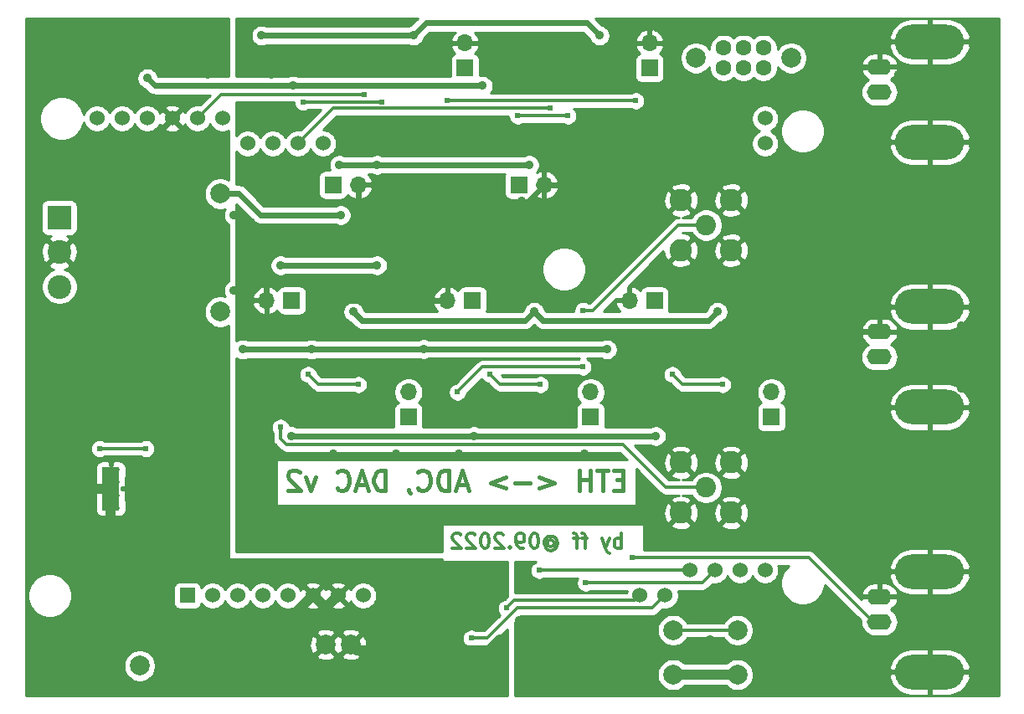
<source format=gbl>
G04 #@! TF.GenerationSoftware,KiCad,Pcbnew,(5.1.12)-1*
G04 #@! TF.CreationDate,2022-09-19T12:41:43+02:00*
G04 #@! TF.ProjectId,some_wave_v2,736f6d65-5f77-4617-9665-5f76322e6b69,rev?*
G04 #@! TF.SameCoordinates,Original*
G04 #@! TF.FileFunction,Copper,L2,Bot*
G04 #@! TF.FilePolarity,Positive*
%FSLAX46Y46*%
G04 Gerber Fmt 4.6, Leading zero omitted, Abs format (unit mm)*
G04 Created by KiCad (PCBNEW (5.1.12)-1) date 2022-09-19 12:41:43*
%MOMM*%
%LPD*%
G01*
G04 APERTURE LIST*
G04 #@! TA.AperFunction,NonConductor*
%ADD10C,0.400000*%
G04 #@! TD*
G04 #@! TA.AperFunction,NonConductor*
%ADD11C,0.300000*%
G04 #@! TD*
G04 #@! TA.AperFunction,ComponentPad*
%ADD12C,1.530000*%
G04 #@! TD*
G04 #@! TA.AperFunction,ComponentPad*
%ADD13R,1.530000X1.530000*%
G04 #@! TD*
G04 #@! TA.AperFunction,ComponentPad*
%ADD14O,1.700000X1.700000*%
G04 #@! TD*
G04 #@! TA.AperFunction,ComponentPad*
%ADD15R,1.700000X1.700000*%
G04 #@! TD*
G04 #@! TA.AperFunction,ComponentPad*
%ADD16C,2.000000*%
G04 #@! TD*
G04 #@! TA.AperFunction,ComponentPad*
%ADD17C,2.250000*%
G04 #@! TD*
G04 #@! TA.AperFunction,ComponentPad*
%ADD18C,2.050000*%
G04 #@! TD*
G04 #@! TA.AperFunction,ComponentPad*
%ADD19O,2.500000X1.600000*%
G04 #@! TD*
G04 #@! TA.AperFunction,ComponentPad*
%ADD20O,7.000000X3.500000*%
G04 #@! TD*
G04 #@! TA.AperFunction,SMDPad,CuDef*
%ADD21R,1.800000X4.400000*%
G04 #@! TD*
G04 #@! TA.AperFunction,ComponentPad*
%ADD22C,0.500000*%
G04 #@! TD*
G04 #@! TA.AperFunction,ComponentPad*
%ADD23C,1.600000*%
G04 #@! TD*
G04 #@! TA.AperFunction,ComponentPad*
%ADD24R,2.400000X2.400000*%
G04 #@! TD*
G04 #@! TA.AperFunction,ComponentPad*
%ADD25C,2.400000*%
G04 #@! TD*
G04 #@! TA.AperFunction,ViaPad*
%ADD26C,0.609600*%
G04 #@! TD*
G04 #@! TA.AperFunction,ViaPad*
%ADD27C,0.889000*%
G04 #@! TD*
G04 #@! TA.AperFunction,Conductor*
%ADD28C,0.304800*%
G04 #@! TD*
G04 #@! TA.AperFunction,Conductor*
%ADD29C,1.016000*%
G04 #@! TD*
G04 #@! TA.AperFunction,Conductor*
%ADD30C,0.609600*%
G04 #@! TD*
G04 #@! TA.AperFunction,Conductor*
%ADD31C,0.254000*%
G04 #@! TD*
G04 #@! TA.AperFunction,Conductor*
%ADD32C,0.150000*%
G04 #@! TD*
G04 APERTURE END LIST*
D10*
X61100761Y-47355142D02*
X60434095Y-47355142D01*
X60148380Y-48402761D02*
X61100761Y-48402761D01*
X61100761Y-46402761D01*
X60148380Y-46402761D01*
X59576952Y-46402761D02*
X58434095Y-46402761D01*
X59005523Y-48402761D02*
X59005523Y-46402761D01*
X57767428Y-48402761D02*
X57767428Y-46402761D01*
X57767428Y-47355142D02*
X56624571Y-47355142D01*
X56624571Y-48402761D02*
X56624571Y-46402761D01*
X52624571Y-47069428D02*
X54148380Y-47640857D01*
X52624571Y-48212285D01*
X51672190Y-47640857D02*
X50148380Y-47640857D01*
X49196000Y-47069428D02*
X47672190Y-47640857D01*
X49196000Y-48212285D01*
X45291238Y-47831333D02*
X44338857Y-47831333D01*
X45481714Y-48402761D02*
X44815047Y-46402761D01*
X44148380Y-48402761D01*
X43481714Y-48402761D02*
X43481714Y-46402761D01*
X43005523Y-46402761D01*
X42719809Y-46498000D01*
X42529333Y-46688476D01*
X42434095Y-46878952D01*
X42338857Y-47259904D01*
X42338857Y-47545619D01*
X42434095Y-47926571D01*
X42529333Y-48117047D01*
X42719809Y-48307523D01*
X43005523Y-48402761D01*
X43481714Y-48402761D01*
X40338857Y-48212285D02*
X40434095Y-48307523D01*
X40719809Y-48402761D01*
X40910285Y-48402761D01*
X41196000Y-48307523D01*
X41386476Y-48117047D01*
X41481714Y-47926571D01*
X41576952Y-47545619D01*
X41576952Y-47259904D01*
X41481714Y-46878952D01*
X41386476Y-46688476D01*
X41196000Y-46498000D01*
X40910285Y-46402761D01*
X40719809Y-46402761D01*
X40434095Y-46498000D01*
X40338857Y-46593238D01*
X39386476Y-48307523D02*
X39386476Y-48402761D01*
X39481714Y-48593238D01*
X39576952Y-48688476D01*
X37005523Y-48402761D02*
X37005523Y-46402761D01*
X36529333Y-46402761D01*
X36243619Y-46498000D01*
X36053142Y-46688476D01*
X35957904Y-46878952D01*
X35862666Y-47259904D01*
X35862666Y-47545619D01*
X35957904Y-47926571D01*
X36053142Y-48117047D01*
X36243619Y-48307523D01*
X36529333Y-48402761D01*
X37005523Y-48402761D01*
X35100761Y-47831333D02*
X34148380Y-47831333D01*
X35291238Y-48402761D02*
X34624571Y-46402761D01*
X33957904Y-48402761D01*
X32148380Y-48212285D02*
X32243619Y-48307523D01*
X32529333Y-48402761D01*
X32719809Y-48402761D01*
X33005523Y-48307523D01*
X33196000Y-48117047D01*
X33291238Y-47926571D01*
X33386476Y-47545619D01*
X33386476Y-47259904D01*
X33291238Y-46878952D01*
X33196000Y-46688476D01*
X33005523Y-46498000D01*
X32719809Y-46402761D01*
X32529333Y-46402761D01*
X32243619Y-46498000D01*
X32148380Y-46593238D01*
X29957904Y-47069428D02*
X29481714Y-48402761D01*
X29005523Y-47069428D01*
X28338857Y-46593238D02*
X28243619Y-46498000D01*
X28053142Y-46402761D01*
X27576952Y-46402761D01*
X27386476Y-46498000D01*
X27291238Y-46593238D01*
X27196000Y-46783714D01*
X27196000Y-46974190D01*
X27291238Y-47259904D01*
X28434095Y-48402761D01*
X27196000Y-48402761D01*
D11*
X60887571Y-54272571D02*
X60887571Y-52772571D01*
X60887571Y-53344000D02*
X60744714Y-53272571D01*
X60459000Y-53272571D01*
X60316142Y-53344000D01*
X60244714Y-53415428D01*
X60173285Y-53558285D01*
X60173285Y-53986857D01*
X60244714Y-54129714D01*
X60316142Y-54201142D01*
X60459000Y-54272571D01*
X60744714Y-54272571D01*
X60887571Y-54201142D01*
X59673285Y-53272571D02*
X59316142Y-54272571D01*
X58959000Y-53272571D02*
X59316142Y-54272571D01*
X59459000Y-54629714D01*
X59530428Y-54701142D01*
X59673285Y-54772571D01*
X57459000Y-53272571D02*
X56887571Y-53272571D01*
X57244714Y-54272571D02*
X57244714Y-52986857D01*
X57173285Y-52844000D01*
X57030428Y-52772571D01*
X56887571Y-52772571D01*
X56601857Y-53272571D02*
X56030428Y-53272571D01*
X56387571Y-54272571D02*
X56387571Y-52986857D01*
X56316142Y-52844000D01*
X56173285Y-52772571D01*
X56030428Y-52772571D01*
X53459000Y-53558285D02*
X53530428Y-53486857D01*
X53673285Y-53415428D01*
X53816142Y-53415428D01*
X53959000Y-53486857D01*
X54030428Y-53558285D01*
X54101857Y-53701142D01*
X54101857Y-53844000D01*
X54030428Y-53986857D01*
X53959000Y-54058285D01*
X53816142Y-54129714D01*
X53673285Y-54129714D01*
X53530428Y-54058285D01*
X53459000Y-53986857D01*
X53459000Y-53415428D02*
X53459000Y-53986857D01*
X53387571Y-54058285D01*
X53316142Y-54058285D01*
X53173285Y-53986857D01*
X53101857Y-53844000D01*
X53101857Y-53486857D01*
X53244714Y-53272571D01*
X53459000Y-53129714D01*
X53744714Y-53058285D01*
X54030428Y-53129714D01*
X54244714Y-53272571D01*
X54387571Y-53486857D01*
X54459000Y-53772571D01*
X54387571Y-54058285D01*
X54244714Y-54272571D01*
X54030428Y-54415428D01*
X53744714Y-54486857D01*
X53459000Y-54415428D01*
X53244714Y-54272571D01*
X52173285Y-52772571D02*
X52030428Y-52772571D01*
X51887571Y-52844000D01*
X51816142Y-52915428D01*
X51744714Y-53058285D01*
X51673285Y-53344000D01*
X51673285Y-53701142D01*
X51744714Y-53986857D01*
X51816142Y-54129714D01*
X51887571Y-54201142D01*
X52030428Y-54272571D01*
X52173285Y-54272571D01*
X52316142Y-54201142D01*
X52387571Y-54129714D01*
X52459000Y-53986857D01*
X52530428Y-53701142D01*
X52530428Y-53344000D01*
X52459000Y-53058285D01*
X52387571Y-52915428D01*
X52316142Y-52844000D01*
X52173285Y-52772571D01*
X50959000Y-54272571D02*
X50673285Y-54272571D01*
X50530428Y-54201142D01*
X50459000Y-54129714D01*
X50316142Y-53915428D01*
X50244714Y-53629714D01*
X50244714Y-53058285D01*
X50316142Y-52915428D01*
X50387571Y-52844000D01*
X50530428Y-52772571D01*
X50816142Y-52772571D01*
X50959000Y-52844000D01*
X51030428Y-52915428D01*
X51101857Y-53058285D01*
X51101857Y-53415428D01*
X51030428Y-53558285D01*
X50959000Y-53629714D01*
X50816142Y-53701142D01*
X50530428Y-53701142D01*
X50387571Y-53629714D01*
X50316142Y-53558285D01*
X50244714Y-53415428D01*
X49601857Y-54129714D02*
X49530428Y-54201142D01*
X49601857Y-54272571D01*
X49673285Y-54201142D01*
X49601857Y-54129714D01*
X49601857Y-54272571D01*
X48959000Y-52915428D02*
X48887571Y-52844000D01*
X48744714Y-52772571D01*
X48387571Y-52772571D01*
X48244714Y-52844000D01*
X48173285Y-52915428D01*
X48101857Y-53058285D01*
X48101857Y-53201142D01*
X48173285Y-53415428D01*
X49030428Y-54272571D01*
X48101857Y-54272571D01*
X47173285Y-52772571D02*
X47030428Y-52772571D01*
X46887571Y-52844000D01*
X46816142Y-52915428D01*
X46744714Y-53058285D01*
X46673285Y-53344000D01*
X46673285Y-53701142D01*
X46744714Y-53986857D01*
X46816142Y-54129714D01*
X46887571Y-54201142D01*
X47030428Y-54272571D01*
X47173285Y-54272571D01*
X47316142Y-54201142D01*
X47387571Y-54129714D01*
X47459000Y-53986857D01*
X47530428Y-53701142D01*
X47530428Y-53344000D01*
X47459000Y-53058285D01*
X47387571Y-52915428D01*
X47316142Y-52844000D01*
X47173285Y-52772571D01*
X46101857Y-52915428D02*
X46030428Y-52844000D01*
X45887571Y-52772571D01*
X45530428Y-52772571D01*
X45387571Y-52844000D01*
X45316142Y-52915428D01*
X45244714Y-53058285D01*
X45244714Y-53201142D01*
X45316142Y-53415428D01*
X46173285Y-54272571D01*
X45244714Y-54272571D01*
X44673285Y-52915428D02*
X44601857Y-52844000D01*
X44459000Y-52772571D01*
X44101857Y-52772571D01*
X43959000Y-52844000D01*
X43887571Y-52915428D01*
X43816142Y-53058285D01*
X43816142Y-53201142D01*
X43887571Y-53415428D01*
X44744714Y-54272571D01*
X43816142Y-54272571D01*
D12*
X62788000Y-59055000D03*
X65328000Y-59055000D03*
X67818000Y-56515000D03*
X70358000Y-56515000D03*
D13*
X17018000Y-59055000D03*
D12*
X19558000Y-59055000D03*
X22098000Y-59055000D03*
X24638000Y-59055000D03*
X27178000Y-59055000D03*
X29718000Y-59055000D03*
X32258000Y-59055000D03*
X34798000Y-59055000D03*
X7874000Y-10795000D03*
X10414000Y-10795000D03*
X12954000Y-10795000D03*
X15494000Y-10795000D03*
X18034000Y-10795000D03*
X20574000Y-10795000D03*
X23114000Y-13335000D03*
X25654000Y-13335000D03*
X28194000Y-13335000D03*
X30734000Y-13335000D03*
X72898000Y-56515000D03*
X75438000Y-56515000D03*
X75438000Y-13335000D03*
X75438000Y-10795000D03*
D14*
X63754000Y-3175000D03*
D15*
X63754000Y-5715000D03*
D16*
X12192000Y-66167000D03*
D17*
X72009000Y-24130000D03*
X66929000Y-24130000D03*
X66929000Y-19050000D03*
X72009000Y-19050000D03*
D18*
X69469000Y-21590000D03*
D14*
X34290000Y-17526000D03*
D15*
X31750000Y-17526000D03*
D14*
X45085000Y-3175000D03*
D15*
X45085000Y-5715000D03*
D14*
X53086000Y-17526000D03*
D15*
X50546000Y-17526000D03*
D19*
X86995000Y-32385000D03*
X86995000Y-34925000D03*
D20*
X92075000Y-40005000D03*
X92075000Y-29845000D03*
D19*
X86995000Y-5588000D03*
X86995000Y-8128000D03*
D20*
X92075000Y-13208000D03*
X92075000Y-3048000D03*
D21*
X9271000Y-48260000D03*
D22*
X9921000Y-50210000D03*
X8621000Y-50210000D03*
X9921000Y-48910000D03*
X8621000Y-48910000D03*
X9921000Y-47610000D03*
X8621000Y-47610000D03*
X9921000Y-46310000D03*
X8621000Y-46310000D03*
D16*
X68447000Y-4683000D03*
X78047000Y-4683000D03*
D23*
X71247000Y-3683000D03*
X73247000Y-3683000D03*
X75247000Y-3683000D03*
X71247000Y-5683000D03*
X73247000Y-5683000D03*
X75247000Y-5683000D03*
D16*
X30988000Y-64008000D03*
X33528000Y-64008000D03*
D20*
X92075000Y-56642000D03*
X92075000Y-66802000D03*
D19*
X86995000Y-61722000D03*
X86995000Y-59182000D03*
D18*
X69469000Y-48133000D03*
D17*
X72009000Y-50673000D03*
X72009000Y-45593000D03*
X66929000Y-45593000D03*
X66929000Y-50673000D03*
D24*
X4064000Y-20828000D03*
D25*
X4064000Y-24328000D03*
X4064000Y-27828000D03*
D15*
X64262000Y-29210000D03*
D14*
X61722000Y-29210000D03*
X43307000Y-29210000D03*
D15*
X45847000Y-29210000D03*
X27559000Y-29210000D03*
D14*
X25019000Y-29210000D03*
X76073000Y-38481000D03*
D15*
X76073000Y-41021000D03*
X57785000Y-41021000D03*
D14*
X57785000Y-38481000D03*
X39370000Y-38481000D03*
D15*
X39370000Y-41021000D03*
D16*
X20320000Y-18415000D03*
X20320000Y-30353000D03*
X72644000Y-62556000D03*
X72644000Y-67056000D03*
X66144000Y-62556000D03*
X66144000Y-67056000D03*
D26*
X8128000Y-44196000D03*
X12827000Y-44196000D03*
D27*
X2667000Y-47879000D03*
X16256000Y-24384000D03*
X12700000Y-24384000D03*
X10160000Y-24384000D03*
X6858000Y-24384000D03*
X14224000Y-54102000D03*
X6350000Y-63500000D03*
X6350000Y-57150000D03*
X6350000Y-52197000D03*
X6350000Y-38100000D03*
X12700000Y-19050000D03*
X6350000Y-12700000D03*
X6350000Y-6350000D03*
X12700000Y-31750000D03*
X12700000Y-57150000D03*
X12700000Y-63500000D03*
X19050000Y-63500000D03*
X19050000Y-44450000D03*
X19050000Y-38100000D03*
X19050000Y-12700000D03*
X19050000Y-6350000D03*
X48641000Y-63500000D03*
X44450000Y-57150000D03*
X38100000Y-57150000D03*
X31750000Y-57150000D03*
D26*
X28702000Y-9144000D03*
X36703000Y-9144000D03*
D27*
X25527000Y-6350000D03*
X59944000Y-61595000D03*
X55245000Y-61595000D03*
X50546000Y-61595000D03*
X82423000Y-4699000D03*
X21717000Y-20574000D03*
X23114000Y-22098000D03*
X23114000Y-24384000D03*
X23114000Y-26670000D03*
X21717000Y-28194000D03*
X31115000Y-29210000D03*
X49530000Y-29210000D03*
X67945000Y-29210000D03*
X73406000Y-34163000D03*
X54991000Y-29210000D03*
X25400000Y-19050000D03*
X25400000Y-44450000D03*
X25400000Y-50800000D03*
X31750000Y-50800000D03*
X31750000Y-44704000D03*
X38100000Y-12700000D03*
X38100000Y-19050000D03*
X38100000Y-25400000D03*
X38100000Y-44704000D03*
X38100000Y-50800000D03*
X50800000Y-57150000D03*
X44450000Y-50800000D03*
X44450000Y-44704000D03*
X44450000Y-25400000D03*
X44450000Y-19050000D03*
X44450000Y-12700000D03*
X50800000Y-19177000D03*
X50800000Y-25400000D03*
X57150000Y-50800000D03*
X57150000Y-44704000D03*
X57404000Y-25146000D03*
X57150000Y-19050000D03*
X57150000Y-12700000D03*
X63500000Y-12700000D03*
X63500000Y-19050000D03*
X63500000Y-44450000D03*
X63500000Y-50800000D03*
X69850000Y-63500000D03*
X69850000Y-50800000D03*
X69850000Y-44450000D03*
X69850000Y-25400000D03*
X69850000Y-19050000D03*
X69850000Y-12700000D03*
X76200000Y-19050000D03*
X76200000Y-25400000D03*
X76200000Y-31750000D03*
X76200000Y-44450000D03*
X76327000Y-50800000D03*
X76200000Y-63500000D03*
X82550000Y-63500000D03*
X82550000Y-50800000D03*
X82550000Y-44450000D03*
X82550000Y-38100000D03*
X82550000Y-31750000D03*
X82550000Y-25400000D03*
X82550000Y-19050000D03*
X82550000Y-12700000D03*
X88900000Y-6350000D03*
X88900000Y-19050000D03*
X88900000Y-25400000D03*
X88900000Y-44450000D03*
X88900000Y-50800000D03*
X88900000Y-63500000D03*
X95250000Y-63500000D03*
X95250000Y-50800000D03*
X95250000Y-44450000D03*
X95250000Y-38100000D03*
X95250000Y-31750000D03*
X95250000Y-25400000D03*
X95250000Y-19050000D03*
X95250000Y-6350000D03*
X25527000Y-10922000D03*
X51561990Y-15494000D03*
X32385000Y-15494000D03*
X64389000Y-42926000D03*
X45974000Y-42926000D03*
X27559000Y-42926000D03*
X26416000Y-25654000D03*
X36195000Y-25654000D03*
X36195000Y-15494000D03*
X39878000Y-2413000D03*
X58674000Y-2413000D03*
X24511000Y-2413000D03*
X70612000Y-30353000D03*
X52070000Y-30353000D03*
X33782000Y-30353000D03*
X32512000Y-20574000D03*
D26*
X55499000Y-10541000D03*
X50419000Y-10541000D03*
X53721000Y-9779000D03*
X34925000Y-8382000D03*
D27*
X46863000Y-7493000D03*
X27686000Y-7493000D03*
X12954000Y-6731000D03*
D26*
X57277000Y-57785000D03*
X61964000Y-55233000D03*
X57023000Y-30226000D03*
X57023000Y-35941000D03*
X44323000Y-38481000D03*
X43307000Y-9017000D03*
X62357000Y-9017000D03*
X52577998Y-56515000D03*
X26416000Y-42037000D03*
D27*
X22606000Y-34163000D03*
X40918000Y-34139000D03*
X59436000Y-34163000D03*
X29591000Y-34163000D03*
D26*
X66040000Y-36703000D03*
X71120000Y-37719000D03*
X47625000Y-36703000D03*
X52705000Y-37719000D03*
X29210000Y-36703000D03*
X34290000Y-37719000D03*
X49276000Y-60325000D03*
X45720000Y-63373000D03*
D28*
X12827000Y-44196000D02*
X8128000Y-44196000D01*
D29*
X27686000Y-61087000D02*
X29718000Y-59055000D01*
X3048000Y-48260000D02*
X9271000Y-48260000D01*
X2667000Y-47879000D02*
X3048000Y-48260000D01*
X9271000Y-48260000D02*
X9271000Y-53086000D01*
X27686000Y-61087000D02*
X15621000Y-61087000D01*
X9271000Y-56007000D02*
X9271000Y-53086000D01*
X15621000Y-61087000D02*
X9271000Y-54737000D01*
X1905000Y-47117000D02*
X2667000Y-47879000D01*
X66144000Y-67056000D02*
X72644000Y-67056000D01*
X30988000Y-60325000D02*
X32258000Y-59055000D01*
X29718000Y-59055000D02*
X30988000Y-60325000D01*
X48641000Y-63500000D02*
X47498000Y-64643000D01*
X34163000Y-64643000D02*
X33528000Y-64008000D01*
X47498000Y-64643000D02*
X34163000Y-64643000D01*
D28*
X28702000Y-9144000D02*
X36703000Y-9144000D01*
D30*
X83312000Y-5588000D02*
X82423000Y-4699000D01*
X86995000Y-5588000D02*
X83312000Y-5588000D01*
X75184000Y-32385000D02*
X73406000Y-34163000D01*
X86995000Y-32385000D02*
X75184000Y-32385000D01*
X75184000Y-22225000D02*
X75184000Y-32385000D01*
X72009000Y-19050000D02*
X75184000Y-22225000D01*
X31115000Y-29210000D02*
X29210000Y-27305000D01*
X23749000Y-27305000D02*
X23114000Y-26670000D01*
X25019000Y-29210000D02*
X25019000Y-27305000D01*
X25019000Y-27305000D02*
X23749000Y-27305000D01*
X29210000Y-27305000D02*
X25019000Y-27305000D01*
X31115000Y-29210000D02*
X43307000Y-29210000D01*
X23114000Y-22098000D02*
X34290000Y-22098000D01*
X34290000Y-22098000D02*
X34290000Y-17526000D01*
X48514000Y-22098000D02*
X53086000Y-17526000D01*
X34290000Y-22098000D02*
X48514000Y-22098000D01*
X65405000Y-17526000D02*
X66929000Y-19050000D01*
X53086000Y-17526000D02*
X65405000Y-17526000D01*
X50546000Y-61595000D02*
X55245000Y-61595000D01*
X55245000Y-61595000D02*
X59944000Y-61595000D01*
X64389000Y-42926000D02*
X45974000Y-42926000D01*
X45974000Y-42926000D02*
X27559000Y-42926000D01*
X26416000Y-25654000D02*
X36195000Y-25654000D01*
X36195000Y-15494000D02*
X32385000Y-15494000D01*
X51561990Y-15494000D02*
X36195000Y-15494000D01*
X58674000Y-2413000D02*
X57404000Y-1143000D01*
X41148000Y-1143000D02*
X39878000Y-2413000D01*
X57404000Y-1143000D02*
X41148000Y-1143000D01*
X24511000Y-2413000D02*
X39878000Y-2413000D01*
X70612000Y-30353000D02*
X69723000Y-31242000D01*
X52959000Y-31242000D02*
X52070000Y-30353000D01*
X69723000Y-31242000D02*
X52959000Y-31242000D01*
X52070000Y-30353000D02*
X51181000Y-31242000D01*
X34671000Y-31242000D02*
X33782000Y-30353000D01*
X51181000Y-31242000D02*
X34671000Y-31242000D01*
X22225000Y-18415000D02*
X20320000Y-18415000D01*
X24384000Y-20574000D02*
X22225000Y-18415000D01*
X32512000Y-20574000D02*
X24384000Y-20574000D01*
D28*
X55499000Y-10541000D02*
X50419000Y-10541000D01*
X31750000Y-9779000D02*
X28194000Y-13335000D01*
X53721000Y-9779000D02*
X31750000Y-9779000D01*
X20447000Y-8382000D02*
X18034000Y-10795000D01*
X34925000Y-8382000D02*
X20447000Y-8382000D01*
D30*
X46863000Y-7493000D02*
X27686000Y-7493000D01*
X13716000Y-7493000D02*
X12954000Y-6731000D01*
X27686000Y-7493000D02*
X13716000Y-7493000D01*
D28*
X70358000Y-56515000D02*
X69088000Y-57785000D01*
X69088000Y-57785000D02*
X57277000Y-57785000D01*
X86995000Y-61722000D02*
X86360000Y-61722000D01*
X86360000Y-61722000D02*
X79883000Y-55245000D01*
X61976000Y-55245000D02*
X61964000Y-55233000D01*
X79883000Y-55245000D02*
X61976000Y-55245000D01*
X69469000Y-21590000D02*
X66675000Y-21590000D01*
X58039000Y-30226000D02*
X57023000Y-30226000D01*
X66675000Y-21590000D02*
X58039000Y-30226000D01*
X46863000Y-35941000D02*
X44323000Y-38481000D01*
X57023000Y-35941000D02*
X46863000Y-35941000D01*
X72644000Y-62556000D02*
X66144000Y-62556000D01*
X43307000Y-9017000D02*
X62357000Y-9017000D01*
X67818000Y-56515000D02*
X52577998Y-56515000D01*
X69469000Y-48133000D02*
X65405000Y-48133000D01*
X65405000Y-48133000D02*
X61087000Y-43815000D01*
X61087000Y-43815000D02*
X27051000Y-43815000D01*
X26416000Y-43180000D02*
X26416000Y-42037000D01*
X27051000Y-43815000D02*
X26416000Y-43180000D01*
D30*
X40894000Y-34163000D02*
X40918000Y-34139000D01*
X59412000Y-34139000D02*
X59436000Y-34163000D01*
X40918000Y-34139000D02*
X59412000Y-34139000D01*
X29591000Y-34163000D02*
X40894000Y-34163000D01*
X22606000Y-34163000D02*
X29591000Y-34163000D01*
D28*
X67056000Y-37719000D02*
X71120000Y-37719000D01*
X66040000Y-36703000D02*
X67056000Y-37719000D01*
X48641000Y-37719000D02*
X52705000Y-37719000D01*
X47625000Y-36703000D02*
X48641000Y-37719000D01*
X30226000Y-37719000D02*
X34290000Y-37719000D01*
X29210000Y-36703000D02*
X30226000Y-37719000D01*
X62788000Y-59055000D02*
X62280000Y-59563000D01*
X50038000Y-59563000D02*
X49276000Y-60325000D01*
X62280000Y-59563000D02*
X50038000Y-59563000D01*
X65328000Y-59055000D02*
X64058000Y-60325000D01*
X64058000Y-60325000D02*
X50419000Y-60325000D01*
X47371000Y-63373000D02*
X45720000Y-63373000D01*
X50419000Y-60325000D02*
X47371000Y-63373000D01*
D31*
X21209000Y-6553200D02*
X14105277Y-6553200D01*
X13997929Y-6445852D01*
X13992015Y-6416122D01*
X13910640Y-6219665D01*
X13792502Y-6042859D01*
X13642141Y-5892498D01*
X13465335Y-5774360D01*
X13268878Y-5692985D01*
X13060321Y-5651500D01*
X12847679Y-5651500D01*
X12639122Y-5692985D01*
X12442665Y-5774360D01*
X12265859Y-5892498D01*
X12115498Y-6042859D01*
X11997360Y-6219665D01*
X11915985Y-6416122D01*
X11874500Y-6624679D01*
X11874500Y-6837321D01*
X11915985Y-7045878D01*
X11997360Y-7242335D01*
X12115498Y-7419141D01*
X12265859Y-7569502D01*
X12442665Y-7687640D01*
X12639122Y-7769015D01*
X12668852Y-7774929D01*
X13018817Y-8124895D01*
X13048246Y-8160754D01*
X13084104Y-8190182D01*
X13084106Y-8190184D01*
X13191348Y-8278196D01*
X13342773Y-8359134D01*
X13354614Y-8365463D01*
X13531767Y-8419202D01*
X13669833Y-8432800D01*
X13669843Y-8432800D01*
X13716000Y-8437346D01*
X13762157Y-8432800D01*
X19282649Y-8432800D01*
X18295801Y-9419648D01*
X18171888Y-9395000D01*
X17896112Y-9395000D01*
X17625635Y-9448801D01*
X17370851Y-9554336D01*
X17141552Y-9707549D01*
X16946549Y-9902552D01*
X16793336Y-10131851D01*
X16766518Y-10196594D01*
X16764478Y-10190928D01*
X16702106Y-10074240D01*
X16461707Y-10006898D01*
X15673605Y-10795000D01*
X16461707Y-11583102D01*
X16702106Y-11515760D01*
X16763312Y-11385664D01*
X16793336Y-11458149D01*
X16946549Y-11687448D01*
X17141552Y-11882451D01*
X17370851Y-12035664D01*
X17625635Y-12141199D01*
X17896112Y-12195000D01*
X18171888Y-12195000D01*
X18442365Y-12141199D01*
X18697149Y-12035664D01*
X18926448Y-11882451D01*
X19121451Y-11687448D01*
X19274664Y-11458149D01*
X19304000Y-11387326D01*
X19333336Y-11458149D01*
X19486549Y-11687448D01*
X19681552Y-11882451D01*
X19910851Y-12035664D01*
X20165635Y-12141199D01*
X20436112Y-12195000D01*
X20711888Y-12195000D01*
X20982365Y-12141199D01*
X21209000Y-12047324D01*
X21209000Y-17042613D01*
X21094463Y-16966082D01*
X20796912Y-16842832D01*
X20481033Y-16780000D01*
X20158967Y-16780000D01*
X19843088Y-16842832D01*
X19545537Y-16966082D01*
X19277748Y-17145013D01*
X19050013Y-17372748D01*
X18871082Y-17640537D01*
X18747832Y-17938088D01*
X18685000Y-18253967D01*
X18685000Y-18576033D01*
X18747832Y-18891912D01*
X18871082Y-19189463D01*
X19050013Y-19457252D01*
X19277748Y-19684987D01*
X19545537Y-19863918D01*
X19843088Y-19987168D01*
X20158967Y-20050000D01*
X20481033Y-20050000D01*
X20796912Y-19987168D01*
X20816122Y-19979211D01*
X20760360Y-20062665D01*
X20678985Y-20259122D01*
X20637500Y-20467679D01*
X20637500Y-20680321D01*
X20678985Y-20888878D01*
X20760360Y-21085335D01*
X20878498Y-21262141D01*
X21028859Y-21412502D01*
X21205665Y-21530640D01*
X21209000Y-21532021D01*
X21209000Y-27235979D01*
X21205665Y-27237360D01*
X21028859Y-27355498D01*
X20878498Y-27505859D01*
X20760360Y-27682665D01*
X20678985Y-27879122D01*
X20637500Y-28087679D01*
X20637500Y-28300321D01*
X20678985Y-28508878D01*
X20760360Y-28705335D01*
X20816122Y-28788789D01*
X20796912Y-28780832D01*
X20481033Y-28718000D01*
X20158967Y-28718000D01*
X19843088Y-28780832D01*
X19545537Y-28904082D01*
X19277748Y-29083013D01*
X19050013Y-29310748D01*
X18871082Y-29578537D01*
X18747832Y-29876088D01*
X18685000Y-30191967D01*
X18685000Y-30514033D01*
X18747832Y-30829912D01*
X18871082Y-31127463D01*
X19050013Y-31395252D01*
X19277748Y-31622987D01*
X19545537Y-31801918D01*
X19843088Y-31925168D01*
X20158967Y-31988000D01*
X20481033Y-31988000D01*
X20796912Y-31925168D01*
X21094463Y-31801918D01*
X21209000Y-31725387D01*
X21209000Y-55245000D01*
X21211440Y-55269776D01*
X21218667Y-55293601D01*
X21230403Y-55315557D01*
X21246197Y-55334803D01*
X21265443Y-55350597D01*
X21287399Y-55362333D01*
X21311224Y-55369560D01*
X21336000Y-55372000D01*
X42745429Y-55372000D01*
X42745429Y-55624000D01*
X49403000Y-55624000D01*
X49403000Y-59084448D01*
X49082090Y-59405360D01*
X49001871Y-59421316D01*
X48830838Y-59492160D01*
X48676913Y-59595010D01*
X48546010Y-59725913D01*
X48443160Y-59879838D01*
X48372316Y-60050871D01*
X48336200Y-60232438D01*
X48336200Y-60417562D01*
X48372316Y-60599129D01*
X48443160Y-60770162D01*
X48546010Y-60924087D01*
X48626186Y-61004263D01*
X47044850Y-62585600D01*
X46233167Y-62585600D01*
X46165162Y-62540160D01*
X45994129Y-62469316D01*
X45812562Y-62433200D01*
X45627438Y-62433200D01*
X45445871Y-62469316D01*
X45274838Y-62540160D01*
X45120913Y-62643010D01*
X44990010Y-62773913D01*
X44887160Y-62927838D01*
X44816316Y-63098871D01*
X44780200Y-63280438D01*
X44780200Y-63465562D01*
X44816316Y-63647129D01*
X44887160Y-63818162D01*
X44990010Y-63972087D01*
X45120913Y-64102990D01*
X45274838Y-64205840D01*
X45445871Y-64276684D01*
X45627438Y-64312800D01*
X45812562Y-64312800D01*
X45994129Y-64276684D01*
X46165162Y-64205840D01*
X46233167Y-64160400D01*
X47332337Y-64160400D01*
X47371000Y-64164208D01*
X47409663Y-64160400D01*
X47409673Y-64160400D01*
X47525357Y-64149006D01*
X47673783Y-64103982D01*
X47810572Y-64030866D01*
X47930469Y-63932469D01*
X47955128Y-63902422D01*
X49403000Y-62454550D01*
X49403000Y-69190000D01*
X660000Y-69190000D01*
X660000Y-66005967D01*
X10557000Y-66005967D01*
X10557000Y-66328033D01*
X10619832Y-66643912D01*
X10743082Y-66941463D01*
X10922013Y-67209252D01*
X11149748Y-67436987D01*
X11417537Y-67615918D01*
X11715088Y-67739168D01*
X12030967Y-67802000D01*
X12353033Y-67802000D01*
X12668912Y-67739168D01*
X12966463Y-67615918D01*
X13234252Y-67436987D01*
X13461987Y-67209252D01*
X13640918Y-66941463D01*
X13764168Y-66643912D01*
X13827000Y-66328033D01*
X13827000Y-66005967D01*
X13764168Y-65690088D01*
X13640918Y-65392537D01*
X13474459Y-65143413D01*
X30032192Y-65143413D01*
X30127956Y-65407814D01*
X30417571Y-65548704D01*
X30729108Y-65630384D01*
X31050595Y-65649718D01*
X31369675Y-65605961D01*
X31674088Y-65500795D01*
X31848044Y-65407814D01*
X31943808Y-65143413D01*
X32572192Y-65143413D01*
X32667956Y-65407814D01*
X32957571Y-65548704D01*
X33269108Y-65630384D01*
X33590595Y-65649718D01*
X33909675Y-65605961D01*
X34214088Y-65500795D01*
X34388044Y-65407814D01*
X34483808Y-65143413D01*
X33528000Y-64187605D01*
X32572192Y-65143413D01*
X31943808Y-65143413D01*
X30988000Y-64187605D01*
X30032192Y-65143413D01*
X13474459Y-65143413D01*
X13461987Y-65124748D01*
X13234252Y-64897013D01*
X12966463Y-64718082D01*
X12668912Y-64594832D01*
X12353033Y-64532000D01*
X12030967Y-64532000D01*
X11715088Y-64594832D01*
X11417537Y-64718082D01*
X11149748Y-64897013D01*
X10922013Y-65124748D01*
X10743082Y-65392537D01*
X10619832Y-65690088D01*
X10557000Y-66005967D01*
X660000Y-66005967D01*
X660000Y-64070595D01*
X29346282Y-64070595D01*
X29390039Y-64389675D01*
X29495205Y-64694088D01*
X29588186Y-64868044D01*
X29852587Y-64963808D01*
X30808395Y-64008000D01*
X31167605Y-64008000D01*
X32123413Y-64963808D01*
X32258000Y-64915062D01*
X32392587Y-64963808D01*
X33348395Y-64008000D01*
X33707605Y-64008000D01*
X34663413Y-64963808D01*
X34927814Y-64868044D01*
X35068704Y-64578429D01*
X35150384Y-64266892D01*
X35169718Y-63945405D01*
X35125961Y-63626325D01*
X35020795Y-63321912D01*
X34927814Y-63147956D01*
X34663413Y-63052192D01*
X33707605Y-64008000D01*
X33348395Y-64008000D01*
X32392587Y-63052192D01*
X32258000Y-63100938D01*
X32123413Y-63052192D01*
X31167605Y-64008000D01*
X30808395Y-64008000D01*
X29852587Y-63052192D01*
X29588186Y-63147956D01*
X29447296Y-63437571D01*
X29365616Y-63749108D01*
X29346282Y-64070595D01*
X660000Y-64070595D01*
X660000Y-62872587D01*
X30032192Y-62872587D01*
X30988000Y-63828395D01*
X31943808Y-62872587D01*
X32572192Y-62872587D01*
X33528000Y-63828395D01*
X34483808Y-62872587D01*
X34388044Y-62608186D01*
X34098429Y-62467296D01*
X33786892Y-62385616D01*
X33465405Y-62366282D01*
X33146325Y-62410039D01*
X32841912Y-62515205D01*
X32667956Y-62608186D01*
X32572192Y-62872587D01*
X31943808Y-62872587D01*
X31848044Y-62608186D01*
X31558429Y-62467296D01*
X31246892Y-62385616D01*
X30925405Y-62366282D01*
X30606325Y-62410039D01*
X30301912Y-62515205D01*
X30127956Y-62608186D01*
X30032192Y-62872587D01*
X660000Y-62872587D01*
X660000Y-58834872D01*
X843000Y-58834872D01*
X843000Y-59275128D01*
X928890Y-59706925D01*
X1097369Y-60113669D01*
X1341962Y-60479729D01*
X1653271Y-60791038D01*
X2019331Y-61035631D01*
X2426075Y-61204110D01*
X2857872Y-61290000D01*
X3298128Y-61290000D01*
X3729925Y-61204110D01*
X4136669Y-61035631D01*
X4502729Y-60791038D01*
X4814038Y-60479729D01*
X5058631Y-60113669D01*
X5227110Y-59706925D01*
X5313000Y-59275128D01*
X5313000Y-58834872D01*
X5227110Y-58403075D01*
X5180273Y-58290000D01*
X15614928Y-58290000D01*
X15614928Y-59820000D01*
X15627188Y-59944482D01*
X15663498Y-60064180D01*
X15722463Y-60174494D01*
X15801815Y-60271185D01*
X15898506Y-60350537D01*
X16008820Y-60409502D01*
X16128518Y-60445812D01*
X16253000Y-60458072D01*
X17783000Y-60458072D01*
X17907482Y-60445812D01*
X18027180Y-60409502D01*
X18137494Y-60350537D01*
X18234185Y-60271185D01*
X18313537Y-60174494D01*
X18372502Y-60064180D01*
X18408812Y-59944482D01*
X18416488Y-59866541D01*
X18470549Y-59947448D01*
X18665552Y-60142451D01*
X18894851Y-60295664D01*
X19149635Y-60401199D01*
X19420112Y-60455000D01*
X19695888Y-60455000D01*
X19966365Y-60401199D01*
X20221149Y-60295664D01*
X20450448Y-60142451D01*
X20645451Y-59947448D01*
X20798664Y-59718149D01*
X20828000Y-59647326D01*
X20857336Y-59718149D01*
X21010549Y-59947448D01*
X21205552Y-60142451D01*
X21434851Y-60295664D01*
X21689635Y-60401199D01*
X21960112Y-60455000D01*
X22235888Y-60455000D01*
X22506365Y-60401199D01*
X22761149Y-60295664D01*
X22990448Y-60142451D01*
X23185451Y-59947448D01*
X23338664Y-59718149D01*
X23368000Y-59647326D01*
X23397336Y-59718149D01*
X23550549Y-59947448D01*
X23745552Y-60142451D01*
X23974851Y-60295664D01*
X24229635Y-60401199D01*
X24500112Y-60455000D01*
X24775888Y-60455000D01*
X25046365Y-60401199D01*
X25301149Y-60295664D01*
X25530448Y-60142451D01*
X25725451Y-59947448D01*
X25878664Y-59718149D01*
X25908000Y-59647326D01*
X25937336Y-59718149D01*
X26090549Y-59947448D01*
X26285552Y-60142451D01*
X26514851Y-60295664D01*
X26769635Y-60401199D01*
X27040112Y-60455000D01*
X27315888Y-60455000D01*
X27586365Y-60401199D01*
X27841149Y-60295664D01*
X28070448Y-60142451D01*
X28190192Y-60022707D01*
X28929898Y-60022707D01*
X28997240Y-60263106D01*
X29246780Y-60380506D01*
X29514427Y-60446967D01*
X29789899Y-60459936D01*
X30062607Y-60418914D01*
X30322072Y-60325478D01*
X30438760Y-60263106D01*
X30506102Y-60022707D01*
X31469898Y-60022707D01*
X31537240Y-60263106D01*
X31786780Y-60380506D01*
X32054427Y-60446967D01*
X32329899Y-60459936D01*
X32602607Y-60418914D01*
X32862072Y-60325478D01*
X32978760Y-60263106D01*
X33046102Y-60022707D01*
X32258000Y-59234605D01*
X31469898Y-60022707D01*
X30506102Y-60022707D01*
X29718000Y-59234605D01*
X28929898Y-60022707D01*
X28190192Y-60022707D01*
X28265451Y-59947448D01*
X28418664Y-59718149D01*
X28445482Y-59653406D01*
X28447522Y-59659072D01*
X28509894Y-59775760D01*
X28750293Y-59843102D01*
X29538395Y-59055000D01*
X29897605Y-59055000D01*
X30685707Y-59843102D01*
X30926106Y-59775760D01*
X30984696Y-59651224D01*
X30987522Y-59659072D01*
X31049894Y-59775760D01*
X31290293Y-59843102D01*
X32078395Y-59055000D01*
X32437605Y-59055000D01*
X33225707Y-59843102D01*
X33466106Y-59775760D01*
X33527312Y-59645664D01*
X33557336Y-59718149D01*
X33710549Y-59947448D01*
X33905552Y-60142451D01*
X34134851Y-60295664D01*
X34389635Y-60401199D01*
X34660112Y-60455000D01*
X34935888Y-60455000D01*
X35206365Y-60401199D01*
X35461149Y-60295664D01*
X35690448Y-60142451D01*
X35885451Y-59947448D01*
X36038664Y-59718149D01*
X36144199Y-59463365D01*
X36198000Y-59192888D01*
X36198000Y-58917112D01*
X36144199Y-58646635D01*
X36038664Y-58391851D01*
X35885451Y-58162552D01*
X35690448Y-57967549D01*
X35461149Y-57814336D01*
X35206365Y-57708801D01*
X34935888Y-57655000D01*
X34660112Y-57655000D01*
X34389635Y-57708801D01*
X34134851Y-57814336D01*
X33905552Y-57967549D01*
X33710549Y-58162552D01*
X33557336Y-58391851D01*
X33530518Y-58456594D01*
X33528478Y-58450928D01*
X33466106Y-58334240D01*
X33225707Y-58266898D01*
X32437605Y-59055000D01*
X32078395Y-59055000D01*
X31290293Y-58266898D01*
X31049894Y-58334240D01*
X30991304Y-58458776D01*
X30988478Y-58450928D01*
X30926106Y-58334240D01*
X30685707Y-58266898D01*
X29897605Y-59055000D01*
X29538395Y-59055000D01*
X28750293Y-58266898D01*
X28509894Y-58334240D01*
X28448688Y-58464336D01*
X28418664Y-58391851D01*
X28265451Y-58162552D01*
X28190192Y-58087293D01*
X28929898Y-58087293D01*
X29718000Y-58875395D01*
X30506102Y-58087293D01*
X31469898Y-58087293D01*
X32258000Y-58875395D01*
X33046102Y-58087293D01*
X32978760Y-57846894D01*
X32729220Y-57729494D01*
X32461573Y-57663033D01*
X32186101Y-57650064D01*
X31913393Y-57691086D01*
X31653928Y-57784522D01*
X31537240Y-57846894D01*
X31469898Y-58087293D01*
X30506102Y-58087293D01*
X30438760Y-57846894D01*
X30189220Y-57729494D01*
X29921573Y-57663033D01*
X29646101Y-57650064D01*
X29373393Y-57691086D01*
X29113928Y-57784522D01*
X28997240Y-57846894D01*
X28929898Y-58087293D01*
X28190192Y-58087293D01*
X28070448Y-57967549D01*
X27841149Y-57814336D01*
X27586365Y-57708801D01*
X27315888Y-57655000D01*
X27040112Y-57655000D01*
X26769635Y-57708801D01*
X26514851Y-57814336D01*
X26285552Y-57967549D01*
X26090549Y-58162552D01*
X25937336Y-58391851D01*
X25908000Y-58462674D01*
X25878664Y-58391851D01*
X25725451Y-58162552D01*
X25530448Y-57967549D01*
X25301149Y-57814336D01*
X25046365Y-57708801D01*
X24775888Y-57655000D01*
X24500112Y-57655000D01*
X24229635Y-57708801D01*
X23974851Y-57814336D01*
X23745552Y-57967549D01*
X23550549Y-58162552D01*
X23397336Y-58391851D01*
X23368000Y-58462674D01*
X23338664Y-58391851D01*
X23185451Y-58162552D01*
X22990448Y-57967549D01*
X22761149Y-57814336D01*
X22506365Y-57708801D01*
X22235888Y-57655000D01*
X21960112Y-57655000D01*
X21689635Y-57708801D01*
X21434851Y-57814336D01*
X21205552Y-57967549D01*
X21010549Y-58162552D01*
X20857336Y-58391851D01*
X20828000Y-58462674D01*
X20798664Y-58391851D01*
X20645451Y-58162552D01*
X20450448Y-57967549D01*
X20221149Y-57814336D01*
X19966365Y-57708801D01*
X19695888Y-57655000D01*
X19420112Y-57655000D01*
X19149635Y-57708801D01*
X18894851Y-57814336D01*
X18665552Y-57967549D01*
X18470549Y-58162552D01*
X18416488Y-58243459D01*
X18408812Y-58165518D01*
X18372502Y-58045820D01*
X18313537Y-57935506D01*
X18234185Y-57838815D01*
X18137494Y-57759463D01*
X18027180Y-57700498D01*
X17907482Y-57664188D01*
X17783000Y-57651928D01*
X16253000Y-57651928D01*
X16128518Y-57664188D01*
X16008820Y-57700498D01*
X15898506Y-57759463D01*
X15801815Y-57838815D01*
X15722463Y-57935506D01*
X15663498Y-58045820D01*
X15627188Y-58165518D01*
X15614928Y-58290000D01*
X5180273Y-58290000D01*
X5058631Y-57996331D01*
X4814038Y-57630271D01*
X4502729Y-57318962D01*
X4136669Y-57074369D01*
X3729925Y-56905890D01*
X3298128Y-56820000D01*
X2857872Y-56820000D01*
X2426075Y-56905890D01*
X2019331Y-57074369D01*
X1653271Y-57318962D01*
X1341962Y-57630271D01*
X1097369Y-57996331D01*
X928890Y-58403075D01*
X843000Y-58834872D01*
X660000Y-58834872D01*
X660000Y-46060000D01*
X7732928Y-46060000D01*
X7736000Y-47974250D01*
X7894750Y-48133000D01*
X8202658Y-48133000D01*
X8201141Y-48203807D01*
X8198784Y-48206164D01*
X8199937Y-48260000D01*
X8198784Y-48313836D01*
X8201141Y-48316193D01*
X8202658Y-48387000D01*
X7894750Y-48387000D01*
X7736000Y-48545750D01*
X7732928Y-50460000D01*
X7745188Y-50584482D01*
X7781498Y-50704180D01*
X7840463Y-50814494D01*
X7919815Y-50911185D01*
X8016506Y-50990537D01*
X8126820Y-51049502D01*
X8246518Y-51085812D01*
X8371000Y-51098072D01*
X8985250Y-51095000D01*
X9144000Y-50936250D01*
X9144000Y-50628342D01*
X9214807Y-50629859D01*
X9217164Y-50632216D01*
X9271000Y-50631063D01*
X9324836Y-50632216D01*
X9327193Y-50629859D01*
X9398000Y-50628342D01*
X9398000Y-50936250D01*
X9556750Y-51095000D01*
X10171000Y-51098072D01*
X10295482Y-51085812D01*
X10415180Y-51049502D01*
X10525494Y-50990537D01*
X10622185Y-50911185D01*
X10701537Y-50814494D01*
X10760502Y-50704180D01*
X10796812Y-50584482D01*
X10809072Y-50460000D01*
X10806000Y-48545750D01*
X10647250Y-48387000D01*
X10339342Y-48387000D01*
X10340859Y-48316193D01*
X10343216Y-48313836D01*
X10342063Y-48260000D01*
X10343216Y-48206164D01*
X10340859Y-48203807D01*
X10339342Y-48133000D01*
X10647250Y-48133000D01*
X10806000Y-47974250D01*
X10809072Y-46060000D01*
X10796812Y-45935518D01*
X10760502Y-45815820D01*
X10701537Y-45705506D01*
X10622185Y-45608815D01*
X10525494Y-45529463D01*
X10415180Y-45470498D01*
X10295482Y-45434188D01*
X10171000Y-45421928D01*
X9556750Y-45425000D01*
X9398000Y-45583750D01*
X9398000Y-45891658D01*
X9327193Y-45890141D01*
X9324836Y-45887784D01*
X9271000Y-45888937D01*
X9217164Y-45887784D01*
X9214807Y-45890141D01*
X9144000Y-45891658D01*
X9144000Y-45583750D01*
X8985250Y-45425000D01*
X8371000Y-45421928D01*
X8246518Y-45434188D01*
X8126820Y-45470498D01*
X8016506Y-45529463D01*
X7919815Y-45608815D01*
X7840463Y-45705506D01*
X7781498Y-45815820D01*
X7745188Y-45935518D01*
X7732928Y-46060000D01*
X660000Y-46060000D01*
X660000Y-44103438D01*
X7188200Y-44103438D01*
X7188200Y-44288562D01*
X7224316Y-44470129D01*
X7295160Y-44641162D01*
X7398010Y-44795087D01*
X7528913Y-44925990D01*
X7682838Y-45028840D01*
X7853871Y-45099684D01*
X8035438Y-45135800D01*
X8220562Y-45135800D01*
X8402129Y-45099684D01*
X8573162Y-45028840D01*
X8641167Y-44983400D01*
X12313833Y-44983400D01*
X12381838Y-45028840D01*
X12552871Y-45099684D01*
X12734438Y-45135800D01*
X12919562Y-45135800D01*
X13101129Y-45099684D01*
X13272162Y-45028840D01*
X13426087Y-44925990D01*
X13556990Y-44795087D01*
X13659840Y-44641162D01*
X13730684Y-44470129D01*
X13766800Y-44288562D01*
X13766800Y-44103438D01*
X13730684Y-43921871D01*
X13659840Y-43750838D01*
X13556990Y-43596913D01*
X13426087Y-43466010D01*
X13272162Y-43363160D01*
X13101129Y-43292316D01*
X12919562Y-43256200D01*
X12734438Y-43256200D01*
X12552871Y-43292316D01*
X12381838Y-43363160D01*
X12313833Y-43408600D01*
X8641167Y-43408600D01*
X8573162Y-43363160D01*
X8402129Y-43292316D01*
X8220562Y-43256200D01*
X8035438Y-43256200D01*
X7853871Y-43292316D01*
X7682838Y-43363160D01*
X7528913Y-43466010D01*
X7398010Y-43596913D01*
X7295160Y-43750838D01*
X7224316Y-43921871D01*
X7188200Y-44103438D01*
X660000Y-44103438D01*
X660000Y-27647268D01*
X2229000Y-27647268D01*
X2229000Y-28008732D01*
X2299518Y-28363250D01*
X2437844Y-28697199D01*
X2638662Y-28997744D01*
X2894256Y-29253338D01*
X3194801Y-29454156D01*
X3528750Y-29592482D01*
X3883268Y-29663000D01*
X4244732Y-29663000D01*
X4599250Y-29592482D01*
X4933199Y-29454156D01*
X5233744Y-29253338D01*
X5489338Y-28997744D01*
X5690156Y-28697199D01*
X5828482Y-28363250D01*
X5899000Y-28008732D01*
X5899000Y-27647268D01*
X5828482Y-27292750D01*
X5690156Y-26958801D01*
X5489338Y-26658256D01*
X5233744Y-26402662D01*
X4933199Y-26201844D01*
X4626511Y-26074810D01*
X4819833Y-26009846D01*
X5042486Y-25890836D01*
X5162374Y-25605980D01*
X4064000Y-24507605D01*
X2965626Y-25605980D01*
X3085514Y-25890836D01*
X3409210Y-26051699D01*
X3498690Y-26075969D01*
X3194801Y-26201844D01*
X2894256Y-26402662D01*
X2638662Y-26658256D01*
X2437844Y-26958801D01*
X2299518Y-27292750D01*
X2229000Y-27647268D01*
X660000Y-27647268D01*
X660000Y-24382684D01*
X2220933Y-24382684D01*
X2267015Y-24741198D01*
X2382154Y-25083833D01*
X2501164Y-25306486D01*
X2786020Y-25426374D01*
X3884395Y-24328000D01*
X4243605Y-24328000D01*
X5341980Y-25426374D01*
X5626836Y-25306486D01*
X5787699Y-24982790D01*
X5882322Y-24633931D01*
X5907067Y-24273316D01*
X5860985Y-23914802D01*
X5745846Y-23572167D01*
X5626836Y-23349514D01*
X5341980Y-23229626D01*
X4243605Y-24328000D01*
X3884395Y-24328000D01*
X2786020Y-23229626D01*
X2501164Y-23349514D01*
X2340301Y-23673210D01*
X2245678Y-24022069D01*
X2220933Y-24382684D01*
X660000Y-24382684D01*
X660000Y-19628000D01*
X2225928Y-19628000D01*
X2225928Y-22028000D01*
X2238188Y-22152482D01*
X2274498Y-22272180D01*
X2333463Y-22382494D01*
X2412815Y-22479185D01*
X2509506Y-22558537D01*
X2619820Y-22617502D01*
X2739518Y-22653812D01*
X2864000Y-22666072D01*
X3270903Y-22666072D01*
X3085514Y-22765164D01*
X2965626Y-23050020D01*
X4064000Y-24148395D01*
X5162374Y-23050020D01*
X5042486Y-22765164D01*
X4843088Y-22666072D01*
X5264000Y-22666072D01*
X5388482Y-22653812D01*
X5508180Y-22617502D01*
X5618494Y-22558537D01*
X5715185Y-22479185D01*
X5794537Y-22382494D01*
X5853502Y-22272180D01*
X5889812Y-22152482D01*
X5902072Y-22028000D01*
X5902072Y-19628000D01*
X5889812Y-19503518D01*
X5853502Y-19383820D01*
X5794537Y-19273506D01*
X5715185Y-19176815D01*
X5618494Y-19097463D01*
X5508180Y-19038498D01*
X5388482Y-19002188D01*
X5264000Y-18989928D01*
X2864000Y-18989928D01*
X2739518Y-19002188D01*
X2619820Y-19038498D01*
X2509506Y-19097463D01*
X2412815Y-19176815D01*
X2333463Y-19273506D01*
X2274498Y-19383820D01*
X2238188Y-19503518D01*
X2225928Y-19628000D01*
X660000Y-19628000D01*
X660000Y-10574872D01*
X2083000Y-10574872D01*
X2083000Y-11015128D01*
X2168890Y-11446925D01*
X2337369Y-11853669D01*
X2581962Y-12219729D01*
X2893271Y-12531038D01*
X3259331Y-12775631D01*
X3666075Y-12944110D01*
X4097872Y-13030000D01*
X4538128Y-13030000D01*
X4969925Y-12944110D01*
X5376669Y-12775631D01*
X5742729Y-12531038D01*
X6054038Y-12219729D01*
X6298631Y-11853669D01*
X6467110Y-11446925D01*
X6521679Y-11172588D01*
X6527801Y-11203365D01*
X6633336Y-11458149D01*
X6786549Y-11687448D01*
X6981552Y-11882451D01*
X7210851Y-12035664D01*
X7465635Y-12141199D01*
X7736112Y-12195000D01*
X8011888Y-12195000D01*
X8282365Y-12141199D01*
X8537149Y-12035664D01*
X8766448Y-11882451D01*
X8961451Y-11687448D01*
X9114664Y-11458149D01*
X9144000Y-11387326D01*
X9173336Y-11458149D01*
X9326549Y-11687448D01*
X9521552Y-11882451D01*
X9750851Y-12035664D01*
X10005635Y-12141199D01*
X10276112Y-12195000D01*
X10551888Y-12195000D01*
X10822365Y-12141199D01*
X11077149Y-12035664D01*
X11306448Y-11882451D01*
X11501451Y-11687448D01*
X11654664Y-11458149D01*
X11684000Y-11387326D01*
X11713336Y-11458149D01*
X11866549Y-11687448D01*
X12061552Y-11882451D01*
X12290851Y-12035664D01*
X12545635Y-12141199D01*
X12816112Y-12195000D01*
X13091888Y-12195000D01*
X13362365Y-12141199D01*
X13617149Y-12035664D01*
X13846448Y-11882451D01*
X13966192Y-11762707D01*
X14705898Y-11762707D01*
X14773240Y-12003106D01*
X15022780Y-12120506D01*
X15290427Y-12186967D01*
X15565899Y-12199936D01*
X15838607Y-12158914D01*
X16098072Y-12065478D01*
X16214760Y-12003106D01*
X16282102Y-11762707D01*
X15494000Y-10974605D01*
X14705898Y-11762707D01*
X13966192Y-11762707D01*
X14041451Y-11687448D01*
X14194664Y-11458149D01*
X14221482Y-11393406D01*
X14223522Y-11399072D01*
X14285894Y-11515760D01*
X14526293Y-11583102D01*
X15314395Y-10795000D01*
X14526293Y-10006898D01*
X14285894Y-10074240D01*
X14224688Y-10204336D01*
X14194664Y-10131851D01*
X14041451Y-9902552D01*
X13966192Y-9827293D01*
X14705898Y-9827293D01*
X15494000Y-10615395D01*
X16282102Y-9827293D01*
X16214760Y-9586894D01*
X15965220Y-9469494D01*
X15697573Y-9403033D01*
X15422101Y-9390064D01*
X15149393Y-9431086D01*
X14889928Y-9524522D01*
X14773240Y-9586894D01*
X14705898Y-9827293D01*
X13966192Y-9827293D01*
X13846448Y-9707549D01*
X13617149Y-9554336D01*
X13362365Y-9448801D01*
X13091888Y-9395000D01*
X12816112Y-9395000D01*
X12545635Y-9448801D01*
X12290851Y-9554336D01*
X12061552Y-9707549D01*
X11866549Y-9902552D01*
X11713336Y-10131851D01*
X11684000Y-10202674D01*
X11654664Y-10131851D01*
X11501451Y-9902552D01*
X11306448Y-9707549D01*
X11077149Y-9554336D01*
X10822365Y-9448801D01*
X10551888Y-9395000D01*
X10276112Y-9395000D01*
X10005635Y-9448801D01*
X9750851Y-9554336D01*
X9521552Y-9707549D01*
X9326549Y-9902552D01*
X9173336Y-10131851D01*
X9144000Y-10202674D01*
X9114664Y-10131851D01*
X8961451Y-9902552D01*
X8766448Y-9707549D01*
X8537149Y-9554336D01*
X8282365Y-9448801D01*
X8011888Y-9395000D01*
X7736112Y-9395000D01*
X7465635Y-9448801D01*
X7210851Y-9554336D01*
X6981552Y-9707549D01*
X6786549Y-9902552D01*
X6633336Y-10131851D01*
X6527801Y-10386635D01*
X6521679Y-10417412D01*
X6467110Y-10143075D01*
X6298631Y-9736331D01*
X6054038Y-9370271D01*
X5742729Y-9058962D01*
X5376669Y-8814369D01*
X4969925Y-8645890D01*
X4538128Y-8560000D01*
X4097872Y-8560000D01*
X3666075Y-8645890D01*
X3259331Y-8814369D01*
X2893271Y-9058962D01*
X2581962Y-9370271D01*
X2337369Y-9736331D01*
X2168890Y-10143075D01*
X2083000Y-10574872D01*
X660000Y-10574872D01*
X660000Y-660000D01*
X21209000Y-660000D01*
X21209000Y-6553200D01*
G04 #@! TA.AperFunction,Conductor*
D32*
G36*
X21209000Y-6553200D02*
G01*
X14105277Y-6553200D01*
X13997929Y-6445852D01*
X13992015Y-6416122D01*
X13910640Y-6219665D01*
X13792502Y-6042859D01*
X13642141Y-5892498D01*
X13465335Y-5774360D01*
X13268878Y-5692985D01*
X13060321Y-5651500D01*
X12847679Y-5651500D01*
X12639122Y-5692985D01*
X12442665Y-5774360D01*
X12265859Y-5892498D01*
X12115498Y-6042859D01*
X11997360Y-6219665D01*
X11915985Y-6416122D01*
X11874500Y-6624679D01*
X11874500Y-6837321D01*
X11915985Y-7045878D01*
X11997360Y-7242335D01*
X12115498Y-7419141D01*
X12265859Y-7569502D01*
X12442665Y-7687640D01*
X12639122Y-7769015D01*
X12668852Y-7774929D01*
X13018817Y-8124895D01*
X13048246Y-8160754D01*
X13084104Y-8190182D01*
X13084106Y-8190184D01*
X13191348Y-8278196D01*
X13342773Y-8359134D01*
X13354614Y-8365463D01*
X13531767Y-8419202D01*
X13669833Y-8432800D01*
X13669843Y-8432800D01*
X13716000Y-8437346D01*
X13762157Y-8432800D01*
X19282649Y-8432800D01*
X18295801Y-9419648D01*
X18171888Y-9395000D01*
X17896112Y-9395000D01*
X17625635Y-9448801D01*
X17370851Y-9554336D01*
X17141552Y-9707549D01*
X16946549Y-9902552D01*
X16793336Y-10131851D01*
X16766518Y-10196594D01*
X16764478Y-10190928D01*
X16702106Y-10074240D01*
X16461707Y-10006898D01*
X15673605Y-10795000D01*
X16461707Y-11583102D01*
X16702106Y-11515760D01*
X16763312Y-11385664D01*
X16793336Y-11458149D01*
X16946549Y-11687448D01*
X17141552Y-11882451D01*
X17370851Y-12035664D01*
X17625635Y-12141199D01*
X17896112Y-12195000D01*
X18171888Y-12195000D01*
X18442365Y-12141199D01*
X18697149Y-12035664D01*
X18926448Y-11882451D01*
X19121451Y-11687448D01*
X19274664Y-11458149D01*
X19304000Y-11387326D01*
X19333336Y-11458149D01*
X19486549Y-11687448D01*
X19681552Y-11882451D01*
X19910851Y-12035664D01*
X20165635Y-12141199D01*
X20436112Y-12195000D01*
X20711888Y-12195000D01*
X20982365Y-12141199D01*
X21209000Y-12047324D01*
X21209000Y-17042613D01*
X21094463Y-16966082D01*
X20796912Y-16842832D01*
X20481033Y-16780000D01*
X20158967Y-16780000D01*
X19843088Y-16842832D01*
X19545537Y-16966082D01*
X19277748Y-17145013D01*
X19050013Y-17372748D01*
X18871082Y-17640537D01*
X18747832Y-17938088D01*
X18685000Y-18253967D01*
X18685000Y-18576033D01*
X18747832Y-18891912D01*
X18871082Y-19189463D01*
X19050013Y-19457252D01*
X19277748Y-19684987D01*
X19545537Y-19863918D01*
X19843088Y-19987168D01*
X20158967Y-20050000D01*
X20481033Y-20050000D01*
X20796912Y-19987168D01*
X20816122Y-19979211D01*
X20760360Y-20062665D01*
X20678985Y-20259122D01*
X20637500Y-20467679D01*
X20637500Y-20680321D01*
X20678985Y-20888878D01*
X20760360Y-21085335D01*
X20878498Y-21262141D01*
X21028859Y-21412502D01*
X21205665Y-21530640D01*
X21209000Y-21532021D01*
X21209000Y-27235979D01*
X21205665Y-27237360D01*
X21028859Y-27355498D01*
X20878498Y-27505859D01*
X20760360Y-27682665D01*
X20678985Y-27879122D01*
X20637500Y-28087679D01*
X20637500Y-28300321D01*
X20678985Y-28508878D01*
X20760360Y-28705335D01*
X20816122Y-28788789D01*
X20796912Y-28780832D01*
X20481033Y-28718000D01*
X20158967Y-28718000D01*
X19843088Y-28780832D01*
X19545537Y-28904082D01*
X19277748Y-29083013D01*
X19050013Y-29310748D01*
X18871082Y-29578537D01*
X18747832Y-29876088D01*
X18685000Y-30191967D01*
X18685000Y-30514033D01*
X18747832Y-30829912D01*
X18871082Y-31127463D01*
X19050013Y-31395252D01*
X19277748Y-31622987D01*
X19545537Y-31801918D01*
X19843088Y-31925168D01*
X20158967Y-31988000D01*
X20481033Y-31988000D01*
X20796912Y-31925168D01*
X21094463Y-31801918D01*
X21209000Y-31725387D01*
X21209000Y-55245000D01*
X21211440Y-55269776D01*
X21218667Y-55293601D01*
X21230403Y-55315557D01*
X21246197Y-55334803D01*
X21265443Y-55350597D01*
X21287399Y-55362333D01*
X21311224Y-55369560D01*
X21336000Y-55372000D01*
X42745429Y-55372000D01*
X42745429Y-55624000D01*
X49403000Y-55624000D01*
X49403000Y-59084448D01*
X49082090Y-59405360D01*
X49001871Y-59421316D01*
X48830838Y-59492160D01*
X48676913Y-59595010D01*
X48546010Y-59725913D01*
X48443160Y-59879838D01*
X48372316Y-60050871D01*
X48336200Y-60232438D01*
X48336200Y-60417562D01*
X48372316Y-60599129D01*
X48443160Y-60770162D01*
X48546010Y-60924087D01*
X48626186Y-61004263D01*
X47044850Y-62585600D01*
X46233167Y-62585600D01*
X46165162Y-62540160D01*
X45994129Y-62469316D01*
X45812562Y-62433200D01*
X45627438Y-62433200D01*
X45445871Y-62469316D01*
X45274838Y-62540160D01*
X45120913Y-62643010D01*
X44990010Y-62773913D01*
X44887160Y-62927838D01*
X44816316Y-63098871D01*
X44780200Y-63280438D01*
X44780200Y-63465562D01*
X44816316Y-63647129D01*
X44887160Y-63818162D01*
X44990010Y-63972087D01*
X45120913Y-64102990D01*
X45274838Y-64205840D01*
X45445871Y-64276684D01*
X45627438Y-64312800D01*
X45812562Y-64312800D01*
X45994129Y-64276684D01*
X46165162Y-64205840D01*
X46233167Y-64160400D01*
X47332337Y-64160400D01*
X47371000Y-64164208D01*
X47409663Y-64160400D01*
X47409673Y-64160400D01*
X47525357Y-64149006D01*
X47673783Y-64103982D01*
X47810572Y-64030866D01*
X47930469Y-63932469D01*
X47955128Y-63902422D01*
X49403000Y-62454550D01*
X49403000Y-69190000D01*
X660000Y-69190000D01*
X660000Y-66005967D01*
X10557000Y-66005967D01*
X10557000Y-66328033D01*
X10619832Y-66643912D01*
X10743082Y-66941463D01*
X10922013Y-67209252D01*
X11149748Y-67436987D01*
X11417537Y-67615918D01*
X11715088Y-67739168D01*
X12030967Y-67802000D01*
X12353033Y-67802000D01*
X12668912Y-67739168D01*
X12966463Y-67615918D01*
X13234252Y-67436987D01*
X13461987Y-67209252D01*
X13640918Y-66941463D01*
X13764168Y-66643912D01*
X13827000Y-66328033D01*
X13827000Y-66005967D01*
X13764168Y-65690088D01*
X13640918Y-65392537D01*
X13474459Y-65143413D01*
X30032192Y-65143413D01*
X30127956Y-65407814D01*
X30417571Y-65548704D01*
X30729108Y-65630384D01*
X31050595Y-65649718D01*
X31369675Y-65605961D01*
X31674088Y-65500795D01*
X31848044Y-65407814D01*
X31943808Y-65143413D01*
X32572192Y-65143413D01*
X32667956Y-65407814D01*
X32957571Y-65548704D01*
X33269108Y-65630384D01*
X33590595Y-65649718D01*
X33909675Y-65605961D01*
X34214088Y-65500795D01*
X34388044Y-65407814D01*
X34483808Y-65143413D01*
X33528000Y-64187605D01*
X32572192Y-65143413D01*
X31943808Y-65143413D01*
X30988000Y-64187605D01*
X30032192Y-65143413D01*
X13474459Y-65143413D01*
X13461987Y-65124748D01*
X13234252Y-64897013D01*
X12966463Y-64718082D01*
X12668912Y-64594832D01*
X12353033Y-64532000D01*
X12030967Y-64532000D01*
X11715088Y-64594832D01*
X11417537Y-64718082D01*
X11149748Y-64897013D01*
X10922013Y-65124748D01*
X10743082Y-65392537D01*
X10619832Y-65690088D01*
X10557000Y-66005967D01*
X660000Y-66005967D01*
X660000Y-64070595D01*
X29346282Y-64070595D01*
X29390039Y-64389675D01*
X29495205Y-64694088D01*
X29588186Y-64868044D01*
X29852587Y-64963808D01*
X30808395Y-64008000D01*
X31167605Y-64008000D01*
X32123413Y-64963808D01*
X32258000Y-64915062D01*
X32392587Y-64963808D01*
X33348395Y-64008000D01*
X33707605Y-64008000D01*
X34663413Y-64963808D01*
X34927814Y-64868044D01*
X35068704Y-64578429D01*
X35150384Y-64266892D01*
X35169718Y-63945405D01*
X35125961Y-63626325D01*
X35020795Y-63321912D01*
X34927814Y-63147956D01*
X34663413Y-63052192D01*
X33707605Y-64008000D01*
X33348395Y-64008000D01*
X32392587Y-63052192D01*
X32258000Y-63100938D01*
X32123413Y-63052192D01*
X31167605Y-64008000D01*
X30808395Y-64008000D01*
X29852587Y-63052192D01*
X29588186Y-63147956D01*
X29447296Y-63437571D01*
X29365616Y-63749108D01*
X29346282Y-64070595D01*
X660000Y-64070595D01*
X660000Y-62872587D01*
X30032192Y-62872587D01*
X30988000Y-63828395D01*
X31943808Y-62872587D01*
X32572192Y-62872587D01*
X33528000Y-63828395D01*
X34483808Y-62872587D01*
X34388044Y-62608186D01*
X34098429Y-62467296D01*
X33786892Y-62385616D01*
X33465405Y-62366282D01*
X33146325Y-62410039D01*
X32841912Y-62515205D01*
X32667956Y-62608186D01*
X32572192Y-62872587D01*
X31943808Y-62872587D01*
X31848044Y-62608186D01*
X31558429Y-62467296D01*
X31246892Y-62385616D01*
X30925405Y-62366282D01*
X30606325Y-62410039D01*
X30301912Y-62515205D01*
X30127956Y-62608186D01*
X30032192Y-62872587D01*
X660000Y-62872587D01*
X660000Y-58834872D01*
X843000Y-58834872D01*
X843000Y-59275128D01*
X928890Y-59706925D01*
X1097369Y-60113669D01*
X1341962Y-60479729D01*
X1653271Y-60791038D01*
X2019331Y-61035631D01*
X2426075Y-61204110D01*
X2857872Y-61290000D01*
X3298128Y-61290000D01*
X3729925Y-61204110D01*
X4136669Y-61035631D01*
X4502729Y-60791038D01*
X4814038Y-60479729D01*
X5058631Y-60113669D01*
X5227110Y-59706925D01*
X5313000Y-59275128D01*
X5313000Y-58834872D01*
X5227110Y-58403075D01*
X5180273Y-58290000D01*
X15614928Y-58290000D01*
X15614928Y-59820000D01*
X15627188Y-59944482D01*
X15663498Y-60064180D01*
X15722463Y-60174494D01*
X15801815Y-60271185D01*
X15898506Y-60350537D01*
X16008820Y-60409502D01*
X16128518Y-60445812D01*
X16253000Y-60458072D01*
X17783000Y-60458072D01*
X17907482Y-60445812D01*
X18027180Y-60409502D01*
X18137494Y-60350537D01*
X18234185Y-60271185D01*
X18313537Y-60174494D01*
X18372502Y-60064180D01*
X18408812Y-59944482D01*
X18416488Y-59866541D01*
X18470549Y-59947448D01*
X18665552Y-60142451D01*
X18894851Y-60295664D01*
X19149635Y-60401199D01*
X19420112Y-60455000D01*
X19695888Y-60455000D01*
X19966365Y-60401199D01*
X20221149Y-60295664D01*
X20450448Y-60142451D01*
X20645451Y-59947448D01*
X20798664Y-59718149D01*
X20828000Y-59647326D01*
X20857336Y-59718149D01*
X21010549Y-59947448D01*
X21205552Y-60142451D01*
X21434851Y-60295664D01*
X21689635Y-60401199D01*
X21960112Y-60455000D01*
X22235888Y-60455000D01*
X22506365Y-60401199D01*
X22761149Y-60295664D01*
X22990448Y-60142451D01*
X23185451Y-59947448D01*
X23338664Y-59718149D01*
X23368000Y-59647326D01*
X23397336Y-59718149D01*
X23550549Y-59947448D01*
X23745552Y-60142451D01*
X23974851Y-60295664D01*
X24229635Y-60401199D01*
X24500112Y-60455000D01*
X24775888Y-60455000D01*
X25046365Y-60401199D01*
X25301149Y-60295664D01*
X25530448Y-60142451D01*
X25725451Y-59947448D01*
X25878664Y-59718149D01*
X25908000Y-59647326D01*
X25937336Y-59718149D01*
X26090549Y-59947448D01*
X26285552Y-60142451D01*
X26514851Y-60295664D01*
X26769635Y-60401199D01*
X27040112Y-60455000D01*
X27315888Y-60455000D01*
X27586365Y-60401199D01*
X27841149Y-60295664D01*
X28070448Y-60142451D01*
X28190192Y-60022707D01*
X28929898Y-60022707D01*
X28997240Y-60263106D01*
X29246780Y-60380506D01*
X29514427Y-60446967D01*
X29789899Y-60459936D01*
X30062607Y-60418914D01*
X30322072Y-60325478D01*
X30438760Y-60263106D01*
X30506102Y-60022707D01*
X31469898Y-60022707D01*
X31537240Y-60263106D01*
X31786780Y-60380506D01*
X32054427Y-60446967D01*
X32329899Y-60459936D01*
X32602607Y-60418914D01*
X32862072Y-60325478D01*
X32978760Y-60263106D01*
X33046102Y-60022707D01*
X32258000Y-59234605D01*
X31469898Y-60022707D01*
X30506102Y-60022707D01*
X29718000Y-59234605D01*
X28929898Y-60022707D01*
X28190192Y-60022707D01*
X28265451Y-59947448D01*
X28418664Y-59718149D01*
X28445482Y-59653406D01*
X28447522Y-59659072D01*
X28509894Y-59775760D01*
X28750293Y-59843102D01*
X29538395Y-59055000D01*
X29897605Y-59055000D01*
X30685707Y-59843102D01*
X30926106Y-59775760D01*
X30984696Y-59651224D01*
X30987522Y-59659072D01*
X31049894Y-59775760D01*
X31290293Y-59843102D01*
X32078395Y-59055000D01*
X32437605Y-59055000D01*
X33225707Y-59843102D01*
X33466106Y-59775760D01*
X33527312Y-59645664D01*
X33557336Y-59718149D01*
X33710549Y-59947448D01*
X33905552Y-60142451D01*
X34134851Y-60295664D01*
X34389635Y-60401199D01*
X34660112Y-60455000D01*
X34935888Y-60455000D01*
X35206365Y-60401199D01*
X35461149Y-60295664D01*
X35690448Y-60142451D01*
X35885451Y-59947448D01*
X36038664Y-59718149D01*
X36144199Y-59463365D01*
X36198000Y-59192888D01*
X36198000Y-58917112D01*
X36144199Y-58646635D01*
X36038664Y-58391851D01*
X35885451Y-58162552D01*
X35690448Y-57967549D01*
X35461149Y-57814336D01*
X35206365Y-57708801D01*
X34935888Y-57655000D01*
X34660112Y-57655000D01*
X34389635Y-57708801D01*
X34134851Y-57814336D01*
X33905552Y-57967549D01*
X33710549Y-58162552D01*
X33557336Y-58391851D01*
X33530518Y-58456594D01*
X33528478Y-58450928D01*
X33466106Y-58334240D01*
X33225707Y-58266898D01*
X32437605Y-59055000D01*
X32078395Y-59055000D01*
X31290293Y-58266898D01*
X31049894Y-58334240D01*
X30991304Y-58458776D01*
X30988478Y-58450928D01*
X30926106Y-58334240D01*
X30685707Y-58266898D01*
X29897605Y-59055000D01*
X29538395Y-59055000D01*
X28750293Y-58266898D01*
X28509894Y-58334240D01*
X28448688Y-58464336D01*
X28418664Y-58391851D01*
X28265451Y-58162552D01*
X28190192Y-58087293D01*
X28929898Y-58087293D01*
X29718000Y-58875395D01*
X30506102Y-58087293D01*
X31469898Y-58087293D01*
X32258000Y-58875395D01*
X33046102Y-58087293D01*
X32978760Y-57846894D01*
X32729220Y-57729494D01*
X32461573Y-57663033D01*
X32186101Y-57650064D01*
X31913393Y-57691086D01*
X31653928Y-57784522D01*
X31537240Y-57846894D01*
X31469898Y-58087293D01*
X30506102Y-58087293D01*
X30438760Y-57846894D01*
X30189220Y-57729494D01*
X29921573Y-57663033D01*
X29646101Y-57650064D01*
X29373393Y-57691086D01*
X29113928Y-57784522D01*
X28997240Y-57846894D01*
X28929898Y-58087293D01*
X28190192Y-58087293D01*
X28070448Y-57967549D01*
X27841149Y-57814336D01*
X27586365Y-57708801D01*
X27315888Y-57655000D01*
X27040112Y-57655000D01*
X26769635Y-57708801D01*
X26514851Y-57814336D01*
X26285552Y-57967549D01*
X26090549Y-58162552D01*
X25937336Y-58391851D01*
X25908000Y-58462674D01*
X25878664Y-58391851D01*
X25725451Y-58162552D01*
X25530448Y-57967549D01*
X25301149Y-57814336D01*
X25046365Y-57708801D01*
X24775888Y-57655000D01*
X24500112Y-57655000D01*
X24229635Y-57708801D01*
X23974851Y-57814336D01*
X23745552Y-57967549D01*
X23550549Y-58162552D01*
X23397336Y-58391851D01*
X23368000Y-58462674D01*
X23338664Y-58391851D01*
X23185451Y-58162552D01*
X22990448Y-57967549D01*
X22761149Y-57814336D01*
X22506365Y-57708801D01*
X22235888Y-57655000D01*
X21960112Y-57655000D01*
X21689635Y-57708801D01*
X21434851Y-57814336D01*
X21205552Y-57967549D01*
X21010549Y-58162552D01*
X20857336Y-58391851D01*
X20828000Y-58462674D01*
X20798664Y-58391851D01*
X20645451Y-58162552D01*
X20450448Y-57967549D01*
X20221149Y-57814336D01*
X19966365Y-57708801D01*
X19695888Y-57655000D01*
X19420112Y-57655000D01*
X19149635Y-57708801D01*
X18894851Y-57814336D01*
X18665552Y-57967549D01*
X18470549Y-58162552D01*
X18416488Y-58243459D01*
X18408812Y-58165518D01*
X18372502Y-58045820D01*
X18313537Y-57935506D01*
X18234185Y-57838815D01*
X18137494Y-57759463D01*
X18027180Y-57700498D01*
X17907482Y-57664188D01*
X17783000Y-57651928D01*
X16253000Y-57651928D01*
X16128518Y-57664188D01*
X16008820Y-57700498D01*
X15898506Y-57759463D01*
X15801815Y-57838815D01*
X15722463Y-57935506D01*
X15663498Y-58045820D01*
X15627188Y-58165518D01*
X15614928Y-58290000D01*
X5180273Y-58290000D01*
X5058631Y-57996331D01*
X4814038Y-57630271D01*
X4502729Y-57318962D01*
X4136669Y-57074369D01*
X3729925Y-56905890D01*
X3298128Y-56820000D01*
X2857872Y-56820000D01*
X2426075Y-56905890D01*
X2019331Y-57074369D01*
X1653271Y-57318962D01*
X1341962Y-57630271D01*
X1097369Y-57996331D01*
X928890Y-58403075D01*
X843000Y-58834872D01*
X660000Y-58834872D01*
X660000Y-46060000D01*
X7732928Y-46060000D01*
X7736000Y-47974250D01*
X7894750Y-48133000D01*
X8202658Y-48133000D01*
X8201141Y-48203807D01*
X8198784Y-48206164D01*
X8199937Y-48260000D01*
X8198784Y-48313836D01*
X8201141Y-48316193D01*
X8202658Y-48387000D01*
X7894750Y-48387000D01*
X7736000Y-48545750D01*
X7732928Y-50460000D01*
X7745188Y-50584482D01*
X7781498Y-50704180D01*
X7840463Y-50814494D01*
X7919815Y-50911185D01*
X8016506Y-50990537D01*
X8126820Y-51049502D01*
X8246518Y-51085812D01*
X8371000Y-51098072D01*
X8985250Y-51095000D01*
X9144000Y-50936250D01*
X9144000Y-50628342D01*
X9214807Y-50629859D01*
X9217164Y-50632216D01*
X9271000Y-50631063D01*
X9324836Y-50632216D01*
X9327193Y-50629859D01*
X9398000Y-50628342D01*
X9398000Y-50936250D01*
X9556750Y-51095000D01*
X10171000Y-51098072D01*
X10295482Y-51085812D01*
X10415180Y-51049502D01*
X10525494Y-50990537D01*
X10622185Y-50911185D01*
X10701537Y-50814494D01*
X10760502Y-50704180D01*
X10796812Y-50584482D01*
X10809072Y-50460000D01*
X10806000Y-48545750D01*
X10647250Y-48387000D01*
X10339342Y-48387000D01*
X10340859Y-48316193D01*
X10343216Y-48313836D01*
X10342063Y-48260000D01*
X10343216Y-48206164D01*
X10340859Y-48203807D01*
X10339342Y-48133000D01*
X10647250Y-48133000D01*
X10806000Y-47974250D01*
X10809072Y-46060000D01*
X10796812Y-45935518D01*
X10760502Y-45815820D01*
X10701537Y-45705506D01*
X10622185Y-45608815D01*
X10525494Y-45529463D01*
X10415180Y-45470498D01*
X10295482Y-45434188D01*
X10171000Y-45421928D01*
X9556750Y-45425000D01*
X9398000Y-45583750D01*
X9398000Y-45891658D01*
X9327193Y-45890141D01*
X9324836Y-45887784D01*
X9271000Y-45888937D01*
X9217164Y-45887784D01*
X9214807Y-45890141D01*
X9144000Y-45891658D01*
X9144000Y-45583750D01*
X8985250Y-45425000D01*
X8371000Y-45421928D01*
X8246518Y-45434188D01*
X8126820Y-45470498D01*
X8016506Y-45529463D01*
X7919815Y-45608815D01*
X7840463Y-45705506D01*
X7781498Y-45815820D01*
X7745188Y-45935518D01*
X7732928Y-46060000D01*
X660000Y-46060000D01*
X660000Y-44103438D01*
X7188200Y-44103438D01*
X7188200Y-44288562D01*
X7224316Y-44470129D01*
X7295160Y-44641162D01*
X7398010Y-44795087D01*
X7528913Y-44925990D01*
X7682838Y-45028840D01*
X7853871Y-45099684D01*
X8035438Y-45135800D01*
X8220562Y-45135800D01*
X8402129Y-45099684D01*
X8573162Y-45028840D01*
X8641167Y-44983400D01*
X12313833Y-44983400D01*
X12381838Y-45028840D01*
X12552871Y-45099684D01*
X12734438Y-45135800D01*
X12919562Y-45135800D01*
X13101129Y-45099684D01*
X13272162Y-45028840D01*
X13426087Y-44925990D01*
X13556990Y-44795087D01*
X13659840Y-44641162D01*
X13730684Y-44470129D01*
X13766800Y-44288562D01*
X13766800Y-44103438D01*
X13730684Y-43921871D01*
X13659840Y-43750838D01*
X13556990Y-43596913D01*
X13426087Y-43466010D01*
X13272162Y-43363160D01*
X13101129Y-43292316D01*
X12919562Y-43256200D01*
X12734438Y-43256200D01*
X12552871Y-43292316D01*
X12381838Y-43363160D01*
X12313833Y-43408600D01*
X8641167Y-43408600D01*
X8573162Y-43363160D01*
X8402129Y-43292316D01*
X8220562Y-43256200D01*
X8035438Y-43256200D01*
X7853871Y-43292316D01*
X7682838Y-43363160D01*
X7528913Y-43466010D01*
X7398010Y-43596913D01*
X7295160Y-43750838D01*
X7224316Y-43921871D01*
X7188200Y-44103438D01*
X660000Y-44103438D01*
X660000Y-27647268D01*
X2229000Y-27647268D01*
X2229000Y-28008732D01*
X2299518Y-28363250D01*
X2437844Y-28697199D01*
X2638662Y-28997744D01*
X2894256Y-29253338D01*
X3194801Y-29454156D01*
X3528750Y-29592482D01*
X3883268Y-29663000D01*
X4244732Y-29663000D01*
X4599250Y-29592482D01*
X4933199Y-29454156D01*
X5233744Y-29253338D01*
X5489338Y-28997744D01*
X5690156Y-28697199D01*
X5828482Y-28363250D01*
X5899000Y-28008732D01*
X5899000Y-27647268D01*
X5828482Y-27292750D01*
X5690156Y-26958801D01*
X5489338Y-26658256D01*
X5233744Y-26402662D01*
X4933199Y-26201844D01*
X4626511Y-26074810D01*
X4819833Y-26009846D01*
X5042486Y-25890836D01*
X5162374Y-25605980D01*
X4064000Y-24507605D01*
X2965626Y-25605980D01*
X3085514Y-25890836D01*
X3409210Y-26051699D01*
X3498690Y-26075969D01*
X3194801Y-26201844D01*
X2894256Y-26402662D01*
X2638662Y-26658256D01*
X2437844Y-26958801D01*
X2299518Y-27292750D01*
X2229000Y-27647268D01*
X660000Y-27647268D01*
X660000Y-24382684D01*
X2220933Y-24382684D01*
X2267015Y-24741198D01*
X2382154Y-25083833D01*
X2501164Y-25306486D01*
X2786020Y-25426374D01*
X3884395Y-24328000D01*
X4243605Y-24328000D01*
X5341980Y-25426374D01*
X5626836Y-25306486D01*
X5787699Y-24982790D01*
X5882322Y-24633931D01*
X5907067Y-24273316D01*
X5860985Y-23914802D01*
X5745846Y-23572167D01*
X5626836Y-23349514D01*
X5341980Y-23229626D01*
X4243605Y-24328000D01*
X3884395Y-24328000D01*
X2786020Y-23229626D01*
X2501164Y-23349514D01*
X2340301Y-23673210D01*
X2245678Y-24022069D01*
X2220933Y-24382684D01*
X660000Y-24382684D01*
X660000Y-19628000D01*
X2225928Y-19628000D01*
X2225928Y-22028000D01*
X2238188Y-22152482D01*
X2274498Y-22272180D01*
X2333463Y-22382494D01*
X2412815Y-22479185D01*
X2509506Y-22558537D01*
X2619820Y-22617502D01*
X2739518Y-22653812D01*
X2864000Y-22666072D01*
X3270903Y-22666072D01*
X3085514Y-22765164D01*
X2965626Y-23050020D01*
X4064000Y-24148395D01*
X5162374Y-23050020D01*
X5042486Y-22765164D01*
X4843088Y-22666072D01*
X5264000Y-22666072D01*
X5388482Y-22653812D01*
X5508180Y-22617502D01*
X5618494Y-22558537D01*
X5715185Y-22479185D01*
X5794537Y-22382494D01*
X5853502Y-22272180D01*
X5889812Y-22152482D01*
X5902072Y-22028000D01*
X5902072Y-19628000D01*
X5889812Y-19503518D01*
X5853502Y-19383820D01*
X5794537Y-19273506D01*
X5715185Y-19176815D01*
X5618494Y-19097463D01*
X5508180Y-19038498D01*
X5388482Y-19002188D01*
X5264000Y-18989928D01*
X2864000Y-18989928D01*
X2739518Y-19002188D01*
X2619820Y-19038498D01*
X2509506Y-19097463D01*
X2412815Y-19176815D01*
X2333463Y-19273506D01*
X2274498Y-19383820D01*
X2238188Y-19503518D01*
X2225928Y-19628000D01*
X660000Y-19628000D01*
X660000Y-10574872D01*
X2083000Y-10574872D01*
X2083000Y-11015128D01*
X2168890Y-11446925D01*
X2337369Y-11853669D01*
X2581962Y-12219729D01*
X2893271Y-12531038D01*
X3259331Y-12775631D01*
X3666075Y-12944110D01*
X4097872Y-13030000D01*
X4538128Y-13030000D01*
X4969925Y-12944110D01*
X5376669Y-12775631D01*
X5742729Y-12531038D01*
X6054038Y-12219729D01*
X6298631Y-11853669D01*
X6467110Y-11446925D01*
X6521679Y-11172588D01*
X6527801Y-11203365D01*
X6633336Y-11458149D01*
X6786549Y-11687448D01*
X6981552Y-11882451D01*
X7210851Y-12035664D01*
X7465635Y-12141199D01*
X7736112Y-12195000D01*
X8011888Y-12195000D01*
X8282365Y-12141199D01*
X8537149Y-12035664D01*
X8766448Y-11882451D01*
X8961451Y-11687448D01*
X9114664Y-11458149D01*
X9144000Y-11387326D01*
X9173336Y-11458149D01*
X9326549Y-11687448D01*
X9521552Y-11882451D01*
X9750851Y-12035664D01*
X10005635Y-12141199D01*
X10276112Y-12195000D01*
X10551888Y-12195000D01*
X10822365Y-12141199D01*
X11077149Y-12035664D01*
X11306448Y-11882451D01*
X11501451Y-11687448D01*
X11654664Y-11458149D01*
X11684000Y-11387326D01*
X11713336Y-11458149D01*
X11866549Y-11687448D01*
X12061552Y-11882451D01*
X12290851Y-12035664D01*
X12545635Y-12141199D01*
X12816112Y-12195000D01*
X13091888Y-12195000D01*
X13362365Y-12141199D01*
X13617149Y-12035664D01*
X13846448Y-11882451D01*
X13966192Y-11762707D01*
X14705898Y-11762707D01*
X14773240Y-12003106D01*
X15022780Y-12120506D01*
X15290427Y-12186967D01*
X15565899Y-12199936D01*
X15838607Y-12158914D01*
X16098072Y-12065478D01*
X16214760Y-12003106D01*
X16282102Y-11762707D01*
X15494000Y-10974605D01*
X14705898Y-11762707D01*
X13966192Y-11762707D01*
X14041451Y-11687448D01*
X14194664Y-11458149D01*
X14221482Y-11393406D01*
X14223522Y-11399072D01*
X14285894Y-11515760D01*
X14526293Y-11583102D01*
X15314395Y-10795000D01*
X14526293Y-10006898D01*
X14285894Y-10074240D01*
X14224688Y-10204336D01*
X14194664Y-10131851D01*
X14041451Y-9902552D01*
X13966192Y-9827293D01*
X14705898Y-9827293D01*
X15494000Y-10615395D01*
X16282102Y-9827293D01*
X16214760Y-9586894D01*
X15965220Y-9469494D01*
X15697573Y-9403033D01*
X15422101Y-9390064D01*
X15149393Y-9431086D01*
X14889928Y-9524522D01*
X14773240Y-9586894D01*
X14705898Y-9827293D01*
X13966192Y-9827293D01*
X13846448Y-9707549D01*
X13617149Y-9554336D01*
X13362365Y-9448801D01*
X13091888Y-9395000D01*
X12816112Y-9395000D01*
X12545635Y-9448801D01*
X12290851Y-9554336D01*
X12061552Y-9707549D01*
X11866549Y-9902552D01*
X11713336Y-10131851D01*
X11684000Y-10202674D01*
X11654664Y-10131851D01*
X11501451Y-9902552D01*
X11306448Y-9707549D01*
X11077149Y-9554336D01*
X10822365Y-9448801D01*
X10551888Y-9395000D01*
X10276112Y-9395000D01*
X10005635Y-9448801D01*
X9750851Y-9554336D01*
X9521552Y-9707549D01*
X9326549Y-9902552D01*
X9173336Y-10131851D01*
X9144000Y-10202674D01*
X9114664Y-10131851D01*
X8961451Y-9902552D01*
X8766448Y-9707549D01*
X8537149Y-9554336D01*
X8282365Y-9448801D01*
X8011888Y-9395000D01*
X7736112Y-9395000D01*
X7465635Y-9448801D01*
X7210851Y-9554336D01*
X6981552Y-9707549D01*
X6786549Y-9902552D01*
X6633336Y-10131851D01*
X6527801Y-10386635D01*
X6521679Y-10417412D01*
X6467110Y-10143075D01*
X6298631Y-9736331D01*
X6054038Y-9370271D01*
X5742729Y-9058962D01*
X5376669Y-8814369D01*
X4969925Y-8645890D01*
X4538128Y-8560000D01*
X4097872Y-8560000D01*
X3666075Y-8645890D01*
X3259331Y-8814369D01*
X2893271Y-9058962D01*
X2581962Y-9370271D01*
X2337369Y-9736331D01*
X2168890Y-10143075D01*
X2083000Y-10574872D01*
X660000Y-10574872D01*
X660000Y-660000D01*
X21209000Y-660000D01*
X21209000Y-6553200D01*
G37*
G04 #@! TD.AperFunction*
D31*
X9398000Y-48133000D02*
X9502658Y-48133000D01*
X9501141Y-48203807D01*
X9498784Y-48206164D01*
X9499937Y-48260000D01*
X9498784Y-48313836D01*
X9501141Y-48316193D01*
X9502658Y-48387000D01*
X9398000Y-48387000D01*
X9398000Y-48491658D01*
X9327193Y-48490141D01*
X9324836Y-48487784D01*
X9271000Y-48488937D01*
X9217164Y-48487784D01*
X9214807Y-48490141D01*
X9144000Y-48491658D01*
X9144000Y-48387000D01*
X9039342Y-48387000D01*
X9040859Y-48316193D01*
X9043216Y-48313836D01*
X9042063Y-48260000D01*
X9043216Y-48206164D01*
X9040859Y-48203807D01*
X9039342Y-48133000D01*
X9144000Y-48133000D01*
X9144000Y-48028342D01*
X9214807Y-48029859D01*
X9217164Y-48032216D01*
X9271000Y-48031063D01*
X9324836Y-48032216D01*
X9327193Y-48029859D01*
X9398000Y-48028342D01*
X9398000Y-48133000D01*
G04 #@! TA.AperFunction,Conductor*
D32*
G36*
X9398000Y-48133000D02*
G01*
X9502658Y-48133000D01*
X9501141Y-48203807D01*
X9498784Y-48206164D01*
X9499937Y-48260000D01*
X9498784Y-48313836D01*
X9501141Y-48316193D01*
X9502658Y-48387000D01*
X9398000Y-48387000D01*
X9398000Y-48491658D01*
X9327193Y-48490141D01*
X9324836Y-48487784D01*
X9271000Y-48488937D01*
X9217164Y-48487784D01*
X9214807Y-48490141D01*
X9144000Y-48491658D01*
X9144000Y-48387000D01*
X9039342Y-48387000D01*
X9040859Y-48316193D01*
X9043216Y-48313836D01*
X9042063Y-48260000D01*
X9043216Y-48206164D01*
X9040859Y-48203807D01*
X9039342Y-48133000D01*
X9144000Y-48133000D01*
X9144000Y-48028342D01*
X9214807Y-48029859D01*
X9217164Y-48032216D01*
X9271000Y-48031063D01*
X9324836Y-48032216D01*
X9327193Y-48029859D01*
X9398000Y-48028342D01*
X9398000Y-48133000D01*
G37*
G04 #@! TD.AperFunction*
D31*
X39592852Y-1369071D02*
X39563122Y-1374985D01*
X39366665Y-1456360D01*
X39341462Y-1473200D01*
X25047538Y-1473200D01*
X25022335Y-1456360D01*
X24825878Y-1374985D01*
X24617321Y-1333500D01*
X24404679Y-1333500D01*
X24196122Y-1374985D01*
X23999665Y-1456360D01*
X23822859Y-1574498D01*
X23672498Y-1724859D01*
X23554360Y-1901665D01*
X23472985Y-2098122D01*
X23431500Y-2306679D01*
X23431500Y-2519321D01*
X23472985Y-2727878D01*
X23554360Y-2924335D01*
X23672498Y-3101141D01*
X23822859Y-3251502D01*
X23999665Y-3369640D01*
X24196122Y-3451015D01*
X24404679Y-3492500D01*
X24617321Y-3492500D01*
X24825878Y-3451015D01*
X25022335Y-3369640D01*
X25047538Y-3352800D01*
X39341462Y-3352800D01*
X39366665Y-3369640D01*
X39563122Y-3451015D01*
X39771679Y-3492500D01*
X39984321Y-3492500D01*
X40192878Y-3451015D01*
X40389335Y-3369640D01*
X40566141Y-3251502D01*
X40716502Y-3101141D01*
X40834640Y-2924335D01*
X40916015Y-2727878D01*
X40921929Y-2698148D01*
X41537278Y-2082800D01*
X44089401Y-2082800D01*
X43987412Y-2174731D01*
X43813359Y-2408080D01*
X43688175Y-2670901D01*
X43643524Y-2818110D01*
X43764845Y-3048000D01*
X44958000Y-3048000D01*
X44958000Y-3028000D01*
X45212000Y-3028000D01*
X45212000Y-3048000D01*
X46405155Y-3048000D01*
X46526476Y-2818110D01*
X46481825Y-2670901D01*
X46356641Y-2408080D01*
X46182588Y-2174731D01*
X46080599Y-2082800D01*
X57014724Y-2082800D01*
X57630071Y-2698149D01*
X57635985Y-2727878D01*
X57717360Y-2924335D01*
X57835498Y-3101141D01*
X57985859Y-3251502D01*
X58162665Y-3369640D01*
X58359122Y-3451015D01*
X58567679Y-3492500D01*
X58780321Y-3492500D01*
X58988878Y-3451015D01*
X59185335Y-3369640D01*
X59362141Y-3251502D01*
X59512502Y-3101141D01*
X59630640Y-2924335D01*
X59674639Y-2818110D01*
X62312524Y-2818110D01*
X62433845Y-3048000D01*
X63627000Y-3048000D01*
X63627000Y-1854186D01*
X63881000Y-1854186D01*
X63881000Y-3048000D01*
X65074155Y-3048000D01*
X65195476Y-2818110D01*
X65150825Y-2670901D01*
X65025641Y-2408080D01*
X64851588Y-2174731D01*
X64635355Y-1979822D01*
X64385252Y-1830843D01*
X64110891Y-1733519D01*
X63881000Y-1854186D01*
X63627000Y-1854186D01*
X63397109Y-1733519D01*
X63122748Y-1830843D01*
X62872645Y-1979822D01*
X62656412Y-2174731D01*
X62482359Y-2408080D01*
X62357175Y-2670901D01*
X62312524Y-2818110D01*
X59674639Y-2818110D01*
X59712015Y-2727878D01*
X59753500Y-2519321D01*
X59753500Y-2306679D01*
X59712015Y-2098122D01*
X59630640Y-1901665D01*
X59512502Y-1724859D01*
X59362141Y-1574498D01*
X59185335Y-1456360D01*
X58988878Y-1374985D01*
X58959149Y-1369071D01*
X58250076Y-660000D01*
X99035001Y-660000D01*
X99035000Y-69190000D01*
X50165000Y-69190000D01*
X50165000Y-66894967D01*
X64509000Y-66894967D01*
X64509000Y-67217033D01*
X64571832Y-67532912D01*
X64695082Y-67830463D01*
X64874013Y-68098252D01*
X65101748Y-68325987D01*
X65369537Y-68504918D01*
X65667088Y-68628168D01*
X65982967Y-68691000D01*
X66305033Y-68691000D01*
X66620912Y-68628168D01*
X66918463Y-68504918D01*
X67186252Y-68325987D01*
X67313239Y-68199000D01*
X71474761Y-68199000D01*
X71601748Y-68325987D01*
X71869537Y-68504918D01*
X72167088Y-68628168D01*
X72482967Y-68691000D01*
X72805033Y-68691000D01*
X73120912Y-68628168D01*
X73418463Y-68504918D01*
X73686252Y-68325987D01*
X73913987Y-68098252D01*
X74092918Y-67830463D01*
X74216168Y-67532912D01*
X74262496Y-67300003D01*
X87992573Y-67300003D01*
X88072947Y-67597368D01*
X88271388Y-68021439D01*
X88548748Y-68398648D01*
X88894369Y-68714498D01*
X89294968Y-68956852D01*
X89735150Y-69116396D01*
X90198000Y-69187000D01*
X91948000Y-69187000D01*
X91948000Y-66929000D01*
X92202000Y-66929000D01*
X92202000Y-69187000D01*
X93952000Y-69187000D01*
X94414850Y-69116396D01*
X94855032Y-68956852D01*
X95255631Y-68714498D01*
X95601252Y-68398648D01*
X95878612Y-68021439D01*
X96077053Y-67597368D01*
X96157427Y-67300003D01*
X96047625Y-66929000D01*
X92202000Y-66929000D01*
X91948000Y-66929000D01*
X88102375Y-66929000D01*
X87992573Y-67300003D01*
X74262496Y-67300003D01*
X74279000Y-67217033D01*
X74279000Y-66894967D01*
X74216168Y-66579088D01*
X74102222Y-66303997D01*
X87992573Y-66303997D01*
X88102375Y-66675000D01*
X91948000Y-66675000D01*
X91948000Y-64417000D01*
X92202000Y-64417000D01*
X92202000Y-66675000D01*
X96047625Y-66675000D01*
X96157427Y-66303997D01*
X96077053Y-66006632D01*
X95878612Y-65582561D01*
X95601252Y-65205352D01*
X95255631Y-64889502D01*
X94855032Y-64647148D01*
X94414850Y-64487604D01*
X93952000Y-64417000D01*
X92202000Y-64417000D01*
X91948000Y-64417000D01*
X90198000Y-64417000D01*
X89735150Y-64487604D01*
X89294968Y-64647148D01*
X88894369Y-64889502D01*
X88548748Y-65205352D01*
X88271388Y-65582561D01*
X88072947Y-66006632D01*
X87992573Y-66303997D01*
X74102222Y-66303997D01*
X74092918Y-66281537D01*
X73913987Y-66013748D01*
X73686252Y-65786013D01*
X73418463Y-65607082D01*
X73120912Y-65483832D01*
X72805033Y-65421000D01*
X72482967Y-65421000D01*
X72167088Y-65483832D01*
X71869537Y-65607082D01*
X71601748Y-65786013D01*
X71474761Y-65913000D01*
X67313239Y-65913000D01*
X67186252Y-65786013D01*
X66918463Y-65607082D01*
X66620912Y-65483832D01*
X66305033Y-65421000D01*
X65982967Y-65421000D01*
X65667088Y-65483832D01*
X65369537Y-65607082D01*
X65101748Y-65786013D01*
X64874013Y-66013748D01*
X64695082Y-66281537D01*
X64571832Y-66579088D01*
X64509000Y-66894967D01*
X50165000Y-66894967D01*
X50165000Y-62394967D01*
X64509000Y-62394967D01*
X64509000Y-62717033D01*
X64571832Y-63032912D01*
X64695082Y-63330463D01*
X64874013Y-63598252D01*
X65101748Y-63825987D01*
X65369537Y-64004918D01*
X65667088Y-64128168D01*
X65982967Y-64191000D01*
X66305033Y-64191000D01*
X66620912Y-64128168D01*
X66918463Y-64004918D01*
X67186252Y-63825987D01*
X67413987Y-63598252D01*
X67584274Y-63343400D01*
X71203726Y-63343400D01*
X71374013Y-63598252D01*
X71601748Y-63825987D01*
X71869537Y-64004918D01*
X72167088Y-64128168D01*
X72482967Y-64191000D01*
X72805033Y-64191000D01*
X73120912Y-64128168D01*
X73418463Y-64004918D01*
X73686252Y-63825987D01*
X73913987Y-63598252D01*
X74092918Y-63330463D01*
X74216168Y-63032912D01*
X74279000Y-62717033D01*
X74279000Y-62394967D01*
X74216168Y-62079088D01*
X74092918Y-61781537D01*
X73913987Y-61513748D01*
X73686252Y-61286013D01*
X73418463Y-61107082D01*
X73120912Y-60983832D01*
X72805033Y-60921000D01*
X72482967Y-60921000D01*
X72167088Y-60983832D01*
X71869537Y-61107082D01*
X71601748Y-61286013D01*
X71374013Y-61513748D01*
X71203726Y-61768600D01*
X67584274Y-61768600D01*
X67413987Y-61513748D01*
X67186252Y-61286013D01*
X66918463Y-61107082D01*
X66620912Y-60983832D01*
X66305033Y-60921000D01*
X65982967Y-60921000D01*
X65667088Y-60983832D01*
X65369537Y-61107082D01*
X65101748Y-61286013D01*
X64874013Y-61513748D01*
X64695082Y-61781537D01*
X64571832Y-62079088D01*
X64509000Y-62394967D01*
X50165000Y-62394967D01*
X50165000Y-61692551D01*
X50745151Y-61112400D01*
X64019337Y-61112400D01*
X64058000Y-61116208D01*
X64096663Y-61112400D01*
X64096673Y-61112400D01*
X64212357Y-61101006D01*
X64360783Y-61055982D01*
X64497572Y-60982866D01*
X64617469Y-60884469D01*
X64642127Y-60854423D01*
X65066199Y-60430352D01*
X65190112Y-60455000D01*
X65465888Y-60455000D01*
X65736365Y-60401199D01*
X65991149Y-60295664D01*
X66220448Y-60142451D01*
X66415451Y-59947448D01*
X66568664Y-59718149D01*
X66674199Y-59463365D01*
X66728000Y-59192888D01*
X66728000Y-58917112D01*
X66674199Y-58646635D01*
X66643450Y-58572400D01*
X69049337Y-58572400D01*
X69088000Y-58576208D01*
X69126663Y-58572400D01*
X69126673Y-58572400D01*
X69242357Y-58561006D01*
X69390783Y-58515982D01*
X69527572Y-58442866D01*
X69647469Y-58344469D01*
X69672127Y-58314423D01*
X70096199Y-57890352D01*
X70220112Y-57915000D01*
X70495888Y-57915000D01*
X70766365Y-57861199D01*
X71021149Y-57755664D01*
X71250448Y-57602451D01*
X71445451Y-57407448D01*
X71598664Y-57178149D01*
X71628000Y-57107326D01*
X71657336Y-57178149D01*
X71810549Y-57407448D01*
X72005552Y-57602451D01*
X72234851Y-57755664D01*
X72489635Y-57861199D01*
X72760112Y-57915000D01*
X73035888Y-57915000D01*
X73306365Y-57861199D01*
X73561149Y-57755664D01*
X73790448Y-57602451D01*
X73985451Y-57407448D01*
X74138664Y-57178149D01*
X74168000Y-57107326D01*
X74197336Y-57178149D01*
X74350549Y-57407448D01*
X74545552Y-57602451D01*
X74774851Y-57755664D01*
X75029635Y-57861199D01*
X75300112Y-57915000D01*
X75575888Y-57915000D01*
X75846365Y-57861199D01*
X76101149Y-57755664D01*
X76330448Y-57602451D01*
X76525451Y-57407448D01*
X76678664Y-57178149D01*
X76784199Y-56923365D01*
X76838000Y-56652888D01*
X76838000Y-56377112D01*
X76784199Y-56106635D01*
X76753450Y-56032400D01*
X77848058Y-56032400D01*
X77823271Y-56048962D01*
X77511962Y-56360271D01*
X77267369Y-56726331D01*
X77098890Y-57133075D01*
X77013000Y-57564872D01*
X77013000Y-58005128D01*
X77098890Y-58436925D01*
X77267369Y-58843669D01*
X77511962Y-59209729D01*
X77823271Y-59521038D01*
X78189331Y-59765631D01*
X78596075Y-59934110D01*
X79027872Y-60020000D01*
X79468128Y-60020000D01*
X79899925Y-59934110D01*
X80306669Y-59765631D01*
X80672729Y-59521038D01*
X80984038Y-59209729D01*
X81228631Y-58843669D01*
X81397110Y-58436925D01*
X81483000Y-58005128D01*
X81483000Y-57958551D01*
X85115914Y-61591466D01*
X85103057Y-61722000D01*
X85130764Y-62003309D01*
X85212818Y-62273808D01*
X85346068Y-62523101D01*
X85525392Y-62741608D01*
X85743899Y-62920932D01*
X85993192Y-63054182D01*
X86263691Y-63136236D01*
X86474508Y-63157000D01*
X87515492Y-63157000D01*
X87726309Y-63136236D01*
X87996808Y-63054182D01*
X88246101Y-62920932D01*
X88464608Y-62741608D01*
X88643932Y-62523101D01*
X88777182Y-62273808D01*
X88859236Y-62003309D01*
X88886943Y-61722000D01*
X88859236Y-61440691D01*
X88777182Y-61170192D01*
X88643932Y-60920899D01*
X88464608Y-60702392D01*
X88246101Y-60523068D01*
X88118259Y-60454735D01*
X88347839Y-60304601D01*
X88549500Y-60106895D01*
X88708715Y-59873646D01*
X88819367Y-59613818D01*
X88836904Y-59531039D01*
X88714915Y-59309000D01*
X87122000Y-59309000D01*
X87122000Y-59329000D01*
X86868000Y-59329000D01*
X86868000Y-59309000D01*
X85275085Y-59309000D01*
X85199013Y-59447462D01*
X84584512Y-58832961D01*
X85153096Y-58832961D01*
X85275085Y-59055000D01*
X86868000Y-59055000D01*
X86868000Y-57747000D01*
X87122000Y-57747000D01*
X87122000Y-59055000D01*
X88714915Y-59055000D01*
X88836904Y-58832961D01*
X88819367Y-58750182D01*
X88708715Y-58490354D01*
X88549500Y-58257105D01*
X88347839Y-58059399D01*
X88111483Y-57904834D01*
X87849514Y-57799350D01*
X87572000Y-57747000D01*
X87122000Y-57747000D01*
X86868000Y-57747000D01*
X86418000Y-57747000D01*
X86140486Y-57799350D01*
X85878517Y-57904834D01*
X85642161Y-58059399D01*
X85440500Y-58257105D01*
X85281285Y-58490354D01*
X85170633Y-58750182D01*
X85153096Y-58832961D01*
X84584512Y-58832961D01*
X82891554Y-57140003D01*
X87992573Y-57140003D01*
X88072947Y-57437368D01*
X88271388Y-57861439D01*
X88548748Y-58238648D01*
X88894369Y-58554498D01*
X89294968Y-58796852D01*
X89735150Y-58956396D01*
X90198000Y-59027000D01*
X91948000Y-59027000D01*
X91948000Y-56769000D01*
X92202000Y-56769000D01*
X92202000Y-59027000D01*
X93952000Y-59027000D01*
X94414850Y-58956396D01*
X94855032Y-58796852D01*
X95255631Y-58554498D01*
X95601252Y-58238648D01*
X95878612Y-57861439D01*
X96077053Y-57437368D01*
X96157427Y-57140003D01*
X96047625Y-56769000D01*
X92202000Y-56769000D01*
X91948000Y-56769000D01*
X88102375Y-56769000D01*
X87992573Y-57140003D01*
X82891554Y-57140003D01*
X81895548Y-56143997D01*
X87992573Y-56143997D01*
X88102375Y-56515000D01*
X91948000Y-56515000D01*
X91948000Y-54257000D01*
X92202000Y-54257000D01*
X92202000Y-56515000D01*
X96047625Y-56515000D01*
X96157427Y-56143997D01*
X96077053Y-55846632D01*
X95878612Y-55422561D01*
X95601252Y-55045352D01*
X95255631Y-54729502D01*
X94855032Y-54487148D01*
X94414850Y-54327604D01*
X93952000Y-54257000D01*
X92202000Y-54257000D01*
X91948000Y-54257000D01*
X90198000Y-54257000D01*
X89735150Y-54327604D01*
X89294968Y-54487148D01*
X88894369Y-54729502D01*
X88548748Y-55045352D01*
X88271388Y-55422561D01*
X88072947Y-55846632D01*
X87992573Y-56143997D01*
X81895548Y-56143997D01*
X80467128Y-54715578D01*
X80442469Y-54685531D01*
X80322572Y-54587134D01*
X80185783Y-54514018D01*
X80037357Y-54468994D01*
X79921673Y-54457600D01*
X79921663Y-54457600D01*
X79883000Y-54453792D01*
X79844337Y-54457600D01*
X63172572Y-54457600D01*
X63172572Y-51897531D01*
X65884074Y-51897531D01*
X65994921Y-52174714D01*
X66305840Y-52328089D01*
X66640705Y-52417860D01*
X66986650Y-52440576D01*
X67330380Y-52395366D01*
X67658685Y-52283966D01*
X67863079Y-52174714D01*
X67973926Y-51897531D01*
X70964074Y-51897531D01*
X71074921Y-52174714D01*
X71385840Y-52328089D01*
X71720705Y-52417860D01*
X72066650Y-52440576D01*
X72410380Y-52395366D01*
X72738685Y-52283966D01*
X72943079Y-52174714D01*
X73053926Y-51897531D01*
X72009000Y-50852605D01*
X70964074Y-51897531D01*
X67973926Y-51897531D01*
X66929000Y-50852605D01*
X65884074Y-51897531D01*
X63172572Y-51897531D01*
X63172572Y-51804000D01*
X42745429Y-51804000D01*
X42745429Y-54610000D01*
X21971000Y-54610000D01*
X21971000Y-50730650D01*
X65161424Y-50730650D01*
X65206634Y-51074380D01*
X65318034Y-51402685D01*
X65427286Y-51607079D01*
X65704469Y-51717926D01*
X66749395Y-50673000D01*
X67108605Y-50673000D01*
X68153531Y-51717926D01*
X68430714Y-51607079D01*
X68584089Y-51296160D01*
X68673860Y-50961295D01*
X68689004Y-50730650D01*
X70241424Y-50730650D01*
X70286634Y-51074380D01*
X70398034Y-51402685D01*
X70507286Y-51607079D01*
X70784469Y-51717926D01*
X71829395Y-50673000D01*
X72188605Y-50673000D01*
X73233531Y-51717926D01*
X73510714Y-51607079D01*
X73664089Y-51296160D01*
X73753860Y-50961295D01*
X73776576Y-50615350D01*
X73731366Y-50271620D01*
X73619966Y-49943315D01*
X73510714Y-49738921D01*
X73233531Y-49628074D01*
X72188605Y-50673000D01*
X71829395Y-50673000D01*
X70784469Y-49628074D01*
X70507286Y-49738921D01*
X70353911Y-50049840D01*
X70264140Y-50384705D01*
X70241424Y-50730650D01*
X68689004Y-50730650D01*
X68696576Y-50615350D01*
X68651366Y-50271620D01*
X68539966Y-49943315D01*
X68430714Y-49738921D01*
X68153531Y-49628074D01*
X67108605Y-50673000D01*
X66749395Y-50673000D01*
X65704469Y-49628074D01*
X65427286Y-49738921D01*
X65273911Y-50049840D01*
X65184140Y-50384705D01*
X65161424Y-50730650D01*
X21971000Y-50730650D01*
X21971000Y-41944438D01*
X25476200Y-41944438D01*
X25476200Y-42129562D01*
X25512316Y-42311129D01*
X25583160Y-42482162D01*
X25628601Y-42550168D01*
X25628600Y-43141336D01*
X25624792Y-43180000D01*
X25628600Y-43218663D01*
X25628600Y-43218672D01*
X25639994Y-43334356D01*
X25685018Y-43482782D01*
X25758134Y-43619571D01*
X25856531Y-43739469D01*
X25886577Y-43764127D01*
X26466881Y-44344433D01*
X26491531Y-44374469D01*
X26521567Y-44399119D01*
X26521570Y-44399122D01*
X26611428Y-44472866D01*
X26748217Y-44545982D01*
X26896643Y-44591006D01*
X27012327Y-44602400D01*
X27012335Y-44602400D01*
X27051000Y-44606208D01*
X27089665Y-44602400D01*
X60760850Y-44602400D01*
X61481450Y-45323000D01*
X25980048Y-45323000D01*
X25980048Y-49993000D01*
X62411953Y-49993000D01*
X62411953Y-46253504D01*
X64820881Y-48662433D01*
X64845531Y-48692469D01*
X64875567Y-48717119D01*
X64875569Y-48717121D01*
X64939055Y-48769222D01*
X64965428Y-48790866D01*
X65102217Y-48863982D01*
X65250643Y-48909006D01*
X65366327Y-48920400D01*
X65366336Y-48920400D01*
X65404999Y-48924208D01*
X65443662Y-48920400D01*
X66757488Y-48920400D01*
X66527620Y-48950634D01*
X66199315Y-49062034D01*
X65994921Y-49171286D01*
X65884074Y-49448469D01*
X66929000Y-50493395D01*
X67973926Y-49448469D01*
X67863079Y-49171286D01*
X67552160Y-49017911D01*
X67217295Y-48928140D01*
X67099422Y-48920400D01*
X67998659Y-48920400D01*
X68179594Y-49191188D01*
X68410812Y-49422406D01*
X68682695Y-49604073D01*
X68984796Y-49729207D01*
X69305504Y-49793000D01*
X69632496Y-49793000D01*
X69953204Y-49729207D01*
X70255305Y-49604073D01*
X70488182Y-49448469D01*
X70964074Y-49448469D01*
X72009000Y-50493395D01*
X73053926Y-49448469D01*
X72943079Y-49171286D01*
X72632160Y-49017911D01*
X72297295Y-48928140D01*
X71951350Y-48905424D01*
X71607620Y-48950634D01*
X71279315Y-49062034D01*
X71074921Y-49171286D01*
X70964074Y-49448469D01*
X70488182Y-49448469D01*
X70527188Y-49422406D01*
X70758406Y-49191188D01*
X70940073Y-48919305D01*
X71065207Y-48617204D01*
X71129000Y-48296496D01*
X71129000Y-47969504D01*
X71065207Y-47648796D01*
X70940073Y-47346695D01*
X70758406Y-47074812D01*
X70527188Y-46843594D01*
X70488183Y-46817531D01*
X70964074Y-46817531D01*
X71074921Y-47094714D01*
X71385840Y-47248089D01*
X71720705Y-47337860D01*
X72066650Y-47360576D01*
X72410380Y-47315366D01*
X72738685Y-47203966D01*
X72943079Y-47094714D01*
X73053926Y-46817531D01*
X72009000Y-45772605D01*
X70964074Y-46817531D01*
X70488183Y-46817531D01*
X70255305Y-46661927D01*
X69953204Y-46536793D01*
X69632496Y-46473000D01*
X69305504Y-46473000D01*
X68984796Y-46536793D01*
X68682695Y-46661927D01*
X68410812Y-46843594D01*
X68179594Y-47074812D01*
X67998659Y-47345600D01*
X67100512Y-47345600D01*
X67330380Y-47315366D01*
X67658685Y-47203966D01*
X67863079Y-47094714D01*
X67973926Y-46817531D01*
X66929000Y-45772605D01*
X65884074Y-46817531D01*
X65994921Y-47094714D01*
X66305840Y-47248089D01*
X66640705Y-47337860D01*
X66758578Y-47345600D01*
X65731152Y-47345600D01*
X64036202Y-45650650D01*
X65161424Y-45650650D01*
X65206634Y-45994380D01*
X65318034Y-46322685D01*
X65427286Y-46527079D01*
X65704469Y-46637926D01*
X66749395Y-45593000D01*
X67108605Y-45593000D01*
X68153531Y-46637926D01*
X68430714Y-46527079D01*
X68584089Y-46216160D01*
X68673860Y-45881295D01*
X68689004Y-45650650D01*
X70241424Y-45650650D01*
X70286634Y-45994380D01*
X70398034Y-46322685D01*
X70507286Y-46527079D01*
X70784469Y-46637926D01*
X71829395Y-45593000D01*
X72188605Y-45593000D01*
X73233531Y-46637926D01*
X73510714Y-46527079D01*
X73664089Y-46216160D01*
X73753860Y-45881295D01*
X73776576Y-45535350D01*
X73731366Y-45191620D01*
X73619966Y-44863315D01*
X73510714Y-44658921D01*
X73233531Y-44548074D01*
X72188605Y-45593000D01*
X71829395Y-45593000D01*
X70784469Y-44548074D01*
X70507286Y-44658921D01*
X70353911Y-44969840D01*
X70264140Y-45304705D01*
X70241424Y-45650650D01*
X68689004Y-45650650D01*
X68696576Y-45535350D01*
X68651366Y-45191620D01*
X68539966Y-44863315D01*
X68430714Y-44658921D01*
X68153531Y-44548074D01*
X67108605Y-45593000D01*
X66749395Y-45593000D01*
X65704469Y-44548074D01*
X65427286Y-44658921D01*
X65273911Y-44969840D01*
X65184140Y-45304705D01*
X65161424Y-45650650D01*
X64036202Y-45650650D01*
X62754020Y-44368469D01*
X65884074Y-44368469D01*
X66929000Y-45413395D01*
X67973926Y-44368469D01*
X70964074Y-44368469D01*
X72009000Y-45413395D01*
X73053926Y-44368469D01*
X72943079Y-44091286D01*
X72632160Y-43937911D01*
X72297295Y-43848140D01*
X71951350Y-43825424D01*
X71607620Y-43870634D01*
X71279315Y-43982034D01*
X71074921Y-44091286D01*
X70964074Y-44368469D01*
X67973926Y-44368469D01*
X67863079Y-44091286D01*
X67552160Y-43937911D01*
X67217295Y-43848140D01*
X66871350Y-43825424D01*
X66527620Y-43870634D01*
X66199315Y-43982034D01*
X65994921Y-44091286D01*
X65884074Y-44368469D01*
X62754020Y-44368469D01*
X62251350Y-43865800D01*
X63852462Y-43865800D01*
X63877665Y-43882640D01*
X64074122Y-43964015D01*
X64282679Y-44005500D01*
X64495321Y-44005500D01*
X64703878Y-43964015D01*
X64900335Y-43882640D01*
X65077141Y-43764502D01*
X65227502Y-43614141D01*
X65345640Y-43437335D01*
X65427015Y-43240878D01*
X65468500Y-43032321D01*
X65468500Y-42819679D01*
X65427015Y-42611122D01*
X65345640Y-42414665D01*
X65227502Y-42237859D01*
X65077141Y-42087498D01*
X64900335Y-41969360D01*
X64703878Y-41887985D01*
X64495321Y-41846500D01*
X64282679Y-41846500D01*
X64074122Y-41887985D01*
X63877665Y-41969360D01*
X63852462Y-41986200D01*
X59261726Y-41986200D01*
X59273072Y-41871000D01*
X59273072Y-40171000D01*
X74584928Y-40171000D01*
X74584928Y-41871000D01*
X74597188Y-41995482D01*
X74633498Y-42115180D01*
X74692463Y-42225494D01*
X74771815Y-42322185D01*
X74868506Y-42401537D01*
X74978820Y-42460502D01*
X75098518Y-42496812D01*
X75223000Y-42509072D01*
X76923000Y-42509072D01*
X77047482Y-42496812D01*
X77167180Y-42460502D01*
X77277494Y-42401537D01*
X77374185Y-42322185D01*
X77453537Y-42225494D01*
X77512502Y-42115180D01*
X77548812Y-41995482D01*
X77561072Y-41871000D01*
X77561072Y-40503003D01*
X87992573Y-40503003D01*
X88072947Y-40800368D01*
X88271388Y-41224439D01*
X88548748Y-41601648D01*
X88894369Y-41917498D01*
X89294968Y-42159852D01*
X89735150Y-42319396D01*
X90198000Y-42390000D01*
X91948000Y-42390000D01*
X91948000Y-40132000D01*
X92202000Y-40132000D01*
X92202000Y-42390000D01*
X93952000Y-42390000D01*
X94414850Y-42319396D01*
X94855032Y-42159852D01*
X95255631Y-41917498D01*
X95601252Y-41601648D01*
X95878612Y-41224439D01*
X96077053Y-40800368D01*
X96157427Y-40503003D01*
X96047625Y-40132000D01*
X92202000Y-40132000D01*
X91948000Y-40132000D01*
X88102375Y-40132000D01*
X87992573Y-40503003D01*
X77561072Y-40503003D01*
X77561072Y-40171000D01*
X77548812Y-40046518D01*
X77512502Y-39926820D01*
X77453537Y-39816506D01*
X77374185Y-39719815D01*
X77277494Y-39640463D01*
X77167180Y-39581498D01*
X77094620Y-39559487D01*
X77147110Y-39506997D01*
X87992573Y-39506997D01*
X88102375Y-39878000D01*
X91948000Y-39878000D01*
X91948000Y-37620000D01*
X92202000Y-37620000D01*
X92202000Y-39878000D01*
X96047625Y-39878000D01*
X96157427Y-39506997D01*
X96077053Y-39209632D01*
X95878612Y-38785561D01*
X95601252Y-38408352D01*
X95255631Y-38092502D01*
X94855032Y-37850148D01*
X94414850Y-37690604D01*
X93952000Y-37620000D01*
X92202000Y-37620000D01*
X91948000Y-37620000D01*
X90198000Y-37620000D01*
X89735150Y-37690604D01*
X89294968Y-37850148D01*
X88894369Y-38092502D01*
X88548748Y-38408352D01*
X88271388Y-38785561D01*
X88072947Y-39209632D01*
X87992573Y-39506997D01*
X77147110Y-39506997D01*
X77226475Y-39427632D01*
X77388990Y-39184411D01*
X77500932Y-38914158D01*
X77558000Y-38627260D01*
X77558000Y-38334740D01*
X77500932Y-38047842D01*
X77388990Y-37777589D01*
X77226475Y-37534368D01*
X77019632Y-37327525D01*
X76776411Y-37165010D01*
X76506158Y-37053068D01*
X76219260Y-36996000D01*
X75926740Y-36996000D01*
X75639842Y-37053068D01*
X75369589Y-37165010D01*
X75126368Y-37327525D01*
X74919525Y-37534368D01*
X74757010Y-37777589D01*
X74645068Y-38047842D01*
X74588000Y-38334740D01*
X74588000Y-38627260D01*
X74645068Y-38914158D01*
X74757010Y-39184411D01*
X74919525Y-39427632D01*
X75051380Y-39559487D01*
X74978820Y-39581498D01*
X74868506Y-39640463D01*
X74771815Y-39719815D01*
X74692463Y-39816506D01*
X74633498Y-39926820D01*
X74597188Y-40046518D01*
X74584928Y-40171000D01*
X59273072Y-40171000D01*
X59260812Y-40046518D01*
X59224502Y-39926820D01*
X59165537Y-39816506D01*
X59086185Y-39719815D01*
X58989494Y-39640463D01*
X58879180Y-39581498D01*
X58806620Y-39559487D01*
X58938475Y-39427632D01*
X59100990Y-39184411D01*
X59212932Y-38914158D01*
X59270000Y-38627260D01*
X59270000Y-38334740D01*
X59212932Y-38047842D01*
X59100990Y-37777589D01*
X58938475Y-37534368D01*
X58731632Y-37327525D01*
X58488411Y-37165010D01*
X58218158Y-37053068D01*
X57931260Y-36996000D01*
X57638740Y-36996000D01*
X57351842Y-37053068D01*
X57081589Y-37165010D01*
X56838368Y-37327525D01*
X56631525Y-37534368D01*
X56469010Y-37777589D01*
X56357068Y-38047842D01*
X56300000Y-38334740D01*
X56300000Y-38627260D01*
X56357068Y-38914158D01*
X56469010Y-39184411D01*
X56631525Y-39427632D01*
X56763380Y-39559487D01*
X56690820Y-39581498D01*
X56580506Y-39640463D01*
X56483815Y-39719815D01*
X56404463Y-39816506D01*
X56345498Y-39926820D01*
X56309188Y-40046518D01*
X56296928Y-40171000D01*
X56296928Y-41871000D01*
X56308274Y-41986200D01*
X46510538Y-41986200D01*
X46485335Y-41969360D01*
X46288878Y-41887985D01*
X46080321Y-41846500D01*
X45867679Y-41846500D01*
X45659122Y-41887985D01*
X45462665Y-41969360D01*
X45437462Y-41986200D01*
X40846726Y-41986200D01*
X40858072Y-41871000D01*
X40858072Y-40171000D01*
X40845812Y-40046518D01*
X40809502Y-39926820D01*
X40750537Y-39816506D01*
X40671185Y-39719815D01*
X40574494Y-39640463D01*
X40464180Y-39581498D01*
X40391620Y-39559487D01*
X40523475Y-39427632D01*
X40685990Y-39184411D01*
X40797932Y-38914158D01*
X40855000Y-38627260D01*
X40855000Y-38334740D01*
X40797932Y-38047842D01*
X40685990Y-37777589D01*
X40523475Y-37534368D01*
X40316632Y-37327525D01*
X40073411Y-37165010D01*
X39803158Y-37053068D01*
X39516260Y-36996000D01*
X39223740Y-36996000D01*
X38936842Y-37053068D01*
X38666589Y-37165010D01*
X38423368Y-37327525D01*
X38216525Y-37534368D01*
X38054010Y-37777589D01*
X37942068Y-38047842D01*
X37885000Y-38334740D01*
X37885000Y-38627260D01*
X37942068Y-38914158D01*
X38054010Y-39184411D01*
X38216525Y-39427632D01*
X38348380Y-39559487D01*
X38275820Y-39581498D01*
X38165506Y-39640463D01*
X38068815Y-39719815D01*
X37989463Y-39816506D01*
X37930498Y-39926820D01*
X37894188Y-40046518D01*
X37881928Y-40171000D01*
X37881928Y-41871000D01*
X37893274Y-41986200D01*
X28095538Y-41986200D01*
X28070335Y-41969360D01*
X27873878Y-41887985D01*
X27665321Y-41846500D01*
X27452679Y-41846500D01*
X27340748Y-41868765D01*
X27319684Y-41762871D01*
X27248840Y-41591838D01*
X27145990Y-41437913D01*
X27015087Y-41307010D01*
X26861162Y-41204160D01*
X26690129Y-41133316D01*
X26508562Y-41097200D01*
X26323438Y-41097200D01*
X26141871Y-41133316D01*
X25970838Y-41204160D01*
X25816913Y-41307010D01*
X25686010Y-41437913D01*
X25583160Y-41591838D01*
X25512316Y-41762871D01*
X25476200Y-41944438D01*
X21971000Y-41944438D01*
X21971000Y-36610438D01*
X28270200Y-36610438D01*
X28270200Y-36795562D01*
X28306316Y-36977129D01*
X28377160Y-37148162D01*
X28480010Y-37302087D01*
X28610913Y-37432990D01*
X28764838Y-37535840D01*
X28935871Y-37606684D01*
X29016090Y-37622641D01*
X29641877Y-38248428D01*
X29666531Y-38278469D01*
X29696570Y-38303121D01*
X29786427Y-38376866D01*
X29921361Y-38448990D01*
X29923217Y-38449982D01*
X30071643Y-38495006D01*
X30187327Y-38506400D01*
X30187337Y-38506400D01*
X30226000Y-38510208D01*
X30264663Y-38506400D01*
X33776833Y-38506400D01*
X33844838Y-38551840D01*
X34015871Y-38622684D01*
X34197438Y-38658800D01*
X34382562Y-38658800D01*
X34564129Y-38622684D01*
X34735162Y-38551840D01*
X34889087Y-38448990D01*
X35019990Y-38318087D01*
X35122840Y-38164162D01*
X35193684Y-37993129D01*
X35229800Y-37811562D01*
X35229800Y-37626438D01*
X35193684Y-37444871D01*
X35122840Y-37273838D01*
X35019990Y-37119913D01*
X34889087Y-36989010D01*
X34735162Y-36886160D01*
X34564129Y-36815316D01*
X34382562Y-36779200D01*
X34197438Y-36779200D01*
X34015871Y-36815316D01*
X33844838Y-36886160D01*
X33776833Y-36931600D01*
X30552151Y-36931600D01*
X30129641Y-36509090D01*
X30113684Y-36428871D01*
X30042840Y-36257838D01*
X29939990Y-36103913D01*
X29809087Y-35973010D01*
X29655162Y-35870160D01*
X29484129Y-35799316D01*
X29302562Y-35763200D01*
X29117438Y-35763200D01*
X28935871Y-35799316D01*
X28764838Y-35870160D01*
X28610913Y-35973010D01*
X28480010Y-36103913D01*
X28377160Y-36257838D01*
X28306316Y-36428871D01*
X28270200Y-36610438D01*
X21971000Y-36610438D01*
X21971000Y-35037010D01*
X22094665Y-35119640D01*
X22291122Y-35201015D01*
X22499679Y-35242500D01*
X22712321Y-35242500D01*
X22920878Y-35201015D01*
X23117335Y-35119640D01*
X23142538Y-35102800D01*
X29054462Y-35102800D01*
X29079665Y-35119640D01*
X29276122Y-35201015D01*
X29484679Y-35242500D01*
X29697321Y-35242500D01*
X29905878Y-35201015D01*
X30102335Y-35119640D01*
X30127538Y-35102800D01*
X40423951Y-35102800D01*
X40603122Y-35177015D01*
X40811679Y-35218500D01*
X41024321Y-35218500D01*
X41232878Y-35177015D01*
X41429335Y-35095640D01*
X41454538Y-35078800D01*
X56648719Y-35078800D01*
X56577838Y-35108160D01*
X56509833Y-35153600D01*
X46901662Y-35153600D01*
X46862999Y-35149792D01*
X46824336Y-35153600D01*
X46824327Y-35153600D01*
X46708643Y-35164994D01*
X46560217Y-35210018D01*
X46423428Y-35283134D01*
X46423426Y-35283135D01*
X46423427Y-35283135D01*
X46333569Y-35356879D01*
X46333567Y-35356881D01*
X46303531Y-35381531D01*
X46278881Y-35411567D01*
X44129090Y-37561359D01*
X44048871Y-37577316D01*
X43877838Y-37648160D01*
X43723913Y-37751010D01*
X43593010Y-37881913D01*
X43490160Y-38035838D01*
X43419316Y-38206871D01*
X43383200Y-38388438D01*
X43383200Y-38573562D01*
X43419316Y-38755129D01*
X43490160Y-38926162D01*
X43593010Y-39080087D01*
X43723913Y-39210990D01*
X43877838Y-39313840D01*
X44048871Y-39384684D01*
X44230438Y-39420800D01*
X44415562Y-39420800D01*
X44597129Y-39384684D01*
X44768162Y-39313840D01*
X44922087Y-39210990D01*
X45052990Y-39080087D01*
X45155840Y-38926162D01*
X45226684Y-38755129D01*
X45242641Y-38674910D01*
X46785491Y-37132061D01*
X46792160Y-37148162D01*
X46895010Y-37302087D01*
X47025913Y-37432990D01*
X47179838Y-37535840D01*
X47350871Y-37606684D01*
X47431090Y-37622641D01*
X48056877Y-38248428D01*
X48081531Y-38278469D01*
X48111570Y-38303121D01*
X48201427Y-38376866D01*
X48336361Y-38448990D01*
X48338217Y-38449982D01*
X48486643Y-38495006D01*
X48602327Y-38506400D01*
X48602337Y-38506400D01*
X48641000Y-38510208D01*
X48679663Y-38506400D01*
X52191833Y-38506400D01*
X52259838Y-38551840D01*
X52430871Y-38622684D01*
X52612438Y-38658800D01*
X52797562Y-38658800D01*
X52979129Y-38622684D01*
X53150162Y-38551840D01*
X53304087Y-38448990D01*
X53434990Y-38318087D01*
X53537840Y-38164162D01*
X53608684Y-37993129D01*
X53644800Y-37811562D01*
X53644800Y-37626438D01*
X53608684Y-37444871D01*
X53537840Y-37273838D01*
X53434990Y-37119913D01*
X53304087Y-36989010D01*
X53150162Y-36886160D01*
X52979129Y-36815316D01*
X52797562Y-36779200D01*
X52612438Y-36779200D01*
X52430871Y-36815316D01*
X52259838Y-36886160D01*
X52191833Y-36931600D01*
X48967151Y-36931600D01*
X48763951Y-36728400D01*
X56509833Y-36728400D01*
X56577838Y-36773840D01*
X56748871Y-36844684D01*
X56930438Y-36880800D01*
X57115562Y-36880800D01*
X57297129Y-36844684D01*
X57468162Y-36773840D01*
X57622087Y-36670990D01*
X57682639Y-36610438D01*
X65100200Y-36610438D01*
X65100200Y-36795562D01*
X65136316Y-36977129D01*
X65207160Y-37148162D01*
X65310010Y-37302087D01*
X65440913Y-37432990D01*
X65594838Y-37535840D01*
X65765871Y-37606684D01*
X65846090Y-37622641D01*
X66471877Y-38248428D01*
X66496531Y-38278469D01*
X66526570Y-38303121D01*
X66616427Y-38376866D01*
X66751361Y-38448990D01*
X66753217Y-38449982D01*
X66901643Y-38495006D01*
X67017327Y-38506400D01*
X67017337Y-38506400D01*
X67056000Y-38510208D01*
X67094663Y-38506400D01*
X70606833Y-38506400D01*
X70674838Y-38551840D01*
X70845871Y-38622684D01*
X71027438Y-38658800D01*
X71212562Y-38658800D01*
X71394129Y-38622684D01*
X71565162Y-38551840D01*
X71719087Y-38448990D01*
X71849990Y-38318087D01*
X71952840Y-38164162D01*
X72023684Y-37993129D01*
X72059800Y-37811562D01*
X72059800Y-37626438D01*
X72023684Y-37444871D01*
X71952840Y-37273838D01*
X71849990Y-37119913D01*
X71719087Y-36989010D01*
X71565162Y-36886160D01*
X71394129Y-36815316D01*
X71212562Y-36779200D01*
X71027438Y-36779200D01*
X70845871Y-36815316D01*
X70674838Y-36886160D01*
X70606833Y-36931600D01*
X67382151Y-36931600D01*
X66959641Y-36509090D01*
X66943684Y-36428871D01*
X66872840Y-36257838D01*
X66769990Y-36103913D01*
X66639087Y-35973010D01*
X66485162Y-35870160D01*
X66314129Y-35799316D01*
X66132562Y-35763200D01*
X65947438Y-35763200D01*
X65765871Y-35799316D01*
X65594838Y-35870160D01*
X65440913Y-35973010D01*
X65310010Y-36103913D01*
X65207160Y-36257838D01*
X65136316Y-36428871D01*
X65100200Y-36610438D01*
X57682639Y-36610438D01*
X57752990Y-36540087D01*
X57855840Y-36386162D01*
X57926684Y-36215129D01*
X57962800Y-36033562D01*
X57962800Y-35848438D01*
X57926684Y-35666871D01*
X57855840Y-35495838D01*
X57752990Y-35341913D01*
X57622087Y-35211010D01*
X57468162Y-35108160D01*
X57397281Y-35078800D01*
X58863544Y-35078800D01*
X58924665Y-35119640D01*
X59121122Y-35201015D01*
X59329679Y-35242500D01*
X59542321Y-35242500D01*
X59750878Y-35201015D01*
X59947335Y-35119640D01*
X60124141Y-35001502D01*
X60200643Y-34925000D01*
X85103057Y-34925000D01*
X85130764Y-35206309D01*
X85212818Y-35476808D01*
X85346068Y-35726101D01*
X85525392Y-35944608D01*
X85743899Y-36123932D01*
X85993192Y-36257182D01*
X86263691Y-36339236D01*
X86474508Y-36360000D01*
X87515492Y-36360000D01*
X87726309Y-36339236D01*
X87996808Y-36257182D01*
X88246101Y-36123932D01*
X88464608Y-35944608D01*
X88643932Y-35726101D01*
X88777182Y-35476808D01*
X88859236Y-35206309D01*
X88886943Y-34925000D01*
X88859236Y-34643691D01*
X88777182Y-34373192D01*
X88643932Y-34123899D01*
X88464608Y-33905392D01*
X88246101Y-33726068D01*
X88118259Y-33657735D01*
X88347839Y-33507601D01*
X88549500Y-33309895D01*
X88708715Y-33076646D01*
X88819367Y-32816818D01*
X88836904Y-32734039D01*
X88714915Y-32512000D01*
X87122000Y-32512000D01*
X87122000Y-32532000D01*
X86868000Y-32532000D01*
X86868000Y-32512000D01*
X85275085Y-32512000D01*
X85153096Y-32734039D01*
X85170633Y-32816818D01*
X85281285Y-33076646D01*
X85440500Y-33309895D01*
X85642161Y-33507601D01*
X85871741Y-33657735D01*
X85743899Y-33726068D01*
X85525392Y-33905392D01*
X85346068Y-34123899D01*
X85212818Y-34373192D01*
X85130764Y-34643691D01*
X85103057Y-34925000D01*
X60200643Y-34925000D01*
X60274502Y-34851141D01*
X60392640Y-34674335D01*
X60474015Y-34477878D01*
X60515500Y-34269321D01*
X60515500Y-34056679D01*
X60474015Y-33848122D01*
X60392640Y-33651665D01*
X60274502Y-33474859D01*
X60124141Y-33324498D01*
X59947335Y-33206360D01*
X59750878Y-33124985D01*
X59542321Y-33083500D01*
X59329679Y-33083500D01*
X59121122Y-33124985D01*
X58941951Y-33199200D01*
X41454538Y-33199200D01*
X41429335Y-33182360D01*
X41232878Y-33100985D01*
X41024321Y-33059500D01*
X40811679Y-33059500D01*
X40603122Y-33100985D01*
X40406665Y-33182360D01*
X40345544Y-33223200D01*
X30127538Y-33223200D01*
X30102335Y-33206360D01*
X29905878Y-33124985D01*
X29697321Y-33083500D01*
X29484679Y-33083500D01*
X29276122Y-33124985D01*
X29079665Y-33206360D01*
X29054462Y-33223200D01*
X23142538Y-33223200D01*
X23117335Y-33206360D01*
X22920878Y-33124985D01*
X22712321Y-33083500D01*
X22499679Y-33083500D01*
X22291122Y-33124985D01*
X22094665Y-33206360D01*
X21971000Y-33288990D01*
X21971000Y-29566891D01*
X23577519Y-29566891D01*
X23674843Y-29841252D01*
X23823822Y-30091355D01*
X24018731Y-30307588D01*
X24252080Y-30481641D01*
X24514901Y-30606825D01*
X24662110Y-30651476D01*
X24892000Y-30530155D01*
X24892000Y-29337000D01*
X23698186Y-29337000D01*
X23577519Y-29566891D01*
X21971000Y-29566891D01*
X21971000Y-28853109D01*
X23577519Y-28853109D01*
X23698186Y-29083000D01*
X24892000Y-29083000D01*
X24892000Y-27889845D01*
X25146000Y-27889845D01*
X25146000Y-29083000D01*
X25166000Y-29083000D01*
X25166000Y-29337000D01*
X25146000Y-29337000D01*
X25146000Y-30530155D01*
X25375890Y-30651476D01*
X25523099Y-30606825D01*
X25785920Y-30481641D01*
X26019269Y-30307588D01*
X26095034Y-30223534D01*
X26119498Y-30304180D01*
X26178463Y-30414494D01*
X26257815Y-30511185D01*
X26354506Y-30590537D01*
X26464820Y-30649502D01*
X26584518Y-30685812D01*
X26709000Y-30698072D01*
X28409000Y-30698072D01*
X28533482Y-30685812D01*
X28653180Y-30649502D01*
X28763494Y-30590537D01*
X28860185Y-30511185D01*
X28939537Y-30414494D01*
X28998502Y-30304180D01*
X29015944Y-30246679D01*
X32702500Y-30246679D01*
X32702500Y-30459321D01*
X32743985Y-30667878D01*
X32825360Y-30864335D01*
X32943498Y-31041141D01*
X33093859Y-31191502D01*
X33270665Y-31309640D01*
X33467122Y-31391015D01*
X33496852Y-31396929D01*
X33973817Y-31873895D01*
X34003246Y-31909754D01*
X34039104Y-31939182D01*
X34039106Y-31939184D01*
X34146348Y-32027196D01*
X34309612Y-32114462D01*
X34309614Y-32114463D01*
X34486767Y-32168202D01*
X34624833Y-32181800D01*
X34624843Y-32181800D01*
X34671000Y-32186346D01*
X34717157Y-32181800D01*
X51134843Y-32181800D01*
X51181000Y-32186346D01*
X51227157Y-32181800D01*
X51227167Y-32181800D01*
X51365233Y-32168202D01*
X51542386Y-32114463D01*
X51705651Y-32027196D01*
X51848754Y-31909754D01*
X51878191Y-31873886D01*
X52070000Y-31682077D01*
X52261817Y-31873895D01*
X52291246Y-31909754D01*
X52327104Y-31939182D01*
X52327106Y-31939184D01*
X52434348Y-32027196D01*
X52597612Y-32114462D01*
X52597614Y-32114463D01*
X52774767Y-32168202D01*
X52912833Y-32181800D01*
X52912843Y-32181800D01*
X52959000Y-32186346D01*
X53005157Y-32181800D01*
X69676843Y-32181800D01*
X69723000Y-32186346D01*
X69769157Y-32181800D01*
X69769167Y-32181800D01*
X69907233Y-32168202D01*
X70084386Y-32114463D01*
X70231252Y-32035961D01*
X85153096Y-32035961D01*
X85275085Y-32258000D01*
X86868000Y-32258000D01*
X86868000Y-30950000D01*
X87122000Y-30950000D01*
X87122000Y-32258000D01*
X88714915Y-32258000D01*
X88836904Y-32035961D01*
X88819367Y-31953182D01*
X88708715Y-31693354D01*
X88549500Y-31460105D01*
X88347839Y-31262399D01*
X88111483Y-31107834D01*
X87849514Y-31002350D01*
X87572000Y-30950000D01*
X87122000Y-30950000D01*
X86868000Y-30950000D01*
X86418000Y-30950000D01*
X86140486Y-31002350D01*
X85878517Y-31107834D01*
X85642161Y-31262399D01*
X85440500Y-31460105D01*
X85281285Y-31693354D01*
X85170633Y-31953182D01*
X85153096Y-32035961D01*
X70231252Y-32035961D01*
X70247651Y-32027196D01*
X70390754Y-31909754D01*
X70420191Y-31873886D01*
X70897149Y-31396929D01*
X70926878Y-31391015D01*
X71123335Y-31309640D01*
X71300141Y-31191502D01*
X71450502Y-31041141D01*
X71568640Y-30864335D01*
X71650015Y-30667878D01*
X71691500Y-30459321D01*
X71691500Y-30343003D01*
X87992573Y-30343003D01*
X88072947Y-30640368D01*
X88271388Y-31064439D01*
X88548748Y-31441648D01*
X88894369Y-31757498D01*
X89294968Y-31999852D01*
X89735150Y-32159396D01*
X90198000Y-32230000D01*
X91948000Y-32230000D01*
X91948000Y-29972000D01*
X92202000Y-29972000D01*
X92202000Y-32230000D01*
X93952000Y-32230000D01*
X94414850Y-32159396D01*
X94855032Y-31999852D01*
X95255631Y-31757498D01*
X95601252Y-31441648D01*
X95878612Y-31064439D01*
X96077053Y-30640368D01*
X96157427Y-30343003D01*
X96047625Y-29972000D01*
X92202000Y-29972000D01*
X91948000Y-29972000D01*
X88102375Y-29972000D01*
X87992573Y-30343003D01*
X71691500Y-30343003D01*
X71691500Y-30246679D01*
X71650015Y-30038122D01*
X71568640Y-29841665D01*
X71450502Y-29664859D01*
X71300141Y-29514498D01*
X71123335Y-29396360D01*
X71004162Y-29346997D01*
X87992573Y-29346997D01*
X88102375Y-29718000D01*
X91948000Y-29718000D01*
X91948000Y-27460000D01*
X92202000Y-27460000D01*
X92202000Y-29718000D01*
X96047625Y-29718000D01*
X96157427Y-29346997D01*
X96077053Y-29049632D01*
X95878612Y-28625561D01*
X95601252Y-28248352D01*
X95255631Y-27932502D01*
X94855032Y-27690148D01*
X94414850Y-27530604D01*
X93952000Y-27460000D01*
X92202000Y-27460000D01*
X91948000Y-27460000D01*
X90198000Y-27460000D01*
X89735150Y-27530604D01*
X89294968Y-27690148D01*
X88894369Y-27932502D01*
X88548748Y-28248352D01*
X88271388Y-28625561D01*
X88072947Y-29049632D01*
X87992573Y-29346997D01*
X71004162Y-29346997D01*
X70926878Y-29314985D01*
X70718321Y-29273500D01*
X70505679Y-29273500D01*
X70297122Y-29314985D01*
X70100665Y-29396360D01*
X69923859Y-29514498D01*
X69773498Y-29664859D01*
X69655360Y-29841665D01*
X69573985Y-30038122D01*
X69568071Y-30067851D01*
X69333723Y-30302200D01*
X65702103Y-30302200D01*
X65737812Y-30184482D01*
X65750072Y-30060000D01*
X65750072Y-28360000D01*
X65737812Y-28235518D01*
X65701502Y-28115820D01*
X65642537Y-28005506D01*
X65563185Y-27908815D01*
X65466494Y-27829463D01*
X65356180Y-27770498D01*
X65236482Y-27734188D01*
X65112000Y-27721928D01*
X63412000Y-27721928D01*
X63287518Y-27734188D01*
X63167820Y-27770498D01*
X63057506Y-27829463D01*
X62960815Y-27908815D01*
X62881463Y-28005506D01*
X62822498Y-28115820D01*
X62798034Y-28196466D01*
X62722269Y-28112412D01*
X62488920Y-27938359D01*
X62226099Y-27813175D01*
X62078890Y-27768524D01*
X61849000Y-27889845D01*
X61849000Y-29083000D01*
X61869000Y-29083000D01*
X61869000Y-29337000D01*
X61849000Y-29337000D01*
X61849000Y-29357000D01*
X61595000Y-29357000D01*
X61595000Y-29337000D01*
X60401186Y-29337000D01*
X60280519Y-29566891D01*
X60377843Y-29841252D01*
X60526822Y-30091355D01*
X60716874Y-30302200D01*
X59076350Y-30302200D01*
X60364825Y-29013726D01*
X60401186Y-29083000D01*
X61595000Y-29083000D01*
X61595000Y-27889845D01*
X61525424Y-27853127D01*
X64024020Y-25354531D01*
X65884074Y-25354531D01*
X65994921Y-25631714D01*
X66305840Y-25785089D01*
X66640705Y-25874860D01*
X66986650Y-25897576D01*
X67330380Y-25852366D01*
X67658685Y-25740966D01*
X67863079Y-25631714D01*
X67973926Y-25354531D01*
X70964074Y-25354531D01*
X71074921Y-25631714D01*
X71385840Y-25785089D01*
X71720705Y-25874860D01*
X72066650Y-25897576D01*
X72410380Y-25852366D01*
X72738685Y-25740966D01*
X72943079Y-25631714D01*
X73053926Y-25354531D01*
X72009000Y-24309605D01*
X70964074Y-25354531D01*
X67973926Y-25354531D01*
X66929000Y-24309605D01*
X65884074Y-25354531D01*
X64024020Y-25354531D01*
X65164850Y-24213701D01*
X65206634Y-24531380D01*
X65318034Y-24859685D01*
X65427286Y-25064079D01*
X65704469Y-25174926D01*
X66749395Y-24130000D01*
X67108605Y-24130000D01*
X68153531Y-25174926D01*
X68430714Y-25064079D01*
X68584089Y-24753160D01*
X68673860Y-24418295D01*
X68689004Y-24187650D01*
X70241424Y-24187650D01*
X70286634Y-24531380D01*
X70398034Y-24859685D01*
X70507286Y-25064079D01*
X70784469Y-25174926D01*
X71829395Y-24130000D01*
X72188605Y-24130000D01*
X73233531Y-25174926D01*
X73510714Y-25064079D01*
X73664089Y-24753160D01*
X73753860Y-24418295D01*
X73776576Y-24072350D01*
X73731366Y-23728620D01*
X73619966Y-23400315D01*
X73510714Y-23195921D01*
X73233531Y-23085074D01*
X72188605Y-24130000D01*
X71829395Y-24130000D01*
X70784469Y-23085074D01*
X70507286Y-23195921D01*
X70353911Y-23506840D01*
X70264140Y-23841705D01*
X70241424Y-24187650D01*
X68689004Y-24187650D01*
X68696576Y-24072350D01*
X68651366Y-23728620D01*
X68539966Y-23400315D01*
X68430714Y-23195921D01*
X68153531Y-23085074D01*
X67108605Y-24130000D01*
X66749395Y-24130000D01*
X66735253Y-24115858D01*
X66914858Y-23936253D01*
X66929000Y-23950395D01*
X67973926Y-22905469D01*
X67863079Y-22628286D01*
X67552160Y-22474911D01*
X67217295Y-22385140D01*
X67099422Y-22377400D01*
X67998659Y-22377400D01*
X68179594Y-22648188D01*
X68410812Y-22879406D01*
X68682695Y-23061073D01*
X68984796Y-23186207D01*
X69305504Y-23250000D01*
X69632496Y-23250000D01*
X69953204Y-23186207D01*
X70255305Y-23061073D01*
X70488182Y-22905469D01*
X70964074Y-22905469D01*
X72009000Y-23950395D01*
X73053926Y-22905469D01*
X72943079Y-22628286D01*
X72632160Y-22474911D01*
X72297295Y-22385140D01*
X71951350Y-22362424D01*
X71607620Y-22407634D01*
X71279315Y-22519034D01*
X71074921Y-22628286D01*
X70964074Y-22905469D01*
X70488182Y-22905469D01*
X70527188Y-22879406D01*
X70758406Y-22648188D01*
X70940073Y-22376305D01*
X71065207Y-22074204D01*
X71129000Y-21753496D01*
X71129000Y-21426504D01*
X71065207Y-21105796D01*
X70940073Y-20803695D01*
X70758406Y-20531812D01*
X70527188Y-20300594D01*
X70488183Y-20274531D01*
X70964074Y-20274531D01*
X71074921Y-20551714D01*
X71385840Y-20705089D01*
X71720705Y-20794860D01*
X72066650Y-20817576D01*
X72410380Y-20772366D01*
X72738685Y-20660966D01*
X72943079Y-20551714D01*
X73053926Y-20274531D01*
X72009000Y-19229605D01*
X70964074Y-20274531D01*
X70488183Y-20274531D01*
X70255305Y-20118927D01*
X69953204Y-19993793D01*
X69632496Y-19930000D01*
X69305504Y-19930000D01*
X68984796Y-19993793D01*
X68682695Y-20118927D01*
X68410812Y-20300594D01*
X68179594Y-20531812D01*
X67998659Y-20802600D01*
X67100512Y-20802600D01*
X67330380Y-20772366D01*
X67658685Y-20660966D01*
X67863079Y-20551714D01*
X67973926Y-20274531D01*
X66929000Y-19229605D01*
X65884074Y-20274531D01*
X65994921Y-20551714D01*
X66305840Y-20705089D01*
X66640705Y-20794860D01*
X66758578Y-20802600D01*
X66713662Y-20802600D01*
X66674999Y-20798792D01*
X66636336Y-20802600D01*
X66636327Y-20802600D01*
X66520643Y-20813994D01*
X66372217Y-20859018D01*
X66235428Y-20932134D01*
X66209055Y-20953778D01*
X66145569Y-21005879D01*
X66145567Y-21005881D01*
X66115531Y-21030531D01*
X66090881Y-21060567D01*
X57712850Y-29438600D01*
X57536167Y-29438600D01*
X57468162Y-29393160D01*
X57297129Y-29322316D01*
X57115562Y-29286200D01*
X56930438Y-29286200D01*
X56748871Y-29322316D01*
X56577838Y-29393160D01*
X56423913Y-29496010D01*
X56293010Y-29626913D01*
X56190160Y-29780838D01*
X56119316Y-29951871D01*
X56083200Y-30133438D01*
X56083200Y-30302200D01*
X53348277Y-30302200D01*
X53113929Y-30067852D01*
X53108015Y-30038122D01*
X53026640Y-29841665D01*
X52908502Y-29664859D01*
X52758141Y-29514498D01*
X52581335Y-29396360D01*
X52384878Y-29314985D01*
X52176321Y-29273500D01*
X51963679Y-29273500D01*
X51755122Y-29314985D01*
X51558665Y-29396360D01*
X51381859Y-29514498D01*
X51231498Y-29664859D01*
X51113360Y-29841665D01*
X51031985Y-30038122D01*
X51026071Y-30067851D01*
X50791723Y-30302200D01*
X47287103Y-30302200D01*
X47322812Y-30184482D01*
X47335072Y-30060000D01*
X47335072Y-28360000D01*
X47322812Y-28235518D01*
X47286502Y-28115820D01*
X47227537Y-28005506D01*
X47148185Y-27908815D01*
X47051494Y-27829463D01*
X46941180Y-27770498D01*
X46821482Y-27734188D01*
X46697000Y-27721928D01*
X44997000Y-27721928D01*
X44872518Y-27734188D01*
X44752820Y-27770498D01*
X44642506Y-27829463D01*
X44545815Y-27908815D01*
X44466463Y-28005506D01*
X44407498Y-28115820D01*
X44383034Y-28196466D01*
X44307269Y-28112412D01*
X44073920Y-27938359D01*
X43811099Y-27813175D01*
X43663890Y-27768524D01*
X43434000Y-27889845D01*
X43434000Y-29083000D01*
X43454000Y-29083000D01*
X43454000Y-29337000D01*
X43434000Y-29337000D01*
X43434000Y-29357000D01*
X43180000Y-29357000D01*
X43180000Y-29337000D01*
X41986186Y-29337000D01*
X41865519Y-29566891D01*
X41962843Y-29841252D01*
X42111822Y-30091355D01*
X42301874Y-30302200D01*
X35060277Y-30302200D01*
X34825929Y-30067852D01*
X34820015Y-30038122D01*
X34738640Y-29841665D01*
X34620502Y-29664859D01*
X34470141Y-29514498D01*
X34293335Y-29396360D01*
X34096878Y-29314985D01*
X33888321Y-29273500D01*
X33675679Y-29273500D01*
X33467122Y-29314985D01*
X33270665Y-29396360D01*
X33093859Y-29514498D01*
X32943498Y-29664859D01*
X32825360Y-29841665D01*
X32743985Y-30038122D01*
X32702500Y-30246679D01*
X29015944Y-30246679D01*
X29034812Y-30184482D01*
X29047072Y-30060000D01*
X29047072Y-28853109D01*
X41865519Y-28853109D01*
X41986186Y-29083000D01*
X43180000Y-29083000D01*
X43180000Y-27889845D01*
X42950110Y-27768524D01*
X42802901Y-27813175D01*
X42540080Y-27938359D01*
X42306731Y-28112412D01*
X42111822Y-28328645D01*
X41962843Y-28578748D01*
X41865519Y-28853109D01*
X29047072Y-28853109D01*
X29047072Y-28360000D01*
X29034812Y-28235518D01*
X28998502Y-28115820D01*
X28939537Y-28005506D01*
X28860185Y-27908815D01*
X28763494Y-27829463D01*
X28653180Y-27770498D01*
X28533482Y-27734188D01*
X28409000Y-27721928D01*
X26709000Y-27721928D01*
X26584518Y-27734188D01*
X26464820Y-27770498D01*
X26354506Y-27829463D01*
X26257815Y-27908815D01*
X26178463Y-28005506D01*
X26119498Y-28115820D01*
X26095034Y-28196466D01*
X26019269Y-28112412D01*
X25785920Y-27938359D01*
X25523099Y-27813175D01*
X25375890Y-27768524D01*
X25146000Y-27889845D01*
X24892000Y-27889845D01*
X24662110Y-27768524D01*
X24514901Y-27813175D01*
X24252080Y-27938359D01*
X24018731Y-28112412D01*
X23823822Y-28328645D01*
X23674843Y-28578748D01*
X23577519Y-28853109D01*
X21971000Y-28853109D01*
X21971000Y-25547679D01*
X25336500Y-25547679D01*
X25336500Y-25760321D01*
X25377985Y-25968878D01*
X25459360Y-26165335D01*
X25577498Y-26342141D01*
X25727859Y-26492502D01*
X25904665Y-26610640D01*
X26101122Y-26692015D01*
X26309679Y-26733500D01*
X26522321Y-26733500D01*
X26730878Y-26692015D01*
X26927335Y-26610640D01*
X26952538Y-26593800D01*
X35658462Y-26593800D01*
X35683665Y-26610640D01*
X35880122Y-26692015D01*
X36088679Y-26733500D01*
X36301321Y-26733500D01*
X36509878Y-26692015D01*
X36706335Y-26610640D01*
X36883141Y-26492502D01*
X37033502Y-26342141D01*
X37151640Y-26165335D01*
X37233015Y-25968878D01*
X37263649Y-25814872D01*
X52883000Y-25814872D01*
X52883000Y-26255128D01*
X52968890Y-26686925D01*
X53137369Y-27093669D01*
X53381962Y-27459729D01*
X53693271Y-27771038D01*
X54059331Y-28015631D01*
X54466075Y-28184110D01*
X54897872Y-28270000D01*
X55338128Y-28270000D01*
X55769925Y-28184110D01*
X56176669Y-28015631D01*
X56542729Y-27771038D01*
X56854038Y-27459729D01*
X57098631Y-27093669D01*
X57267110Y-26686925D01*
X57353000Y-26255128D01*
X57353000Y-25814872D01*
X57267110Y-25383075D01*
X57098631Y-24976331D01*
X56854038Y-24610271D01*
X56542729Y-24298962D01*
X56176669Y-24054369D01*
X55769925Y-23885890D01*
X55338128Y-23800000D01*
X54897872Y-23800000D01*
X54466075Y-23885890D01*
X54059331Y-24054369D01*
X53693271Y-24298962D01*
X53381962Y-24610271D01*
X53137369Y-24976331D01*
X52968890Y-25383075D01*
X52883000Y-25814872D01*
X37263649Y-25814872D01*
X37274500Y-25760321D01*
X37274500Y-25547679D01*
X37233015Y-25339122D01*
X37151640Y-25142665D01*
X37033502Y-24965859D01*
X36883141Y-24815498D01*
X36706335Y-24697360D01*
X36509878Y-24615985D01*
X36301321Y-24574500D01*
X36088679Y-24574500D01*
X35880122Y-24615985D01*
X35683665Y-24697360D01*
X35658462Y-24714200D01*
X26952538Y-24714200D01*
X26927335Y-24697360D01*
X26730878Y-24615985D01*
X26522321Y-24574500D01*
X26309679Y-24574500D01*
X26101122Y-24615985D01*
X25904665Y-24697360D01*
X25727859Y-24815498D01*
X25577498Y-24965859D01*
X25459360Y-25142665D01*
X25377985Y-25339122D01*
X25336500Y-25547679D01*
X21971000Y-25547679D01*
X21971000Y-19490076D01*
X23686818Y-21205896D01*
X23716246Y-21241754D01*
X23752104Y-21271182D01*
X23752105Y-21271183D01*
X23859348Y-21359196D01*
X23946615Y-21405841D01*
X24022614Y-21446463D01*
X24199767Y-21500202D01*
X24337833Y-21513800D01*
X24337842Y-21513800D01*
X24383999Y-21518346D01*
X24430156Y-21513800D01*
X31975462Y-21513800D01*
X32000665Y-21530640D01*
X32197122Y-21612015D01*
X32405679Y-21653500D01*
X32618321Y-21653500D01*
X32826878Y-21612015D01*
X33023335Y-21530640D01*
X33200141Y-21412502D01*
X33350502Y-21262141D01*
X33468640Y-21085335D01*
X33550015Y-20888878D01*
X33591500Y-20680321D01*
X33591500Y-20467679D01*
X33550015Y-20259122D01*
X33468640Y-20062665D01*
X33350502Y-19885859D01*
X33200141Y-19735498D01*
X33023335Y-19617360D01*
X32826878Y-19535985D01*
X32618321Y-19494500D01*
X32405679Y-19494500D01*
X32197122Y-19535985D01*
X32000665Y-19617360D01*
X31975462Y-19634200D01*
X24773278Y-19634200D01*
X24246728Y-19107650D01*
X65161424Y-19107650D01*
X65206634Y-19451380D01*
X65318034Y-19779685D01*
X65427286Y-19984079D01*
X65704469Y-20094926D01*
X66749395Y-19050000D01*
X67108605Y-19050000D01*
X68153531Y-20094926D01*
X68430714Y-19984079D01*
X68584089Y-19673160D01*
X68673860Y-19338295D01*
X68689004Y-19107650D01*
X70241424Y-19107650D01*
X70286634Y-19451380D01*
X70398034Y-19779685D01*
X70507286Y-19984079D01*
X70784469Y-20094926D01*
X71829395Y-19050000D01*
X72188605Y-19050000D01*
X73233531Y-20094926D01*
X73510714Y-19984079D01*
X73664089Y-19673160D01*
X73753860Y-19338295D01*
X73776576Y-18992350D01*
X73731366Y-18648620D01*
X73619966Y-18320315D01*
X73510714Y-18115921D01*
X73233531Y-18005074D01*
X72188605Y-19050000D01*
X71829395Y-19050000D01*
X70784469Y-18005074D01*
X70507286Y-18115921D01*
X70353911Y-18426840D01*
X70264140Y-18761705D01*
X70241424Y-19107650D01*
X68689004Y-19107650D01*
X68696576Y-18992350D01*
X68651366Y-18648620D01*
X68539966Y-18320315D01*
X68430714Y-18115921D01*
X68153531Y-18005074D01*
X67108605Y-19050000D01*
X66749395Y-19050000D01*
X65704469Y-18005074D01*
X65427286Y-18115921D01*
X65273911Y-18426840D01*
X65184140Y-18761705D01*
X65161424Y-19107650D01*
X24246728Y-19107650D01*
X22922191Y-17783115D01*
X22892754Y-17747246D01*
X22749651Y-17629804D01*
X22586386Y-17542537D01*
X22409233Y-17488798D01*
X22271167Y-17475200D01*
X22271157Y-17475200D01*
X22225000Y-17470654D01*
X22178843Y-17475200D01*
X21971000Y-17475200D01*
X21971000Y-16676000D01*
X30261928Y-16676000D01*
X30261928Y-18376000D01*
X30274188Y-18500482D01*
X30310498Y-18620180D01*
X30369463Y-18730494D01*
X30448815Y-18827185D01*
X30545506Y-18906537D01*
X30655820Y-18965502D01*
X30775518Y-19001812D01*
X30900000Y-19014072D01*
X32600000Y-19014072D01*
X32724482Y-19001812D01*
X32844180Y-18965502D01*
X32954494Y-18906537D01*
X33051185Y-18827185D01*
X33130537Y-18730494D01*
X33189502Y-18620180D01*
X33213966Y-18539534D01*
X33289731Y-18623588D01*
X33523080Y-18797641D01*
X33785901Y-18922825D01*
X33933110Y-18967476D01*
X34163000Y-18846155D01*
X34163000Y-17653000D01*
X34417000Y-17653000D01*
X34417000Y-18846155D01*
X34646890Y-18967476D01*
X34794099Y-18922825D01*
X35056920Y-18797641D01*
X35290269Y-18623588D01*
X35485178Y-18407355D01*
X35634157Y-18157252D01*
X35731481Y-17882891D01*
X35610814Y-17653000D01*
X34417000Y-17653000D01*
X34163000Y-17653000D01*
X34143000Y-17653000D01*
X34143000Y-17399000D01*
X34163000Y-17399000D01*
X34163000Y-17379000D01*
X34417000Y-17379000D01*
X34417000Y-17399000D01*
X35610814Y-17399000D01*
X35731481Y-17169109D01*
X35634157Y-16894748D01*
X35485178Y-16644645D01*
X35295126Y-16433800D01*
X35658462Y-16433800D01*
X35683665Y-16450640D01*
X35880122Y-16532015D01*
X36088679Y-16573500D01*
X36301321Y-16573500D01*
X36509878Y-16532015D01*
X36706335Y-16450640D01*
X36731538Y-16433800D01*
X49105897Y-16433800D01*
X49070188Y-16551518D01*
X49057928Y-16676000D01*
X49057928Y-18376000D01*
X49070188Y-18500482D01*
X49106498Y-18620180D01*
X49165463Y-18730494D01*
X49244815Y-18827185D01*
X49341506Y-18906537D01*
X49451820Y-18965502D01*
X49571518Y-19001812D01*
X49696000Y-19014072D01*
X51396000Y-19014072D01*
X51520482Y-19001812D01*
X51640180Y-18965502D01*
X51750494Y-18906537D01*
X51847185Y-18827185D01*
X51926537Y-18730494D01*
X51985502Y-18620180D01*
X52009966Y-18539534D01*
X52085731Y-18623588D01*
X52319080Y-18797641D01*
X52581901Y-18922825D01*
X52729110Y-18967476D01*
X52959000Y-18846155D01*
X52959000Y-17653000D01*
X53213000Y-17653000D01*
X53213000Y-18846155D01*
X53442890Y-18967476D01*
X53590099Y-18922825D01*
X53852920Y-18797641D01*
X54086269Y-18623588D01*
X54281178Y-18407355D01*
X54430157Y-18157252D01*
X54527481Y-17882891D01*
X54497341Y-17825469D01*
X65884074Y-17825469D01*
X66929000Y-18870395D01*
X67973926Y-17825469D01*
X70964074Y-17825469D01*
X72009000Y-18870395D01*
X73053926Y-17825469D01*
X72943079Y-17548286D01*
X72632160Y-17394911D01*
X72297295Y-17305140D01*
X71951350Y-17282424D01*
X71607620Y-17327634D01*
X71279315Y-17439034D01*
X71074921Y-17548286D01*
X70964074Y-17825469D01*
X67973926Y-17825469D01*
X67863079Y-17548286D01*
X67552160Y-17394911D01*
X67217295Y-17305140D01*
X66871350Y-17282424D01*
X66527620Y-17327634D01*
X66199315Y-17439034D01*
X65994921Y-17548286D01*
X65884074Y-17825469D01*
X54497341Y-17825469D01*
X54406814Y-17653000D01*
X53213000Y-17653000D01*
X52959000Y-17653000D01*
X52939000Y-17653000D01*
X52939000Y-17399000D01*
X52959000Y-17399000D01*
X52959000Y-16205845D01*
X53213000Y-16205845D01*
X53213000Y-17399000D01*
X54406814Y-17399000D01*
X54527481Y-17169109D01*
X54430157Y-16894748D01*
X54281178Y-16644645D01*
X54086269Y-16428412D01*
X53852920Y-16254359D01*
X53590099Y-16129175D01*
X53442890Y-16084524D01*
X53213000Y-16205845D01*
X52959000Y-16205845D01*
X52729110Y-16084524D01*
X52581901Y-16129175D01*
X52336636Y-16245997D01*
X52400492Y-16182141D01*
X52518630Y-16005335D01*
X52600005Y-15808878D01*
X52641490Y-15600321D01*
X52641490Y-15387679D01*
X52600005Y-15179122D01*
X52518630Y-14982665D01*
X52400492Y-14805859D01*
X52250131Y-14655498D01*
X52073325Y-14537360D01*
X51876868Y-14455985D01*
X51668311Y-14414500D01*
X51455669Y-14414500D01*
X51247112Y-14455985D01*
X51050655Y-14537360D01*
X51025452Y-14554200D01*
X36731538Y-14554200D01*
X36706335Y-14537360D01*
X36509878Y-14455985D01*
X36301321Y-14414500D01*
X36088679Y-14414500D01*
X35880122Y-14455985D01*
X35683665Y-14537360D01*
X35658462Y-14554200D01*
X32921538Y-14554200D01*
X32896335Y-14537360D01*
X32699878Y-14455985D01*
X32491321Y-14414500D01*
X32278679Y-14414500D01*
X32070122Y-14455985D01*
X31873665Y-14537360D01*
X31696859Y-14655498D01*
X31546498Y-14805859D01*
X31428360Y-14982665D01*
X31346985Y-15179122D01*
X31305500Y-15387679D01*
X31305500Y-15600321D01*
X31346985Y-15808878D01*
X31428360Y-16005335D01*
X31450138Y-16037928D01*
X30900000Y-16037928D01*
X30775518Y-16050188D01*
X30655820Y-16086498D01*
X30545506Y-16145463D01*
X30448815Y-16224815D01*
X30369463Y-16321506D01*
X30310498Y-16431820D01*
X30274188Y-16551518D01*
X30261928Y-16676000D01*
X21971000Y-16676000D01*
X21971000Y-14144313D01*
X22026549Y-14227448D01*
X22221552Y-14422451D01*
X22450851Y-14575664D01*
X22705635Y-14681199D01*
X22976112Y-14735000D01*
X23251888Y-14735000D01*
X23522365Y-14681199D01*
X23777149Y-14575664D01*
X24006448Y-14422451D01*
X24201451Y-14227448D01*
X24354664Y-13998149D01*
X24384000Y-13927326D01*
X24413336Y-13998149D01*
X24566549Y-14227448D01*
X24761552Y-14422451D01*
X24990851Y-14575664D01*
X25245635Y-14681199D01*
X25516112Y-14735000D01*
X25791888Y-14735000D01*
X26062365Y-14681199D01*
X26317149Y-14575664D01*
X26546448Y-14422451D01*
X26741451Y-14227448D01*
X26894664Y-13998149D01*
X26924000Y-13927326D01*
X26953336Y-13998149D01*
X27106549Y-14227448D01*
X27301552Y-14422451D01*
X27530851Y-14575664D01*
X27785635Y-14681199D01*
X28056112Y-14735000D01*
X28331888Y-14735000D01*
X28602365Y-14681199D01*
X28857149Y-14575664D01*
X29086448Y-14422451D01*
X29281451Y-14227448D01*
X29434664Y-13998149D01*
X29464000Y-13927326D01*
X29493336Y-13998149D01*
X29646549Y-14227448D01*
X29841552Y-14422451D01*
X30070851Y-14575664D01*
X30325635Y-14681199D01*
X30596112Y-14735000D01*
X30871888Y-14735000D01*
X31142365Y-14681199D01*
X31397149Y-14575664D01*
X31626448Y-14422451D01*
X31821451Y-14227448D01*
X31974664Y-13998149D01*
X32080199Y-13743365D01*
X32134000Y-13472888D01*
X32134000Y-13197112D01*
X32080199Y-12926635D01*
X31974664Y-12671851D01*
X31821451Y-12442552D01*
X31626448Y-12247549D01*
X31397149Y-12094336D01*
X31142365Y-11988801D01*
X30871888Y-11935000D01*
X30707551Y-11935000D01*
X32076152Y-10566400D01*
X49479200Y-10566400D01*
X49479200Y-10633562D01*
X49515316Y-10815129D01*
X49586160Y-10986162D01*
X49689010Y-11140087D01*
X49819913Y-11270990D01*
X49973838Y-11373840D01*
X50144871Y-11444684D01*
X50326438Y-11480800D01*
X50511562Y-11480800D01*
X50693129Y-11444684D01*
X50864162Y-11373840D01*
X50932167Y-11328400D01*
X54985833Y-11328400D01*
X55053838Y-11373840D01*
X55224871Y-11444684D01*
X55406438Y-11480800D01*
X55591562Y-11480800D01*
X55773129Y-11444684D01*
X55944162Y-11373840D01*
X56098087Y-11270990D01*
X56228990Y-11140087D01*
X56331840Y-10986162D01*
X56402684Y-10815129D01*
X56434115Y-10657112D01*
X74038000Y-10657112D01*
X74038000Y-10932888D01*
X74091801Y-11203365D01*
X74197336Y-11458149D01*
X74350549Y-11687448D01*
X74545552Y-11882451D01*
X74774851Y-12035664D01*
X74845674Y-12065000D01*
X74774851Y-12094336D01*
X74545552Y-12247549D01*
X74350549Y-12442552D01*
X74197336Y-12671851D01*
X74091801Y-12926635D01*
X74038000Y-13197112D01*
X74038000Y-13472888D01*
X74091801Y-13743365D01*
X74197336Y-13998149D01*
X74350549Y-14227448D01*
X74545552Y-14422451D01*
X74774851Y-14575664D01*
X75029635Y-14681199D01*
X75300112Y-14735000D01*
X75575888Y-14735000D01*
X75846365Y-14681199D01*
X76101149Y-14575664D01*
X76330448Y-14422451D01*
X76525451Y-14227448D01*
X76678664Y-13998149D01*
X76784199Y-13743365D01*
X76838000Y-13472888D01*
X76838000Y-13197112D01*
X76784199Y-12926635D01*
X76678664Y-12671851D01*
X76525451Y-12442552D01*
X76330448Y-12247549D01*
X76101149Y-12094336D01*
X76030326Y-12065000D01*
X76101149Y-12035664D01*
X76330448Y-11882451D01*
X76368027Y-11844872D01*
X77013000Y-11844872D01*
X77013000Y-12285128D01*
X77098890Y-12716925D01*
X77267369Y-13123669D01*
X77511962Y-13489729D01*
X77823271Y-13801038D01*
X78189331Y-14045631D01*
X78596075Y-14214110D01*
X79027872Y-14300000D01*
X79468128Y-14300000D01*
X79899925Y-14214110D01*
X80306669Y-14045631D01*
X80672729Y-13801038D01*
X80767764Y-13706003D01*
X87992573Y-13706003D01*
X88072947Y-14003368D01*
X88271388Y-14427439D01*
X88548748Y-14804648D01*
X88894369Y-15120498D01*
X89294968Y-15362852D01*
X89735150Y-15522396D01*
X90198000Y-15593000D01*
X91948000Y-15593000D01*
X91948000Y-13335000D01*
X92202000Y-13335000D01*
X92202000Y-15593000D01*
X93952000Y-15593000D01*
X94414850Y-15522396D01*
X94855032Y-15362852D01*
X95255631Y-15120498D01*
X95601252Y-14804648D01*
X95878612Y-14427439D01*
X96077053Y-14003368D01*
X96157427Y-13706003D01*
X96047625Y-13335000D01*
X92202000Y-13335000D01*
X91948000Y-13335000D01*
X88102375Y-13335000D01*
X87992573Y-13706003D01*
X80767764Y-13706003D01*
X80984038Y-13489729D01*
X81228631Y-13123669D01*
X81397110Y-12716925D01*
X81398488Y-12709997D01*
X87992573Y-12709997D01*
X88102375Y-13081000D01*
X91948000Y-13081000D01*
X91948000Y-10823000D01*
X92202000Y-10823000D01*
X92202000Y-13081000D01*
X96047625Y-13081000D01*
X96157427Y-12709997D01*
X96077053Y-12412632D01*
X95878612Y-11988561D01*
X95601252Y-11611352D01*
X95255631Y-11295502D01*
X94855032Y-11053148D01*
X94414850Y-10893604D01*
X93952000Y-10823000D01*
X92202000Y-10823000D01*
X91948000Y-10823000D01*
X90198000Y-10823000D01*
X89735150Y-10893604D01*
X89294968Y-11053148D01*
X88894369Y-11295502D01*
X88548748Y-11611352D01*
X88271388Y-11988561D01*
X88072947Y-12412632D01*
X87992573Y-12709997D01*
X81398488Y-12709997D01*
X81483000Y-12285128D01*
X81483000Y-11844872D01*
X81397110Y-11413075D01*
X81228631Y-11006331D01*
X80984038Y-10640271D01*
X80672729Y-10328962D01*
X80306669Y-10084369D01*
X79899925Y-9915890D01*
X79468128Y-9830000D01*
X79027872Y-9830000D01*
X78596075Y-9915890D01*
X78189331Y-10084369D01*
X77823271Y-10328962D01*
X77511962Y-10640271D01*
X77267369Y-11006331D01*
X77098890Y-11413075D01*
X77013000Y-11844872D01*
X76368027Y-11844872D01*
X76525451Y-11687448D01*
X76678664Y-11458149D01*
X76784199Y-11203365D01*
X76838000Y-10932888D01*
X76838000Y-10657112D01*
X76784199Y-10386635D01*
X76678664Y-10131851D01*
X76525451Y-9902552D01*
X76330448Y-9707549D01*
X76101149Y-9554336D01*
X75846365Y-9448801D01*
X75575888Y-9395000D01*
X75300112Y-9395000D01*
X75029635Y-9448801D01*
X74774851Y-9554336D01*
X74545552Y-9707549D01*
X74350549Y-9902552D01*
X74197336Y-10131851D01*
X74091801Y-10386635D01*
X74038000Y-10657112D01*
X56434115Y-10657112D01*
X56438800Y-10633562D01*
X56438800Y-10448438D01*
X56402684Y-10266871D01*
X56331840Y-10095838D01*
X56228990Y-9941913D01*
X56098087Y-9811010D01*
X56088194Y-9804400D01*
X61843833Y-9804400D01*
X61911838Y-9849840D01*
X62082871Y-9920684D01*
X62264438Y-9956800D01*
X62449562Y-9956800D01*
X62631129Y-9920684D01*
X62802162Y-9849840D01*
X62956087Y-9746990D01*
X63086990Y-9616087D01*
X63189840Y-9462162D01*
X63260684Y-9291129D01*
X63296800Y-9109562D01*
X63296800Y-8924438D01*
X63260684Y-8742871D01*
X63189840Y-8571838D01*
X63086990Y-8417913D01*
X62956087Y-8287010D01*
X62802162Y-8184160D01*
X62666580Y-8128000D01*
X85103057Y-8128000D01*
X85130764Y-8409309D01*
X85212818Y-8679808D01*
X85346068Y-8929101D01*
X85525392Y-9147608D01*
X85743899Y-9326932D01*
X85993192Y-9460182D01*
X86263691Y-9542236D01*
X86474508Y-9563000D01*
X87515492Y-9563000D01*
X87726309Y-9542236D01*
X87996808Y-9460182D01*
X88246101Y-9326932D01*
X88464608Y-9147608D01*
X88643932Y-8929101D01*
X88777182Y-8679808D01*
X88859236Y-8409309D01*
X88886943Y-8128000D01*
X88859236Y-7846691D01*
X88777182Y-7576192D01*
X88643932Y-7326899D01*
X88464608Y-7108392D01*
X88246101Y-6929068D01*
X88118259Y-6860735D01*
X88347839Y-6710601D01*
X88549500Y-6512895D01*
X88708715Y-6279646D01*
X88819367Y-6019818D01*
X88836904Y-5937039D01*
X88714915Y-5715000D01*
X87122000Y-5715000D01*
X87122000Y-5735000D01*
X86868000Y-5735000D01*
X86868000Y-5715000D01*
X85275085Y-5715000D01*
X85153096Y-5937039D01*
X85170633Y-6019818D01*
X85281285Y-6279646D01*
X85440500Y-6512895D01*
X85642161Y-6710601D01*
X85871741Y-6860735D01*
X85743899Y-6929068D01*
X85525392Y-7108392D01*
X85346068Y-7326899D01*
X85212818Y-7576192D01*
X85130764Y-7846691D01*
X85103057Y-8128000D01*
X62666580Y-8128000D01*
X62631129Y-8113316D01*
X62449562Y-8077200D01*
X62264438Y-8077200D01*
X62082871Y-8113316D01*
X61911838Y-8184160D01*
X61843833Y-8229600D01*
X47653043Y-8229600D01*
X47701502Y-8181141D01*
X47819640Y-8004335D01*
X47901015Y-7807878D01*
X47942500Y-7599321D01*
X47942500Y-7386679D01*
X47901015Y-7178122D01*
X47819640Y-6981665D01*
X47701502Y-6804859D01*
X47551141Y-6654498D01*
X47374335Y-6536360D01*
X47177878Y-6454985D01*
X46969321Y-6413500D01*
X46756679Y-6413500D01*
X46573072Y-6450022D01*
X46573072Y-4865000D01*
X62265928Y-4865000D01*
X62265928Y-6565000D01*
X62278188Y-6689482D01*
X62314498Y-6809180D01*
X62373463Y-6919494D01*
X62452815Y-7016185D01*
X62549506Y-7095537D01*
X62659820Y-7154502D01*
X62779518Y-7190812D01*
X62904000Y-7203072D01*
X64604000Y-7203072D01*
X64728482Y-7190812D01*
X64848180Y-7154502D01*
X64958494Y-7095537D01*
X65055185Y-7016185D01*
X65134537Y-6919494D01*
X65193502Y-6809180D01*
X65229812Y-6689482D01*
X65242072Y-6565000D01*
X65242072Y-4865000D01*
X65229812Y-4740518D01*
X65193502Y-4620820D01*
X65140664Y-4521967D01*
X66812000Y-4521967D01*
X66812000Y-4844033D01*
X66874832Y-5159912D01*
X66998082Y-5457463D01*
X67177013Y-5725252D01*
X67404748Y-5952987D01*
X67672537Y-6131918D01*
X67970088Y-6255168D01*
X68285967Y-6318000D01*
X68608033Y-6318000D01*
X68923912Y-6255168D01*
X69221463Y-6131918D01*
X69489252Y-5952987D01*
X69716987Y-5725252D01*
X69812000Y-5583055D01*
X69812000Y-5824335D01*
X69867147Y-6101574D01*
X69975320Y-6362727D01*
X70132363Y-6597759D01*
X70332241Y-6797637D01*
X70567273Y-6954680D01*
X70828426Y-7062853D01*
X71105665Y-7118000D01*
X71388335Y-7118000D01*
X71665574Y-7062853D01*
X71926727Y-6954680D01*
X72161759Y-6797637D01*
X72247000Y-6712396D01*
X72332241Y-6797637D01*
X72567273Y-6954680D01*
X72828426Y-7062853D01*
X73105665Y-7118000D01*
X73388335Y-7118000D01*
X73665574Y-7062853D01*
X73926727Y-6954680D01*
X74161759Y-6797637D01*
X74247000Y-6712396D01*
X74332241Y-6797637D01*
X74567273Y-6954680D01*
X74828426Y-7062853D01*
X75105665Y-7118000D01*
X75388335Y-7118000D01*
X75665574Y-7062853D01*
X75926727Y-6954680D01*
X76161759Y-6797637D01*
X76361637Y-6597759D01*
X76518680Y-6362727D01*
X76626853Y-6101574D01*
X76682000Y-5824335D01*
X76682000Y-5583055D01*
X76777013Y-5725252D01*
X77004748Y-5952987D01*
X77272537Y-6131918D01*
X77570088Y-6255168D01*
X77885967Y-6318000D01*
X78208033Y-6318000D01*
X78523912Y-6255168D01*
X78821463Y-6131918D01*
X79089252Y-5952987D01*
X79316987Y-5725252D01*
X79495918Y-5457463D01*
X79586424Y-5238961D01*
X85153096Y-5238961D01*
X85275085Y-5461000D01*
X86868000Y-5461000D01*
X86868000Y-4153000D01*
X87122000Y-4153000D01*
X87122000Y-5461000D01*
X88714915Y-5461000D01*
X88836904Y-5238961D01*
X88819367Y-5156182D01*
X88708715Y-4896354D01*
X88549500Y-4663105D01*
X88347839Y-4465399D01*
X88111483Y-4310834D01*
X87849514Y-4205350D01*
X87572000Y-4153000D01*
X87122000Y-4153000D01*
X86868000Y-4153000D01*
X86418000Y-4153000D01*
X86140486Y-4205350D01*
X85878517Y-4310834D01*
X85642161Y-4465399D01*
X85440500Y-4663105D01*
X85281285Y-4896354D01*
X85170633Y-5156182D01*
X85153096Y-5238961D01*
X79586424Y-5238961D01*
X79619168Y-5159912D01*
X79682000Y-4844033D01*
X79682000Y-4521967D01*
X79619168Y-4206088D01*
X79495918Y-3908537D01*
X79316987Y-3640748D01*
X79222242Y-3546003D01*
X87992573Y-3546003D01*
X88072947Y-3843368D01*
X88271388Y-4267439D01*
X88548748Y-4644648D01*
X88894369Y-4960498D01*
X89294968Y-5202852D01*
X89735150Y-5362396D01*
X90198000Y-5433000D01*
X91948000Y-5433000D01*
X91948000Y-3175000D01*
X92202000Y-3175000D01*
X92202000Y-5433000D01*
X93952000Y-5433000D01*
X94414850Y-5362396D01*
X94855032Y-5202852D01*
X95255631Y-4960498D01*
X95601252Y-4644648D01*
X95878612Y-4267439D01*
X96077053Y-3843368D01*
X96157427Y-3546003D01*
X96047625Y-3175000D01*
X92202000Y-3175000D01*
X91948000Y-3175000D01*
X88102375Y-3175000D01*
X87992573Y-3546003D01*
X79222242Y-3546003D01*
X79089252Y-3413013D01*
X78821463Y-3234082D01*
X78523912Y-3110832D01*
X78208033Y-3048000D01*
X77885967Y-3048000D01*
X77570088Y-3110832D01*
X77272537Y-3234082D01*
X77004748Y-3413013D01*
X76777013Y-3640748D01*
X76682000Y-3782945D01*
X76682000Y-3541665D01*
X76626853Y-3264426D01*
X76518680Y-3003273D01*
X76361637Y-2768241D01*
X76161759Y-2568363D01*
X76134273Y-2549997D01*
X87992573Y-2549997D01*
X88102375Y-2921000D01*
X91948000Y-2921000D01*
X91948000Y-663000D01*
X92202000Y-663000D01*
X92202000Y-2921000D01*
X96047625Y-2921000D01*
X96157427Y-2549997D01*
X96077053Y-2252632D01*
X95878612Y-1828561D01*
X95601252Y-1451352D01*
X95255631Y-1135502D01*
X94855032Y-893148D01*
X94414850Y-733604D01*
X93952000Y-663000D01*
X92202000Y-663000D01*
X91948000Y-663000D01*
X90198000Y-663000D01*
X89735150Y-733604D01*
X89294968Y-893148D01*
X88894369Y-1135502D01*
X88548748Y-1451352D01*
X88271388Y-1828561D01*
X88072947Y-2252632D01*
X87992573Y-2549997D01*
X76134273Y-2549997D01*
X75926727Y-2411320D01*
X75665574Y-2303147D01*
X75388335Y-2248000D01*
X75105665Y-2248000D01*
X74828426Y-2303147D01*
X74567273Y-2411320D01*
X74332241Y-2568363D01*
X74247000Y-2653604D01*
X74161759Y-2568363D01*
X73926727Y-2411320D01*
X73665574Y-2303147D01*
X73388335Y-2248000D01*
X73105665Y-2248000D01*
X72828426Y-2303147D01*
X72567273Y-2411320D01*
X72332241Y-2568363D01*
X72247000Y-2653604D01*
X72161759Y-2568363D01*
X71926727Y-2411320D01*
X71665574Y-2303147D01*
X71388335Y-2248000D01*
X71105665Y-2248000D01*
X70828426Y-2303147D01*
X70567273Y-2411320D01*
X70332241Y-2568363D01*
X70132363Y-2768241D01*
X69975320Y-3003273D01*
X69867147Y-3264426D01*
X69812000Y-3541665D01*
X69812000Y-3782945D01*
X69716987Y-3640748D01*
X69489252Y-3413013D01*
X69221463Y-3234082D01*
X68923912Y-3110832D01*
X68608033Y-3048000D01*
X68285967Y-3048000D01*
X67970088Y-3110832D01*
X67672537Y-3234082D01*
X67404748Y-3413013D01*
X67177013Y-3640748D01*
X66998082Y-3908537D01*
X66874832Y-4206088D01*
X66812000Y-4521967D01*
X65140664Y-4521967D01*
X65134537Y-4510506D01*
X65055185Y-4413815D01*
X64958494Y-4334463D01*
X64848180Y-4275498D01*
X64767534Y-4251034D01*
X64851588Y-4175269D01*
X65025641Y-3941920D01*
X65150825Y-3679099D01*
X65195476Y-3531890D01*
X65074155Y-3302000D01*
X63881000Y-3302000D01*
X63881000Y-3322000D01*
X63627000Y-3322000D01*
X63627000Y-3302000D01*
X62433845Y-3302000D01*
X62312524Y-3531890D01*
X62357175Y-3679099D01*
X62482359Y-3941920D01*
X62656412Y-4175269D01*
X62740466Y-4251034D01*
X62659820Y-4275498D01*
X62549506Y-4334463D01*
X62452815Y-4413815D01*
X62373463Y-4510506D01*
X62314498Y-4620820D01*
X62278188Y-4740518D01*
X62265928Y-4865000D01*
X46573072Y-4865000D01*
X46560812Y-4740518D01*
X46524502Y-4620820D01*
X46465537Y-4510506D01*
X46386185Y-4413815D01*
X46289494Y-4334463D01*
X46179180Y-4275498D01*
X46098534Y-4251034D01*
X46182588Y-4175269D01*
X46356641Y-3941920D01*
X46481825Y-3679099D01*
X46526476Y-3531890D01*
X46405155Y-3302000D01*
X45212000Y-3302000D01*
X45212000Y-3322000D01*
X44958000Y-3322000D01*
X44958000Y-3302000D01*
X43764845Y-3302000D01*
X43643524Y-3531890D01*
X43688175Y-3679099D01*
X43813359Y-3941920D01*
X43987412Y-4175269D01*
X44071466Y-4251034D01*
X43990820Y-4275498D01*
X43880506Y-4334463D01*
X43783815Y-4413815D01*
X43704463Y-4510506D01*
X43645498Y-4620820D01*
X43609188Y-4740518D01*
X43596928Y-4865000D01*
X43596928Y-6553200D01*
X28222538Y-6553200D01*
X28197335Y-6536360D01*
X28000878Y-6454985D01*
X27792321Y-6413500D01*
X27579679Y-6413500D01*
X27371122Y-6454985D01*
X27174665Y-6536360D01*
X27149462Y-6553200D01*
X21971000Y-6553200D01*
X21971000Y-660000D01*
X40301922Y-660000D01*
X39592852Y-1369071D01*
G04 #@! TA.AperFunction,Conductor*
D32*
G36*
X39592852Y-1369071D02*
G01*
X39563122Y-1374985D01*
X39366665Y-1456360D01*
X39341462Y-1473200D01*
X25047538Y-1473200D01*
X25022335Y-1456360D01*
X24825878Y-1374985D01*
X24617321Y-1333500D01*
X24404679Y-1333500D01*
X24196122Y-1374985D01*
X23999665Y-1456360D01*
X23822859Y-1574498D01*
X23672498Y-1724859D01*
X23554360Y-1901665D01*
X23472985Y-2098122D01*
X23431500Y-2306679D01*
X23431500Y-2519321D01*
X23472985Y-2727878D01*
X23554360Y-2924335D01*
X23672498Y-3101141D01*
X23822859Y-3251502D01*
X23999665Y-3369640D01*
X24196122Y-3451015D01*
X24404679Y-3492500D01*
X24617321Y-3492500D01*
X24825878Y-3451015D01*
X25022335Y-3369640D01*
X25047538Y-3352800D01*
X39341462Y-3352800D01*
X39366665Y-3369640D01*
X39563122Y-3451015D01*
X39771679Y-3492500D01*
X39984321Y-3492500D01*
X40192878Y-3451015D01*
X40389335Y-3369640D01*
X40566141Y-3251502D01*
X40716502Y-3101141D01*
X40834640Y-2924335D01*
X40916015Y-2727878D01*
X40921929Y-2698148D01*
X41537278Y-2082800D01*
X44089401Y-2082800D01*
X43987412Y-2174731D01*
X43813359Y-2408080D01*
X43688175Y-2670901D01*
X43643524Y-2818110D01*
X43764845Y-3048000D01*
X44958000Y-3048000D01*
X44958000Y-3028000D01*
X45212000Y-3028000D01*
X45212000Y-3048000D01*
X46405155Y-3048000D01*
X46526476Y-2818110D01*
X46481825Y-2670901D01*
X46356641Y-2408080D01*
X46182588Y-2174731D01*
X46080599Y-2082800D01*
X57014724Y-2082800D01*
X57630071Y-2698149D01*
X57635985Y-2727878D01*
X57717360Y-2924335D01*
X57835498Y-3101141D01*
X57985859Y-3251502D01*
X58162665Y-3369640D01*
X58359122Y-3451015D01*
X58567679Y-3492500D01*
X58780321Y-3492500D01*
X58988878Y-3451015D01*
X59185335Y-3369640D01*
X59362141Y-3251502D01*
X59512502Y-3101141D01*
X59630640Y-2924335D01*
X59674639Y-2818110D01*
X62312524Y-2818110D01*
X62433845Y-3048000D01*
X63627000Y-3048000D01*
X63627000Y-1854186D01*
X63881000Y-1854186D01*
X63881000Y-3048000D01*
X65074155Y-3048000D01*
X65195476Y-2818110D01*
X65150825Y-2670901D01*
X65025641Y-2408080D01*
X64851588Y-2174731D01*
X64635355Y-1979822D01*
X64385252Y-1830843D01*
X64110891Y-1733519D01*
X63881000Y-1854186D01*
X63627000Y-1854186D01*
X63397109Y-1733519D01*
X63122748Y-1830843D01*
X62872645Y-1979822D01*
X62656412Y-2174731D01*
X62482359Y-2408080D01*
X62357175Y-2670901D01*
X62312524Y-2818110D01*
X59674639Y-2818110D01*
X59712015Y-2727878D01*
X59753500Y-2519321D01*
X59753500Y-2306679D01*
X59712015Y-2098122D01*
X59630640Y-1901665D01*
X59512502Y-1724859D01*
X59362141Y-1574498D01*
X59185335Y-1456360D01*
X58988878Y-1374985D01*
X58959149Y-1369071D01*
X58250076Y-660000D01*
X99035001Y-660000D01*
X99035000Y-69190000D01*
X50165000Y-69190000D01*
X50165000Y-66894967D01*
X64509000Y-66894967D01*
X64509000Y-67217033D01*
X64571832Y-67532912D01*
X64695082Y-67830463D01*
X64874013Y-68098252D01*
X65101748Y-68325987D01*
X65369537Y-68504918D01*
X65667088Y-68628168D01*
X65982967Y-68691000D01*
X66305033Y-68691000D01*
X66620912Y-68628168D01*
X66918463Y-68504918D01*
X67186252Y-68325987D01*
X67313239Y-68199000D01*
X71474761Y-68199000D01*
X71601748Y-68325987D01*
X71869537Y-68504918D01*
X72167088Y-68628168D01*
X72482967Y-68691000D01*
X72805033Y-68691000D01*
X73120912Y-68628168D01*
X73418463Y-68504918D01*
X73686252Y-68325987D01*
X73913987Y-68098252D01*
X74092918Y-67830463D01*
X74216168Y-67532912D01*
X74262496Y-67300003D01*
X87992573Y-67300003D01*
X88072947Y-67597368D01*
X88271388Y-68021439D01*
X88548748Y-68398648D01*
X88894369Y-68714498D01*
X89294968Y-68956852D01*
X89735150Y-69116396D01*
X90198000Y-69187000D01*
X91948000Y-69187000D01*
X91948000Y-66929000D01*
X92202000Y-66929000D01*
X92202000Y-69187000D01*
X93952000Y-69187000D01*
X94414850Y-69116396D01*
X94855032Y-68956852D01*
X95255631Y-68714498D01*
X95601252Y-68398648D01*
X95878612Y-68021439D01*
X96077053Y-67597368D01*
X96157427Y-67300003D01*
X96047625Y-66929000D01*
X92202000Y-66929000D01*
X91948000Y-66929000D01*
X88102375Y-66929000D01*
X87992573Y-67300003D01*
X74262496Y-67300003D01*
X74279000Y-67217033D01*
X74279000Y-66894967D01*
X74216168Y-66579088D01*
X74102222Y-66303997D01*
X87992573Y-66303997D01*
X88102375Y-66675000D01*
X91948000Y-66675000D01*
X91948000Y-64417000D01*
X92202000Y-64417000D01*
X92202000Y-66675000D01*
X96047625Y-66675000D01*
X96157427Y-66303997D01*
X96077053Y-66006632D01*
X95878612Y-65582561D01*
X95601252Y-65205352D01*
X95255631Y-64889502D01*
X94855032Y-64647148D01*
X94414850Y-64487604D01*
X93952000Y-64417000D01*
X92202000Y-64417000D01*
X91948000Y-64417000D01*
X90198000Y-64417000D01*
X89735150Y-64487604D01*
X89294968Y-64647148D01*
X88894369Y-64889502D01*
X88548748Y-65205352D01*
X88271388Y-65582561D01*
X88072947Y-66006632D01*
X87992573Y-66303997D01*
X74102222Y-66303997D01*
X74092918Y-66281537D01*
X73913987Y-66013748D01*
X73686252Y-65786013D01*
X73418463Y-65607082D01*
X73120912Y-65483832D01*
X72805033Y-65421000D01*
X72482967Y-65421000D01*
X72167088Y-65483832D01*
X71869537Y-65607082D01*
X71601748Y-65786013D01*
X71474761Y-65913000D01*
X67313239Y-65913000D01*
X67186252Y-65786013D01*
X66918463Y-65607082D01*
X66620912Y-65483832D01*
X66305033Y-65421000D01*
X65982967Y-65421000D01*
X65667088Y-65483832D01*
X65369537Y-65607082D01*
X65101748Y-65786013D01*
X64874013Y-66013748D01*
X64695082Y-66281537D01*
X64571832Y-66579088D01*
X64509000Y-66894967D01*
X50165000Y-66894967D01*
X50165000Y-62394967D01*
X64509000Y-62394967D01*
X64509000Y-62717033D01*
X64571832Y-63032912D01*
X64695082Y-63330463D01*
X64874013Y-63598252D01*
X65101748Y-63825987D01*
X65369537Y-64004918D01*
X65667088Y-64128168D01*
X65982967Y-64191000D01*
X66305033Y-64191000D01*
X66620912Y-64128168D01*
X66918463Y-64004918D01*
X67186252Y-63825987D01*
X67413987Y-63598252D01*
X67584274Y-63343400D01*
X71203726Y-63343400D01*
X71374013Y-63598252D01*
X71601748Y-63825987D01*
X71869537Y-64004918D01*
X72167088Y-64128168D01*
X72482967Y-64191000D01*
X72805033Y-64191000D01*
X73120912Y-64128168D01*
X73418463Y-64004918D01*
X73686252Y-63825987D01*
X73913987Y-63598252D01*
X74092918Y-63330463D01*
X74216168Y-63032912D01*
X74279000Y-62717033D01*
X74279000Y-62394967D01*
X74216168Y-62079088D01*
X74092918Y-61781537D01*
X73913987Y-61513748D01*
X73686252Y-61286013D01*
X73418463Y-61107082D01*
X73120912Y-60983832D01*
X72805033Y-60921000D01*
X72482967Y-60921000D01*
X72167088Y-60983832D01*
X71869537Y-61107082D01*
X71601748Y-61286013D01*
X71374013Y-61513748D01*
X71203726Y-61768600D01*
X67584274Y-61768600D01*
X67413987Y-61513748D01*
X67186252Y-61286013D01*
X66918463Y-61107082D01*
X66620912Y-60983832D01*
X66305033Y-60921000D01*
X65982967Y-60921000D01*
X65667088Y-60983832D01*
X65369537Y-61107082D01*
X65101748Y-61286013D01*
X64874013Y-61513748D01*
X64695082Y-61781537D01*
X64571832Y-62079088D01*
X64509000Y-62394967D01*
X50165000Y-62394967D01*
X50165000Y-61692551D01*
X50745151Y-61112400D01*
X64019337Y-61112400D01*
X64058000Y-61116208D01*
X64096663Y-61112400D01*
X64096673Y-61112400D01*
X64212357Y-61101006D01*
X64360783Y-61055982D01*
X64497572Y-60982866D01*
X64617469Y-60884469D01*
X64642127Y-60854423D01*
X65066199Y-60430352D01*
X65190112Y-60455000D01*
X65465888Y-60455000D01*
X65736365Y-60401199D01*
X65991149Y-60295664D01*
X66220448Y-60142451D01*
X66415451Y-59947448D01*
X66568664Y-59718149D01*
X66674199Y-59463365D01*
X66728000Y-59192888D01*
X66728000Y-58917112D01*
X66674199Y-58646635D01*
X66643450Y-58572400D01*
X69049337Y-58572400D01*
X69088000Y-58576208D01*
X69126663Y-58572400D01*
X69126673Y-58572400D01*
X69242357Y-58561006D01*
X69390783Y-58515982D01*
X69527572Y-58442866D01*
X69647469Y-58344469D01*
X69672127Y-58314423D01*
X70096199Y-57890352D01*
X70220112Y-57915000D01*
X70495888Y-57915000D01*
X70766365Y-57861199D01*
X71021149Y-57755664D01*
X71250448Y-57602451D01*
X71445451Y-57407448D01*
X71598664Y-57178149D01*
X71628000Y-57107326D01*
X71657336Y-57178149D01*
X71810549Y-57407448D01*
X72005552Y-57602451D01*
X72234851Y-57755664D01*
X72489635Y-57861199D01*
X72760112Y-57915000D01*
X73035888Y-57915000D01*
X73306365Y-57861199D01*
X73561149Y-57755664D01*
X73790448Y-57602451D01*
X73985451Y-57407448D01*
X74138664Y-57178149D01*
X74168000Y-57107326D01*
X74197336Y-57178149D01*
X74350549Y-57407448D01*
X74545552Y-57602451D01*
X74774851Y-57755664D01*
X75029635Y-57861199D01*
X75300112Y-57915000D01*
X75575888Y-57915000D01*
X75846365Y-57861199D01*
X76101149Y-57755664D01*
X76330448Y-57602451D01*
X76525451Y-57407448D01*
X76678664Y-57178149D01*
X76784199Y-56923365D01*
X76838000Y-56652888D01*
X76838000Y-56377112D01*
X76784199Y-56106635D01*
X76753450Y-56032400D01*
X77848058Y-56032400D01*
X77823271Y-56048962D01*
X77511962Y-56360271D01*
X77267369Y-56726331D01*
X77098890Y-57133075D01*
X77013000Y-57564872D01*
X77013000Y-58005128D01*
X77098890Y-58436925D01*
X77267369Y-58843669D01*
X77511962Y-59209729D01*
X77823271Y-59521038D01*
X78189331Y-59765631D01*
X78596075Y-59934110D01*
X79027872Y-60020000D01*
X79468128Y-60020000D01*
X79899925Y-59934110D01*
X80306669Y-59765631D01*
X80672729Y-59521038D01*
X80984038Y-59209729D01*
X81228631Y-58843669D01*
X81397110Y-58436925D01*
X81483000Y-58005128D01*
X81483000Y-57958551D01*
X85115914Y-61591466D01*
X85103057Y-61722000D01*
X85130764Y-62003309D01*
X85212818Y-62273808D01*
X85346068Y-62523101D01*
X85525392Y-62741608D01*
X85743899Y-62920932D01*
X85993192Y-63054182D01*
X86263691Y-63136236D01*
X86474508Y-63157000D01*
X87515492Y-63157000D01*
X87726309Y-63136236D01*
X87996808Y-63054182D01*
X88246101Y-62920932D01*
X88464608Y-62741608D01*
X88643932Y-62523101D01*
X88777182Y-62273808D01*
X88859236Y-62003309D01*
X88886943Y-61722000D01*
X88859236Y-61440691D01*
X88777182Y-61170192D01*
X88643932Y-60920899D01*
X88464608Y-60702392D01*
X88246101Y-60523068D01*
X88118259Y-60454735D01*
X88347839Y-60304601D01*
X88549500Y-60106895D01*
X88708715Y-59873646D01*
X88819367Y-59613818D01*
X88836904Y-59531039D01*
X88714915Y-59309000D01*
X87122000Y-59309000D01*
X87122000Y-59329000D01*
X86868000Y-59329000D01*
X86868000Y-59309000D01*
X85275085Y-59309000D01*
X85199013Y-59447462D01*
X84584512Y-58832961D01*
X85153096Y-58832961D01*
X85275085Y-59055000D01*
X86868000Y-59055000D01*
X86868000Y-57747000D01*
X87122000Y-57747000D01*
X87122000Y-59055000D01*
X88714915Y-59055000D01*
X88836904Y-58832961D01*
X88819367Y-58750182D01*
X88708715Y-58490354D01*
X88549500Y-58257105D01*
X88347839Y-58059399D01*
X88111483Y-57904834D01*
X87849514Y-57799350D01*
X87572000Y-57747000D01*
X87122000Y-57747000D01*
X86868000Y-57747000D01*
X86418000Y-57747000D01*
X86140486Y-57799350D01*
X85878517Y-57904834D01*
X85642161Y-58059399D01*
X85440500Y-58257105D01*
X85281285Y-58490354D01*
X85170633Y-58750182D01*
X85153096Y-58832961D01*
X84584512Y-58832961D01*
X82891554Y-57140003D01*
X87992573Y-57140003D01*
X88072947Y-57437368D01*
X88271388Y-57861439D01*
X88548748Y-58238648D01*
X88894369Y-58554498D01*
X89294968Y-58796852D01*
X89735150Y-58956396D01*
X90198000Y-59027000D01*
X91948000Y-59027000D01*
X91948000Y-56769000D01*
X92202000Y-56769000D01*
X92202000Y-59027000D01*
X93952000Y-59027000D01*
X94414850Y-58956396D01*
X94855032Y-58796852D01*
X95255631Y-58554498D01*
X95601252Y-58238648D01*
X95878612Y-57861439D01*
X96077053Y-57437368D01*
X96157427Y-57140003D01*
X96047625Y-56769000D01*
X92202000Y-56769000D01*
X91948000Y-56769000D01*
X88102375Y-56769000D01*
X87992573Y-57140003D01*
X82891554Y-57140003D01*
X81895548Y-56143997D01*
X87992573Y-56143997D01*
X88102375Y-56515000D01*
X91948000Y-56515000D01*
X91948000Y-54257000D01*
X92202000Y-54257000D01*
X92202000Y-56515000D01*
X96047625Y-56515000D01*
X96157427Y-56143997D01*
X96077053Y-55846632D01*
X95878612Y-55422561D01*
X95601252Y-55045352D01*
X95255631Y-54729502D01*
X94855032Y-54487148D01*
X94414850Y-54327604D01*
X93952000Y-54257000D01*
X92202000Y-54257000D01*
X91948000Y-54257000D01*
X90198000Y-54257000D01*
X89735150Y-54327604D01*
X89294968Y-54487148D01*
X88894369Y-54729502D01*
X88548748Y-55045352D01*
X88271388Y-55422561D01*
X88072947Y-55846632D01*
X87992573Y-56143997D01*
X81895548Y-56143997D01*
X80467128Y-54715578D01*
X80442469Y-54685531D01*
X80322572Y-54587134D01*
X80185783Y-54514018D01*
X80037357Y-54468994D01*
X79921673Y-54457600D01*
X79921663Y-54457600D01*
X79883000Y-54453792D01*
X79844337Y-54457600D01*
X63172572Y-54457600D01*
X63172572Y-51897531D01*
X65884074Y-51897531D01*
X65994921Y-52174714D01*
X66305840Y-52328089D01*
X66640705Y-52417860D01*
X66986650Y-52440576D01*
X67330380Y-52395366D01*
X67658685Y-52283966D01*
X67863079Y-52174714D01*
X67973926Y-51897531D01*
X70964074Y-51897531D01*
X71074921Y-52174714D01*
X71385840Y-52328089D01*
X71720705Y-52417860D01*
X72066650Y-52440576D01*
X72410380Y-52395366D01*
X72738685Y-52283966D01*
X72943079Y-52174714D01*
X73053926Y-51897531D01*
X72009000Y-50852605D01*
X70964074Y-51897531D01*
X67973926Y-51897531D01*
X66929000Y-50852605D01*
X65884074Y-51897531D01*
X63172572Y-51897531D01*
X63172572Y-51804000D01*
X42745429Y-51804000D01*
X42745429Y-54610000D01*
X21971000Y-54610000D01*
X21971000Y-50730650D01*
X65161424Y-50730650D01*
X65206634Y-51074380D01*
X65318034Y-51402685D01*
X65427286Y-51607079D01*
X65704469Y-51717926D01*
X66749395Y-50673000D01*
X67108605Y-50673000D01*
X68153531Y-51717926D01*
X68430714Y-51607079D01*
X68584089Y-51296160D01*
X68673860Y-50961295D01*
X68689004Y-50730650D01*
X70241424Y-50730650D01*
X70286634Y-51074380D01*
X70398034Y-51402685D01*
X70507286Y-51607079D01*
X70784469Y-51717926D01*
X71829395Y-50673000D01*
X72188605Y-50673000D01*
X73233531Y-51717926D01*
X73510714Y-51607079D01*
X73664089Y-51296160D01*
X73753860Y-50961295D01*
X73776576Y-50615350D01*
X73731366Y-50271620D01*
X73619966Y-49943315D01*
X73510714Y-49738921D01*
X73233531Y-49628074D01*
X72188605Y-50673000D01*
X71829395Y-50673000D01*
X70784469Y-49628074D01*
X70507286Y-49738921D01*
X70353911Y-50049840D01*
X70264140Y-50384705D01*
X70241424Y-50730650D01*
X68689004Y-50730650D01*
X68696576Y-50615350D01*
X68651366Y-50271620D01*
X68539966Y-49943315D01*
X68430714Y-49738921D01*
X68153531Y-49628074D01*
X67108605Y-50673000D01*
X66749395Y-50673000D01*
X65704469Y-49628074D01*
X65427286Y-49738921D01*
X65273911Y-50049840D01*
X65184140Y-50384705D01*
X65161424Y-50730650D01*
X21971000Y-50730650D01*
X21971000Y-41944438D01*
X25476200Y-41944438D01*
X25476200Y-42129562D01*
X25512316Y-42311129D01*
X25583160Y-42482162D01*
X25628601Y-42550168D01*
X25628600Y-43141336D01*
X25624792Y-43180000D01*
X25628600Y-43218663D01*
X25628600Y-43218672D01*
X25639994Y-43334356D01*
X25685018Y-43482782D01*
X25758134Y-43619571D01*
X25856531Y-43739469D01*
X25886577Y-43764127D01*
X26466881Y-44344433D01*
X26491531Y-44374469D01*
X26521567Y-44399119D01*
X26521570Y-44399122D01*
X26611428Y-44472866D01*
X26748217Y-44545982D01*
X26896643Y-44591006D01*
X27012327Y-44602400D01*
X27012335Y-44602400D01*
X27051000Y-44606208D01*
X27089665Y-44602400D01*
X60760850Y-44602400D01*
X61481450Y-45323000D01*
X25980048Y-45323000D01*
X25980048Y-49993000D01*
X62411953Y-49993000D01*
X62411953Y-46253504D01*
X64820881Y-48662433D01*
X64845531Y-48692469D01*
X64875567Y-48717119D01*
X64875569Y-48717121D01*
X64939055Y-48769222D01*
X64965428Y-48790866D01*
X65102217Y-48863982D01*
X65250643Y-48909006D01*
X65366327Y-48920400D01*
X65366336Y-48920400D01*
X65404999Y-48924208D01*
X65443662Y-48920400D01*
X66757488Y-48920400D01*
X66527620Y-48950634D01*
X66199315Y-49062034D01*
X65994921Y-49171286D01*
X65884074Y-49448469D01*
X66929000Y-50493395D01*
X67973926Y-49448469D01*
X67863079Y-49171286D01*
X67552160Y-49017911D01*
X67217295Y-48928140D01*
X67099422Y-48920400D01*
X67998659Y-48920400D01*
X68179594Y-49191188D01*
X68410812Y-49422406D01*
X68682695Y-49604073D01*
X68984796Y-49729207D01*
X69305504Y-49793000D01*
X69632496Y-49793000D01*
X69953204Y-49729207D01*
X70255305Y-49604073D01*
X70488182Y-49448469D01*
X70964074Y-49448469D01*
X72009000Y-50493395D01*
X73053926Y-49448469D01*
X72943079Y-49171286D01*
X72632160Y-49017911D01*
X72297295Y-48928140D01*
X71951350Y-48905424D01*
X71607620Y-48950634D01*
X71279315Y-49062034D01*
X71074921Y-49171286D01*
X70964074Y-49448469D01*
X70488182Y-49448469D01*
X70527188Y-49422406D01*
X70758406Y-49191188D01*
X70940073Y-48919305D01*
X71065207Y-48617204D01*
X71129000Y-48296496D01*
X71129000Y-47969504D01*
X71065207Y-47648796D01*
X70940073Y-47346695D01*
X70758406Y-47074812D01*
X70527188Y-46843594D01*
X70488183Y-46817531D01*
X70964074Y-46817531D01*
X71074921Y-47094714D01*
X71385840Y-47248089D01*
X71720705Y-47337860D01*
X72066650Y-47360576D01*
X72410380Y-47315366D01*
X72738685Y-47203966D01*
X72943079Y-47094714D01*
X73053926Y-46817531D01*
X72009000Y-45772605D01*
X70964074Y-46817531D01*
X70488183Y-46817531D01*
X70255305Y-46661927D01*
X69953204Y-46536793D01*
X69632496Y-46473000D01*
X69305504Y-46473000D01*
X68984796Y-46536793D01*
X68682695Y-46661927D01*
X68410812Y-46843594D01*
X68179594Y-47074812D01*
X67998659Y-47345600D01*
X67100512Y-47345600D01*
X67330380Y-47315366D01*
X67658685Y-47203966D01*
X67863079Y-47094714D01*
X67973926Y-46817531D01*
X66929000Y-45772605D01*
X65884074Y-46817531D01*
X65994921Y-47094714D01*
X66305840Y-47248089D01*
X66640705Y-47337860D01*
X66758578Y-47345600D01*
X65731152Y-47345600D01*
X64036202Y-45650650D01*
X65161424Y-45650650D01*
X65206634Y-45994380D01*
X65318034Y-46322685D01*
X65427286Y-46527079D01*
X65704469Y-46637926D01*
X66749395Y-45593000D01*
X67108605Y-45593000D01*
X68153531Y-46637926D01*
X68430714Y-46527079D01*
X68584089Y-46216160D01*
X68673860Y-45881295D01*
X68689004Y-45650650D01*
X70241424Y-45650650D01*
X70286634Y-45994380D01*
X70398034Y-46322685D01*
X70507286Y-46527079D01*
X70784469Y-46637926D01*
X71829395Y-45593000D01*
X72188605Y-45593000D01*
X73233531Y-46637926D01*
X73510714Y-46527079D01*
X73664089Y-46216160D01*
X73753860Y-45881295D01*
X73776576Y-45535350D01*
X73731366Y-45191620D01*
X73619966Y-44863315D01*
X73510714Y-44658921D01*
X73233531Y-44548074D01*
X72188605Y-45593000D01*
X71829395Y-45593000D01*
X70784469Y-44548074D01*
X70507286Y-44658921D01*
X70353911Y-44969840D01*
X70264140Y-45304705D01*
X70241424Y-45650650D01*
X68689004Y-45650650D01*
X68696576Y-45535350D01*
X68651366Y-45191620D01*
X68539966Y-44863315D01*
X68430714Y-44658921D01*
X68153531Y-44548074D01*
X67108605Y-45593000D01*
X66749395Y-45593000D01*
X65704469Y-44548074D01*
X65427286Y-44658921D01*
X65273911Y-44969840D01*
X65184140Y-45304705D01*
X65161424Y-45650650D01*
X64036202Y-45650650D01*
X62754020Y-44368469D01*
X65884074Y-44368469D01*
X66929000Y-45413395D01*
X67973926Y-44368469D01*
X70964074Y-44368469D01*
X72009000Y-45413395D01*
X73053926Y-44368469D01*
X72943079Y-44091286D01*
X72632160Y-43937911D01*
X72297295Y-43848140D01*
X71951350Y-43825424D01*
X71607620Y-43870634D01*
X71279315Y-43982034D01*
X71074921Y-44091286D01*
X70964074Y-44368469D01*
X67973926Y-44368469D01*
X67863079Y-44091286D01*
X67552160Y-43937911D01*
X67217295Y-43848140D01*
X66871350Y-43825424D01*
X66527620Y-43870634D01*
X66199315Y-43982034D01*
X65994921Y-44091286D01*
X65884074Y-44368469D01*
X62754020Y-44368469D01*
X62251350Y-43865800D01*
X63852462Y-43865800D01*
X63877665Y-43882640D01*
X64074122Y-43964015D01*
X64282679Y-44005500D01*
X64495321Y-44005500D01*
X64703878Y-43964015D01*
X64900335Y-43882640D01*
X65077141Y-43764502D01*
X65227502Y-43614141D01*
X65345640Y-43437335D01*
X65427015Y-43240878D01*
X65468500Y-43032321D01*
X65468500Y-42819679D01*
X65427015Y-42611122D01*
X65345640Y-42414665D01*
X65227502Y-42237859D01*
X65077141Y-42087498D01*
X64900335Y-41969360D01*
X64703878Y-41887985D01*
X64495321Y-41846500D01*
X64282679Y-41846500D01*
X64074122Y-41887985D01*
X63877665Y-41969360D01*
X63852462Y-41986200D01*
X59261726Y-41986200D01*
X59273072Y-41871000D01*
X59273072Y-40171000D01*
X74584928Y-40171000D01*
X74584928Y-41871000D01*
X74597188Y-41995482D01*
X74633498Y-42115180D01*
X74692463Y-42225494D01*
X74771815Y-42322185D01*
X74868506Y-42401537D01*
X74978820Y-42460502D01*
X75098518Y-42496812D01*
X75223000Y-42509072D01*
X76923000Y-42509072D01*
X77047482Y-42496812D01*
X77167180Y-42460502D01*
X77277494Y-42401537D01*
X77374185Y-42322185D01*
X77453537Y-42225494D01*
X77512502Y-42115180D01*
X77548812Y-41995482D01*
X77561072Y-41871000D01*
X77561072Y-40503003D01*
X87992573Y-40503003D01*
X88072947Y-40800368D01*
X88271388Y-41224439D01*
X88548748Y-41601648D01*
X88894369Y-41917498D01*
X89294968Y-42159852D01*
X89735150Y-42319396D01*
X90198000Y-42390000D01*
X91948000Y-42390000D01*
X91948000Y-40132000D01*
X92202000Y-40132000D01*
X92202000Y-42390000D01*
X93952000Y-42390000D01*
X94414850Y-42319396D01*
X94855032Y-42159852D01*
X95255631Y-41917498D01*
X95601252Y-41601648D01*
X95878612Y-41224439D01*
X96077053Y-40800368D01*
X96157427Y-40503003D01*
X96047625Y-40132000D01*
X92202000Y-40132000D01*
X91948000Y-40132000D01*
X88102375Y-40132000D01*
X87992573Y-40503003D01*
X77561072Y-40503003D01*
X77561072Y-40171000D01*
X77548812Y-40046518D01*
X77512502Y-39926820D01*
X77453537Y-39816506D01*
X77374185Y-39719815D01*
X77277494Y-39640463D01*
X77167180Y-39581498D01*
X77094620Y-39559487D01*
X77147110Y-39506997D01*
X87992573Y-39506997D01*
X88102375Y-39878000D01*
X91948000Y-39878000D01*
X91948000Y-37620000D01*
X92202000Y-37620000D01*
X92202000Y-39878000D01*
X96047625Y-39878000D01*
X96157427Y-39506997D01*
X96077053Y-39209632D01*
X95878612Y-38785561D01*
X95601252Y-38408352D01*
X95255631Y-38092502D01*
X94855032Y-37850148D01*
X94414850Y-37690604D01*
X93952000Y-37620000D01*
X92202000Y-37620000D01*
X91948000Y-37620000D01*
X90198000Y-37620000D01*
X89735150Y-37690604D01*
X89294968Y-37850148D01*
X88894369Y-38092502D01*
X88548748Y-38408352D01*
X88271388Y-38785561D01*
X88072947Y-39209632D01*
X87992573Y-39506997D01*
X77147110Y-39506997D01*
X77226475Y-39427632D01*
X77388990Y-39184411D01*
X77500932Y-38914158D01*
X77558000Y-38627260D01*
X77558000Y-38334740D01*
X77500932Y-38047842D01*
X77388990Y-37777589D01*
X77226475Y-37534368D01*
X77019632Y-37327525D01*
X76776411Y-37165010D01*
X76506158Y-37053068D01*
X76219260Y-36996000D01*
X75926740Y-36996000D01*
X75639842Y-37053068D01*
X75369589Y-37165010D01*
X75126368Y-37327525D01*
X74919525Y-37534368D01*
X74757010Y-37777589D01*
X74645068Y-38047842D01*
X74588000Y-38334740D01*
X74588000Y-38627260D01*
X74645068Y-38914158D01*
X74757010Y-39184411D01*
X74919525Y-39427632D01*
X75051380Y-39559487D01*
X74978820Y-39581498D01*
X74868506Y-39640463D01*
X74771815Y-39719815D01*
X74692463Y-39816506D01*
X74633498Y-39926820D01*
X74597188Y-40046518D01*
X74584928Y-40171000D01*
X59273072Y-40171000D01*
X59260812Y-40046518D01*
X59224502Y-39926820D01*
X59165537Y-39816506D01*
X59086185Y-39719815D01*
X58989494Y-39640463D01*
X58879180Y-39581498D01*
X58806620Y-39559487D01*
X58938475Y-39427632D01*
X59100990Y-39184411D01*
X59212932Y-38914158D01*
X59270000Y-38627260D01*
X59270000Y-38334740D01*
X59212932Y-38047842D01*
X59100990Y-37777589D01*
X58938475Y-37534368D01*
X58731632Y-37327525D01*
X58488411Y-37165010D01*
X58218158Y-37053068D01*
X57931260Y-36996000D01*
X57638740Y-36996000D01*
X57351842Y-37053068D01*
X57081589Y-37165010D01*
X56838368Y-37327525D01*
X56631525Y-37534368D01*
X56469010Y-37777589D01*
X56357068Y-38047842D01*
X56300000Y-38334740D01*
X56300000Y-38627260D01*
X56357068Y-38914158D01*
X56469010Y-39184411D01*
X56631525Y-39427632D01*
X56763380Y-39559487D01*
X56690820Y-39581498D01*
X56580506Y-39640463D01*
X56483815Y-39719815D01*
X56404463Y-39816506D01*
X56345498Y-39926820D01*
X56309188Y-40046518D01*
X56296928Y-40171000D01*
X56296928Y-41871000D01*
X56308274Y-41986200D01*
X46510538Y-41986200D01*
X46485335Y-41969360D01*
X46288878Y-41887985D01*
X46080321Y-41846500D01*
X45867679Y-41846500D01*
X45659122Y-41887985D01*
X45462665Y-41969360D01*
X45437462Y-41986200D01*
X40846726Y-41986200D01*
X40858072Y-41871000D01*
X40858072Y-40171000D01*
X40845812Y-40046518D01*
X40809502Y-39926820D01*
X40750537Y-39816506D01*
X40671185Y-39719815D01*
X40574494Y-39640463D01*
X40464180Y-39581498D01*
X40391620Y-39559487D01*
X40523475Y-39427632D01*
X40685990Y-39184411D01*
X40797932Y-38914158D01*
X40855000Y-38627260D01*
X40855000Y-38334740D01*
X40797932Y-38047842D01*
X40685990Y-37777589D01*
X40523475Y-37534368D01*
X40316632Y-37327525D01*
X40073411Y-37165010D01*
X39803158Y-37053068D01*
X39516260Y-36996000D01*
X39223740Y-36996000D01*
X38936842Y-37053068D01*
X38666589Y-37165010D01*
X38423368Y-37327525D01*
X38216525Y-37534368D01*
X38054010Y-37777589D01*
X37942068Y-38047842D01*
X37885000Y-38334740D01*
X37885000Y-38627260D01*
X37942068Y-38914158D01*
X38054010Y-39184411D01*
X38216525Y-39427632D01*
X38348380Y-39559487D01*
X38275820Y-39581498D01*
X38165506Y-39640463D01*
X38068815Y-39719815D01*
X37989463Y-39816506D01*
X37930498Y-39926820D01*
X37894188Y-40046518D01*
X37881928Y-40171000D01*
X37881928Y-41871000D01*
X37893274Y-41986200D01*
X28095538Y-41986200D01*
X28070335Y-41969360D01*
X27873878Y-41887985D01*
X27665321Y-41846500D01*
X27452679Y-41846500D01*
X27340748Y-41868765D01*
X27319684Y-41762871D01*
X27248840Y-41591838D01*
X27145990Y-41437913D01*
X27015087Y-41307010D01*
X26861162Y-41204160D01*
X26690129Y-41133316D01*
X26508562Y-41097200D01*
X26323438Y-41097200D01*
X26141871Y-41133316D01*
X25970838Y-41204160D01*
X25816913Y-41307010D01*
X25686010Y-41437913D01*
X25583160Y-41591838D01*
X25512316Y-41762871D01*
X25476200Y-41944438D01*
X21971000Y-41944438D01*
X21971000Y-36610438D01*
X28270200Y-36610438D01*
X28270200Y-36795562D01*
X28306316Y-36977129D01*
X28377160Y-37148162D01*
X28480010Y-37302087D01*
X28610913Y-37432990D01*
X28764838Y-37535840D01*
X28935871Y-37606684D01*
X29016090Y-37622641D01*
X29641877Y-38248428D01*
X29666531Y-38278469D01*
X29696570Y-38303121D01*
X29786427Y-38376866D01*
X29921361Y-38448990D01*
X29923217Y-38449982D01*
X30071643Y-38495006D01*
X30187327Y-38506400D01*
X30187337Y-38506400D01*
X30226000Y-38510208D01*
X30264663Y-38506400D01*
X33776833Y-38506400D01*
X33844838Y-38551840D01*
X34015871Y-38622684D01*
X34197438Y-38658800D01*
X34382562Y-38658800D01*
X34564129Y-38622684D01*
X34735162Y-38551840D01*
X34889087Y-38448990D01*
X35019990Y-38318087D01*
X35122840Y-38164162D01*
X35193684Y-37993129D01*
X35229800Y-37811562D01*
X35229800Y-37626438D01*
X35193684Y-37444871D01*
X35122840Y-37273838D01*
X35019990Y-37119913D01*
X34889087Y-36989010D01*
X34735162Y-36886160D01*
X34564129Y-36815316D01*
X34382562Y-36779200D01*
X34197438Y-36779200D01*
X34015871Y-36815316D01*
X33844838Y-36886160D01*
X33776833Y-36931600D01*
X30552151Y-36931600D01*
X30129641Y-36509090D01*
X30113684Y-36428871D01*
X30042840Y-36257838D01*
X29939990Y-36103913D01*
X29809087Y-35973010D01*
X29655162Y-35870160D01*
X29484129Y-35799316D01*
X29302562Y-35763200D01*
X29117438Y-35763200D01*
X28935871Y-35799316D01*
X28764838Y-35870160D01*
X28610913Y-35973010D01*
X28480010Y-36103913D01*
X28377160Y-36257838D01*
X28306316Y-36428871D01*
X28270200Y-36610438D01*
X21971000Y-36610438D01*
X21971000Y-35037010D01*
X22094665Y-35119640D01*
X22291122Y-35201015D01*
X22499679Y-35242500D01*
X22712321Y-35242500D01*
X22920878Y-35201015D01*
X23117335Y-35119640D01*
X23142538Y-35102800D01*
X29054462Y-35102800D01*
X29079665Y-35119640D01*
X29276122Y-35201015D01*
X29484679Y-35242500D01*
X29697321Y-35242500D01*
X29905878Y-35201015D01*
X30102335Y-35119640D01*
X30127538Y-35102800D01*
X40423951Y-35102800D01*
X40603122Y-35177015D01*
X40811679Y-35218500D01*
X41024321Y-35218500D01*
X41232878Y-35177015D01*
X41429335Y-35095640D01*
X41454538Y-35078800D01*
X56648719Y-35078800D01*
X56577838Y-35108160D01*
X56509833Y-35153600D01*
X46901662Y-35153600D01*
X46862999Y-35149792D01*
X46824336Y-35153600D01*
X46824327Y-35153600D01*
X46708643Y-35164994D01*
X46560217Y-35210018D01*
X46423428Y-35283134D01*
X46423426Y-35283135D01*
X46423427Y-35283135D01*
X46333569Y-35356879D01*
X46333567Y-35356881D01*
X46303531Y-35381531D01*
X46278881Y-35411567D01*
X44129090Y-37561359D01*
X44048871Y-37577316D01*
X43877838Y-37648160D01*
X43723913Y-37751010D01*
X43593010Y-37881913D01*
X43490160Y-38035838D01*
X43419316Y-38206871D01*
X43383200Y-38388438D01*
X43383200Y-38573562D01*
X43419316Y-38755129D01*
X43490160Y-38926162D01*
X43593010Y-39080087D01*
X43723913Y-39210990D01*
X43877838Y-39313840D01*
X44048871Y-39384684D01*
X44230438Y-39420800D01*
X44415562Y-39420800D01*
X44597129Y-39384684D01*
X44768162Y-39313840D01*
X44922087Y-39210990D01*
X45052990Y-39080087D01*
X45155840Y-38926162D01*
X45226684Y-38755129D01*
X45242641Y-38674910D01*
X46785491Y-37132061D01*
X46792160Y-37148162D01*
X46895010Y-37302087D01*
X47025913Y-37432990D01*
X47179838Y-37535840D01*
X47350871Y-37606684D01*
X47431090Y-37622641D01*
X48056877Y-38248428D01*
X48081531Y-38278469D01*
X48111570Y-38303121D01*
X48201427Y-38376866D01*
X48336361Y-38448990D01*
X48338217Y-38449982D01*
X48486643Y-38495006D01*
X48602327Y-38506400D01*
X48602337Y-38506400D01*
X48641000Y-38510208D01*
X48679663Y-38506400D01*
X52191833Y-38506400D01*
X52259838Y-38551840D01*
X52430871Y-38622684D01*
X52612438Y-38658800D01*
X52797562Y-38658800D01*
X52979129Y-38622684D01*
X53150162Y-38551840D01*
X53304087Y-38448990D01*
X53434990Y-38318087D01*
X53537840Y-38164162D01*
X53608684Y-37993129D01*
X53644800Y-37811562D01*
X53644800Y-37626438D01*
X53608684Y-37444871D01*
X53537840Y-37273838D01*
X53434990Y-37119913D01*
X53304087Y-36989010D01*
X53150162Y-36886160D01*
X52979129Y-36815316D01*
X52797562Y-36779200D01*
X52612438Y-36779200D01*
X52430871Y-36815316D01*
X52259838Y-36886160D01*
X52191833Y-36931600D01*
X48967151Y-36931600D01*
X48763951Y-36728400D01*
X56509833Y-36728400D01*
X56577838Y-36773840D01*
X56748871Y-36844684D01*
X56930438Y-36880800D01*
X57115562Y-36880800D01*
X57297129Y-36844684D01*
X57468162Y-36773840D01*
X57622087Y-36670990D01*
X57682639Y-36610438D01*
X65100200Y-36610438D01*
X65100200Y-36795562D01*
X65136316Y-36977129D01*
X65207160Y-37148162D01*
X65310010Y-37302087D01*
X65440913Y-37432990D01*
X65594838Y-37535840D01*
X65765871Y-37606684D01*
X65846090Y-37622641D01*
X66471877Y-38248428D01*
X66496531Y-38278469D01*
X66526570Y-38303121D01*
X66616427Y-38376866D01*
X66751361Y-38448990D01*
X66753217Y-38449982D01*
X66901643Y-38495006D01*
X67017327Y-38506400D01*
X67017337Y-38506400D01*
X67056000Y-38510208D01*
X67094663Y-38506400D01*
X70606833Y-38506400D01*
X70674838Y-38551840D01*
X70845871Y-38622684D01*
X71027438Y-38658800D01*
X71212562Y-38658800D01*
X71394129Y-38622684D01*
X71565162Y-38551840D01*
X71719087Y-38448990D01*
X71849990Y-38318087D01*
X71952840Y-38164162D01*
X72023684Y-37993129D01*
X72059800Y-37811562D01*
X72059800Y-37626438D01*
X72023684Y-37444871D01*
X71952840Y-37273838D01*
X71849990Y-37119913D01*
X71719087Y-36989010D01*
X71565162Y-36886160D01*
X71394129Y-36815316D01*
X71212562Y-36779200D01*
X71027438Y-36779200D01*
X70845871Y-36815316D01*
X70674838Y-36886160D01*
X70606833Y-36931600D01*
X67382151Y-36931600D01*
X66959641Y-36509090D01*
X66943684Y-36428871D01*
X66872840Y-36257838D01*
X66769990Y-36103913D01*
X66639087Y-35973010D01*
X66485162Y-35870160D01*
X66314129Y-35799316D01*
X66132562Y-35763200D01*
X65947438Y-35763200D01*
X65765871Y-35799316D01*
X65594838Y-35870160D01*
X65440913Y-35973010D01*
X65310010Y-36103913D01*
X65207160Y-36257838D01*
X65136316Y-36428871D01*
X65100200Y-36610438D01*
X57682639Y-36610438D01*
X57752990Y-36540087D01*
X57855840Y-36386162D01*
X57926684Y-36215129D01*
X57962800Y-36033562D01*
X57962800Y-35848438D01*
X57926684Y-35666871D01*
X57855840Y-35495838D01*
X57752990Y-35341913D01*
X57622087Y-35211010D01*
X57468162Y-35108160D01*
X57397281Y-35078800D01*
X58863544Y-35078800D01*
X58924665Y-35119640D01*
X59121122Y-35201015D01*
X59329679Y-35242500D01*
X59542321Y-35242500D01*
X59750878Y-35201015D01*
X59947335Y-35119640D01*
X60124141Y-35001502D01*
X60200643Y-34925000D01*
X85103057Y-34925000D01*
X85130764Y-35206309D01*
X85212818Y-35476808D01*
X85346068Y-35726101D01*
X85525392Y-35944608D01*
X85743899Y-36123932D01*
X85993192Y-36257182D01*
X86263691Y-36339236D01*
X86474508Y-36360000D01*
X87515492Y-36360000D01*
X87726309Y-36339236D01*
X87996808Y-36257182D01*
X88246101Y-36123932D01*
X88464608Y-35944608D01*
X88643932Y-35726101D01*
X88777182Y-35476808D01*
X88859236Y-35206309D01*
X88886943Y-34925000D01*
X88859236Y-34643691D01*
X88777182Y-34373192D01*
X88643932Y-34123899D01*
X88464608Y-33905392D01*
X88246101Y-33726068D01*
X88118259Y-33657735D01*
X88347839Y-33507601D01*
X88549500Y-33309895D01*
X88708715Y-33076646D01*
X88819367Y-32816818D01*
X88836904Y-32734039D01*
X88714915Y-32512000D01*
X87122000Y-32512000D01*
X87122000Y-32532000D01*
X86868000Y-32532000D01*
X86868000Y-32512000D01*
X85275085Y-32512000D01*
X85153096Y-32734039D01*
X85170633Y-32816818D01*
X85281285Y-33076646D01*
X85440500Y-33309895D01*
X85642161Y-33507601D01*
X85871741Y-33657735D01*
X85743899Y-33726068D01*
X85525392Y-33905392D01*
X85346068Y-34123899D01*
X85212818Y-34373192D01*
X85130764Y-34643691D01*
X85103057Y-34925000D01*
X60200643Y-34925000D01*
X60274502Y-34851141D01*
X60392640Y-34674335D01*
X60474015Y-34477878D01*
X60515500Y-34269321D01*
X60515500Y-34056679D01*
X60474015Y-33848122D01*
X60392640Y-33651665D01*
X60274502Y-33474859D01*
X60124141Y-33324498D01*
X59947335Y-33206360D01*
X59750878Y-33124985D01*
X59542321Y-33083500D01*
X59329679Y-33083500D01*
X59121122Y-33124985D01*
X58941951Y-33199200D01*
X41454538Y-33199200D01*
X41429335Y-33182360D01*
X41232878Y-33100985D01*
X41024321Y-33059500D01*
X40811679Y-33059500D01*
X40603122Y-33100985D01*
X40406665Y-33182360D01*
X40345544Y-33223200D01*
X30127538Y-33223200D01*
X30102335Y-33206360D01*
X29905878Y-33124985D01*
X29697321Y-33083500D01*
X29484679Y-33083500D01*
X29276122Y-33124985D01*
X29079665Y-33206360D01*
X29054462Y-33223200D01*
X23142538Y-33223200D01*
X23117335Y-33206360D01*
X22920878Y-33124985D01*
X22712321Y-33083500D01*
X22499679Y-33083500D01*
X22291122Y-33124985D01*
X22094665Y-33206360D01*
X21971000Y-33288990D01*
X21971000Y-29566891D01*
X23577519Y-29566891D01*
X23674843Y-29841252D01*
X23823822Y-30091355D01*
X24018731Y-30307588D01*
X24252080Y-30481641D01*
X24514901Y-30606825D01*
X24662110Y-30651476D01*
X24892000Y-30530155D01*
X24892000Y-29337000D01*
X23698186Y-29337000D01*
X23577519Y-29566891D01*
X21971000Y-29566891D01*
X21971000Y-28853109D01*
X23577519Y-28853109D01*
X23698186Y-29083000D01*
X24892000Y-29083000D01*
X24892000Y-27889845D01*
X25146000Y-27889845D01*
X25146000Y-29083000D01*
X25166000Y-29083000D01*
X25166000Y-29337000D01*
X25146000Y-29337000D01*
X25146000Y-30530155D01*
X25375890Y-30651476D01*
X25523099Y-30606825D01*
X25785920Y-30481641D01*
X26019269Y-30307588D01*
X26095034Y-30223534D01*
X26119498Y-30304180D01*
X26178463Y-30414494D01*
X26257815Y-30511185D01*
X26354506Y-30590537D01*
X26464820Y-30649502D01*
X26584518Y-30685812D01*
X26709000Y-30698072D01*
X28409000Y-30698072D01*
X28533482Y-30685812D01*
X28653180Y-30649502D01*
X28763494Y-30590537D01*
X28860185Y-30511185D01*
X28939537Y-30414494D01*
X28998502Y-30304180D01*
X29015944Y-30246679D01*
X32702500Y-30246679D01*
X32702500Y-30459321D01*
X32743985Y-30667878D01*
X32825360Y-30864335D01*
X32943498Y-31041141D01*
X33093859Y-31191502D01*
X33270665Y-31309640D01*
X33467122Y-31391015D01*
X33496852Y-31396929D01*
X33973817Y-31873895D01*
X34003246Y-31909754D01*
X34039104Y-31939182D01*
X34039106Y-31939184D01*
X34146348Y-32027196D01*
X34309612Y-32114462D01*
X34309614Y-32114463D01*
X34486767Y-32168202D01*
X34624833Y-32181800D01*
X34624843Y-32181800D01*
X34671000Y-32186346D01*
X34717157Y-32181800D01*
X51134843Y-32181800D01*
X51181000Y-32186346D01*
X51227157Y-32181800D01*
X51227167Y-32181800D01*
X51365233Y-32168202D01*
X51542386Y-32114463D01*
X51705651Y-32027196D01*
X51848754Y-31909754D01*
X51878191Y-31873886D01*
X52070000Y-31682077D01*
X52261817Y-31873895D01*
X52291246Y-31909754D01*
X52327104Y-31939182D01*
X52327106Y-31939184D01*
X52434348Y-32027196D01*
X52597612Y-32114462D01*
X52597614Y-32114463D01*
X52774767Y-32168202D01*
X52912833Y-32181800D01*
X52912843Y-32181800D01*
X52959000Y-32186346D01*
X53005157Y-32181800D01*
X69676843Y-32181800D01*
X69723000Y-32186346D01*
X69769157Y-32181800D01*
X69769167Y-32181800D01*
X69907233Y-32168202D01*
X70084386Y-32114463D01*
X70231252Y-32035961D01*
X85153096Y-32035961D01*
X85275085Y-32258000D01*
X86868000Y-32258000D01*
X86868000Y-30950000D01*
X87122000Y-30950000D01*
X87122000Y-32258000D01*
X88714915Y-32258000D01*
X88836904Y-32035961D01*
X88819367Y-31953182D01*
X88708715Y-31693354D01*
X88549500Y-31460105D01*
X88347839Y-31262399D01*
X88111483Y-31107834D01*
X87849514Y-31002350D01*
X87572000Y-30950000D01*
X87122000Y-30950000D01*
X86868000Y-30950000D01*
X86418000Y-30950000D01*
X86140486Y-31002350D01*
X85878517Y-31107834D01*
X85642161Y-31262399D01*
X85440500Y-31460105D01*
X85281285Y-31693354D01*
X85170633Y-31953182D01*
X85153096Y-32035961D01*
X70231252Y-32035961D01*
X70247651Y-32027196D01*
X70390754Y-31909754D01*
X70420191Y-31873886D01*
X70897149Y-31396929D01*
X70926878Y-31391015D01*
X71123335Y-31309640D01*
X71300141Y-31191502D01*
X71450502Y-31041141D01*
X71568640Y-30864335D01*
X71650015Y-30667878D01*
X71691500Y-30459321D01*
X71691500Y-30343003D01*
X87992573Y-30343003D01*
X88072947Y-30640368D01*
X88271388Y-31064439D01*
X88548748Y-31441648D01*
X88894369Y-31757498D01*
X89294968Y-31999852D01*
X89735150Y-32159396D01*
X90198000Y-32230000D01*
X91948000Y-32230000D01*
X91948000Y-29972000D01*
X92202000Y-29972000D01*
X92202000Y-32230000D01*
X93952000Y-32230000D01*
X94414850Y-32159396D01*
X94855032Y-31999852D01*
X95255631Y-31757498D01*
X95601252Y-31441648D01*
X95878612Y-31064439D01*
X96077053Y-30640368D01*
X96157427Y-30343003D01*
X96047625Y-29972000D01*
X92202000Y-29972000D01*
X91948000Y-29972000D01*
X88102375Y-29972000D01*
X87992573Y-30343003D01*
X71691500Y-30343003D01*
X71691500Y-30246679D01*
X71650015Y-30038122D01*
X71568640Y-29841665D01*
X71450502Y-29664859D01*
X71300141Y-29514498D01*
X71123335Y-29396360D01*
X71004162Y-29346997D01*
X87992573Y-29346997D01*
X88102375Y-29718000D01*
X91948000Y-29718000D01*
X91948000Y-27460000D01*
X92202000Y-27460000D01*
X92202000Y-29718000D01*
X96047625Y-29718000D01*
X96157427Y-29346997D01*
X96077053Y-29049632D01*
X95878612Y-28625561D01*
X95601252Y-28248352D01*
X95255631Y-27932502D01*
X94855032Y-27690148D01*
X94414850Y-27530604D01*
X93952000Y-27460000D01*
X92202000Y-27460000D01*
X91948000Y-27460000D01*
X90198000Y-27460000D01*
X89735150Y-27530604D01*
X89294968Y-27690148D01*
X88894369Y-27932502D01*
X88548748Y-28248352D01*
X88271388Y-28625561D01*
X88072947Y-29049632D01*
X87992573Y-29346997D01*
X71004162Y-29346997D01*
X70926878Y-29314985D01*
X70718321Y-29273500D01*
X70505679Y-29273500D01*
X70297122Y-29314985D01*
X70100665Y-29396360D01*
X69923859Y-29514498D01*
X69773498Y-29664859D01*
X69655360Y-29841665D01*
X69573985Y-30038122D01*
X69568071Y-30067851D01*
X69333723Y-30302200D01*
X65702103Y-30302200D01*
X65737812Y-30184482D01*
X65750072Y-30060000D01*
X65750072Y-28360000D01*
X65737812Y-28235518D01*
X65701502Y-28115820D01*
X65642537Y-28005506D01*
X65563185Y-27908815D01*
X65466494Y-27829463D01*
X65356180Y-27770498D01*
X65236482Y-27734188D01*
X65112000Y-27721928D01*
X63412000Y-27721928D01*
X63287518Y-27734188D01*
X63167820Y-27770498D01*
X63057506Y-27829463D01*
X62960815Y-27908815D01*
X62881463Y-28005506D01*
X62822498Y-28115820D01*
X62798034Y-28196466D01*
X62722269Y-28112412D01*
X62488920Y-27938359D01*
X62226099Y-27813175D01*
X62078890Y-27768524D01*
X61849000Y-27889845D01*
X61849000Y-29083000D01*
X61869000Y-29083000D01*
X61869000Y-29337000D01*
X61849000Y-29337000D01*
X61849000Y-29357000D01*
X61595000Y-29357000D01*
X61595000Y-29337000D01*
X60401186Y-29337000D01*
X60280519Y-29566891D01*
X60377843Y-29841252D01*
X60526822Y-30091355D01*
X60716874Y-30302200D01*
X59076350Y-30302200D01*
X60364825Y-29013726D01*
X60401186Y-29083000D01*
X61595000Y-29083000D01*
X61595000Y-27889845D01*
X61525424Y-27853127D01*
X64024020Y-25354531D01*
X65884074Y-25354531D01*
X65994921Y-25631714D01*
X66305840Y-25785089D01*
X66640705Y-25874860D01*
X66986650Y-25897576D01*
X67330380Y-25852366D01*
X67658685Y-25740966D01*
X67863079Y-25631714D01*
X67973926Y-25354531D01*
X70964074Y-25354531D01*
X71074921Y-25631714D01*
X71385840Y-25785089D01*
X71720705Y-25874860D01*
X72066650Y-25897576D01*
X72410380Y-25852366D01*
X72738685Y-25740966D01*
X72943079Y-25631714D01*
X73053926Y-25354531D01*
X72009000Y-24309605D01*
X70964074Y-25354531D01*
X67973926Y-25354531D01*
X66929000Y-24309605D01*
X65884074Y-25354531D01*
X64024020Y-25354531D01*
X65164850Y-24213701D01*
X65206634Y-24531380D01*
X65318034Y-24859685D01*
X65427286Y-25064079D01*
X65704469Y-25174926D01*
X66749395Y-24130000D01*
X67108605Y-24130000D01*
X68153531Y-25174926D01*
X68430714Y-25064079D01*
X68584089Y-24753160D01*
X68673860Y-24418295D01*
X68689004Y-24187650D01*
X70241424Y-24187650D01*
X70286634Y-24531380D01*
X70398034Y-24859685D01*
X70507286Y-25064079D01*
X70784469Y-25174926D01*
X71829395Y-24130000D01*
X72188605Y-24130000D01*
X73233531Y-25174926D01*
X73510714Y-25064079D01*
X73664089Y-24753160D01*
X73753860Y-24418295D01*
X73776576Y-24072350D01*
X73731366Y-23728620D01*
X73619966Y-23400315D01*
X73510714Y-23195921D01*
X73233531Y-23085074D01*
X72188605Y-24130000D01*
X71829395Y-24130000D01*
X70784469Y-23085074D01*
X70507286Y-23195921D01*
X70353911Y-23506840D01*
X70264140Y-23841705D01*
X70241424Y-24187650D01*
X68689004Y-24187650D01*
X68696576Y-24072350D01*
X68651366Y-23728620D01*
X68539966Y-23400315D01*
X68430714Y-23195921D01*
X68153531Y-23085074D01*
X67108605Y-24130000D01*
X66749395Y-24130000D01*
X66735253Y-24115858D01*
X66914858Y-23936253D01*
X66929000Y-23950395D01*
X67973926Y-22905469D01*
X67863079Y-22628286D01*
X67552160Y-22474911D01*
X67217295Y-22385140D01*
X67099422Y-22377400D01*
X67998659Y-22377400D01*
X68179594Y-22648188D01*
X68410812Y-22879406D01*
X68682695Y-23061073D01*
X68984796Y-23186207D01*
X69305504Y-23250000D01*
X69632496Y-23250000D01*
X69953204Y-23186207D01*
X70255305Y-23061073D01*
X70488182Y-22905469D01*
X70964074Y-22905469D01*
X72009000Y-23950395D01*
X73053926Y-22905469D01*
X72943079Y-22628286D01*
X72632160Y-22474911D01*
X72297295Y-22385140D01*
X71951350Y-22362424D01*
X71607620Y-22407634D01*
X71279315Y-22519034D01*
X71074921Y-22628286D01*
X70964074Y-22905469D01*
X70488182Y-22905469D01*
X70527188Y-22879406D01*
X70758406Y-22648188D01*
X70940073Y-22376305D01*
X71065207Y-22074204D01*
X71129000Y-21753496D01*
X71129000Y-21426504D01*
X71065207Y-21105796D01*
X70940073Y-20803695D01*
X70758406Y-20531812D01*
X70527188Y-20300594D01*
X70488183Y-20274531D01*
X70964074Y-20274531D01*
X71074921Y-20551714D01*
X71385840Y-20705089D01*
X71720705Y-20794860D01*
X72066650Y-20817576D01*
X72410380Y-20772366D01*
X72738685Y-20660966D01*
X72943079Y-20551714D01*
X73053926Y-20274531D01*
X72009000Y-19229605D01*
X70964074Y-20274531D01*
X70488183Y-20274531D01*
X70255305Y-20118927D01*
X69953204Y-19993793D01*
X69632496Y-19930000D01*
X69305504Y-19930000D01*
X68984796Y-19993793D01*
X68682695Y-20118927D01*
X68410812Y-20300594D01*
X68179594Y-20531812D01*
X67998659Y-20802600D01*
X67100512Y-20802600D01*
X67330380Y-20772366D01*
X67658685Y-20660966D01*
X67863079Y-20551714D01*
X67973926Y-20274531D01*
X66929000Y-19229605D01*
X65884074Y-20274531D01*
X65994921Y-20551714D01*
X66305840Y-20705089D01*
X66640705Y-20794860D01*
X66758578Y-20802600D01*
X66713662Y-20802600D01*
X66674999Y-20798792D01*
X66636336Y-20802600D01*
X66636327Y-20802600D01*
X66520643Y-20813994D01*
X66372217Y-20859018D01*
X66235428Y-20932134D01*
X66209055Y-20953778D01*
X66145569Y-21005879D01*
X66145567Y-21005881D01*
X66115531Y-21030531D01*
X66090881Y-21060567D01*
X57712850Y-29438600D01*
X57536167Y-29438600D01*
X57468162Y-29393160D01*
X57297129Y-29322316D01*
X57115562Y-29286200D01*
X56930438Y-29286200D01*
X56748871Y-29322316D01*
X56577838Y-29393160D01*
X56423913Y-29496010D01*
X56293010Y-29626913D01*
X56190160Y-29780838D01*
X56119316Y-29951871D01*
X56083200Y-30133438D01*
X56083200Y-30302200D01*
X53348277Y-30302200D01*
X53113929Y-30067852D01*
X53108015Y-30038122D01*
X53026640Y-29841665D01*
X52908502Y-29664859D01*
X52758141Y-29514498D01*
X52581335Y-29396360D01*
X52384878Y-29314985D01*
X52176321Y-29273500D01*
X51963679Y-29273500D01*
X51755122Y-29314985D01*
X51558665Y-29396360D01*
X51381859Y-29514498D01*
X51231498Y-29664859D01*
X51113360Y-29841665D01*
X51031985Y-30038122D01*
X51026071Y-30067851D01*
X50791723Y-30302200D01*
X47287103Y-30302200D01*
X47322812Y-30184482D01*
X47335072Y-30060000D01*
X47335072Y-28360000D01*
X47322812Y-28235518D01*
X47286502Y-28115820D01*
X47227537Y-28005506D01*
X47148185Y-27908815D01*
X47051494Y-27829463D01*
X46941180Y-27770498D01*
X46821482Y-27734188D01*
X46697000Y-27721928D01*
X44997000Y-27721928D01*
X44872518Y-27734188D01*
X44752820Y-27770498D01*
X44642506Y-27829463D01*
X44545815Y-27908815D01*
X44466463Y-28005506D01*
X44407498Y-28115820D01*
X44383034Y-28196466D01*
X44307269Y-28112412D01*
X44073920Y-27938359D01*
X43811099Y-27813175D01*
X43663890Y-27768524D01*
X43434000Y-27889845D01*
X43434000Y-29083000D01*
X43454000Y-29083000D01*
X43454000Y-29337000D01*
X43434000Y-29337000D01*
X43434000Y-29357000D01*
X43180000Y-29357000D01*
X43180000Y-29337000D01*
X41986186Y-29337000D01*
X41865519Y-29566891D01*
X41962843Y-29841252D01*
X42111822Y-30091355D01*
X42301874Y-30302200D01*
X35060277Y-30302200D01*
X34825929Y-30067852D01*
X34820015Y-30038122D01*
X34738640Y-29841665D01*
X34620502Y-29664859D01*
X34470141Y-29514498D01*
X34293335Y-29396360D01*
X34096878Y-29314985D01*
X33888321Y-29273500D01*
X33675679Y-29273500D01*
X33467122Y-29314985D01*
X33270665Y-29396360D01*
X33093859Y-29514498D01*
X32943498Y-29664859D01*
X32825360Y-29841665D01*
X32743985Y-30038122D01*
X32702500Y-30246679D01*
X29015944Y-30246679D01*
X29034812Y-30184482D01*
X29047072Y-30060000D01*
X29047072Y-28853109D01*
X41865519Y-28853109D01*
X41986186Y-29083000D01*
X43180000Y-29083000D01*
X43180000Y-27889845D01*
X42950110Y-27768524D01*
X42802901Y-27813175D01*
X42540080Y-27938359D01*
X42306731Y-28112412D01*
X42111822Y-28328645D01*
X41962843Y-28578748D01*
X41865519Y-28853109D01*
X29047072Y-28853109D01*
X29047072Y-28360000D01*
X29034812Y-28235518D01*
X28998502Y-28115820D01*
X28939537Y-28005506D01*
X28860185Y-27908815D01*
X28763494Y-27829463D01*
X28653180Y-27770498D01*
X28533482Y-27734188D01*
X28409000Y-27721928D01*
X26709000Y-27721928D01*
X26584518Y-27734188D01*
X26464820Y-27770498D01*
X26354506Y-27829463D01*
X26257815Y-27908815D01*
X26178463Y-28005506D01*
X26119498Y-28115820D01*
X26095034Y-28196466D01*
X26019269Y-28112412D01*
X25785920Y-27938359D01*
X25523099Y-27813175D01*
X25375890Y-27768524D01*
X25146000Y-27889845D01*
X24892000Y-27889845D01*
X24662110Y-27768524D01*
X24514901Y-27813175D01*
X24252080Y-27938359D01*
X24018731Y-28112412D01*
X23823822Y-28328645D01*
X23674843Y-28578748D01*
X23577519Y-28853109D01*
X21971000Y-28853109D01*
X21971000Y-25547679D01*
X25336500Y-25547679D01*
X25336500Y-25760321D01*
X25377985Y-25968878D01*
X25459360Y-26165335D01*
X25577498Y-26342141D01*
X25727859Y-26492502D01*
X25904665Y-26610640D01*
X26101122Y-26692015D01*
X26309679Y-26733500D01*
X26522321Y-26733500D01*
X26730878Y-26692015D01*
X26927335Y-26610640D01*
X26952538Y-26593800D01*
X35658462Y-26593800D01*
X35683665Y-26610640D01*
X35880122Y-26692015D01*
X36088679Y-26733500D01*
X36301321Y-26733500D01*
X36509878Y-26692015D01*
X36706335Y-26610640D01*
X36883141Y-26492502D01*
X37033502Y-26342141D01*
X37151640Y-26165335D01*
X37233015Y-25968878D01*
X37263649Y-25814872D01*
X52883000Y-25814872D01*
X52883000Y-26255128D01*
X52968890Y-26686925D01*
X53137369Y-27093669D01*
X53381962Y-27459729D01*
X53693271Y-27771038D01*
X54059331Y-28015631D01*
X54466075Y-28184110D01*
X54897872Y-28270000D01*
X55338128Y-28270000D01*
X55769925Y-28184110D01*
X56176669Y-28015631D01*
X56542729Y-27771038D01*
X56854038Y-27459729D01*
X57098631Y-27093669D01*
X57267110Y-26686925D01*
X57353000Y-26255128D01*
X57353000Y-25814872D01*
X57267110Y-25383075D01*
X57098631Y-24976331D01*
X56854038Y-24610271D01*
X56542729Y-24298962D01*
X56176669Y-24054369D01*
X55769925Y-23885890D01*
X55338128Y-23800000D01*
X54897872Y-23800000D01*
X54466075Y-23885890D01*
X54059331Y-24054369D01*
X53693271Y-24298962D01*
X53381962Y-24610271D01*
X53137369Y-24976331D01*
X52968890Y-25383075D01*
X52883000Y-25814872D01*
X37263649Y-25814872D01*
X37274500Y-25760321D01*
X37274500Y-25547679D01*
X37233015Y-25339122D01*
X37151640Y-25142665D01*
X37033502Y-24965859D01*
X36883141Y-24815498D01*
X36706335Y-24697360D01*
X36509878Y-24615985D01*
X36301321Y-24574500D01*
X36088679Y-24574500D01*
X35880122Y-24615985D01*
X35683665Y-24697360D01*
X35658462Y-24714200D01*
X26952538Y-24714200D01*
X26927335Y-24697360D01*
X26730878Y-24615985D01*
X26522321Y-24574500D01*
X26309679Y-24574500D01*
X26101122Y-24615985D01*
X25904665Y-24697360D01*
X25727859Y-24815498D01*
X25577498Y-24965859D01*
X25459360Y-25142665D01*
X25377985Y-25339122D01*
X25336500Y-25547679D01*
X21971000Y-25547679D01*
X21971000Y-19490076D01*
X23686818Y-21205896D01*
X23716246Y-21241754D01*
X23752104Y-21271182D01*
X23752105Y-21271183D01*
X23859348Y-21359196D01*
X23946615Y-21405841D01*
X24022614Y-21446463D01*
X24199767Y-21500202D01*
X24337833Y-21513800D01*
X24337842Y-21513800D01*
X24383999Y-21518346D01*
X24430156Y-21513800D01*
X31975462Y-21513800D01*
X32000665Y-21530640D01*
X32197122Y-21612015D01*
X32405679Y-21653500D01*
X32618321Y-21653500D01*
X32826878Y-21612015D01*
X33023335Y-21530640D01*
X33200141Y-21412502D01*
X33350502Y-21262141D01*
X33468640Y-21085335D01*
X33550015Y-20888878D01*
X33591500Y-20680321D01*
X33591500Y-20467679D01*
X33550015Y-20259122D01*
X33468640Y-20062665D01*
X33350502Y-19885859D01*
X33200141Y-19735498D01*
X33023335Y-19617360D01*
X32826878Y-19535985D01*
X32618321Y-19494500D01*
X32405679Y-19494500D01*
X32197122Y-19535985D01*
X32000665Y-19617360D01*
X31975462Y-19634200D01*
X24773278Y-19634200D01*
X24246728Y-19107650D01*
X65161424Y-19107650D01*
X65206634Y-19451380D01*
X65318034Y-19779685D01*
X65427286Y-19984079D01*
X65704469Y-20094926D01*
X66749395Y-19050000D01*
X67108605Y-19050000D01*
X68153531Y-20094926D01*
X68430714Y-19984079D01*
X68584089Y-19673160D01*
X68673860Y-19338295D01*
X68689004Y-19107650D01*
X70241424Y-19107650D01*
X70286634Y-19451380D01*
X70398034Y-19779685D01*
X70507286Y-19984079D01*
X70784469Y-20094926D01*
X71829395Y-19050000D01*
X72188605Y-19050000D01*
X73233531Y-20094926D01*
X73510714Y-19984079D01*
X73664089Y-19673160D01*
X73753860Y-19338295D01*
X73776576Y-18992350D01*
X73731366Y-18648620D01*
X73619966Y-18320315D01*
X73510714Y-18115921D01*
X73233531Y-18005074D01*
X72188605Y-19050000D01*
X71829395Y-19050000D01*
X70784469Y-18005074D01*
X70507286Y-18115921D01*
X70353911Y-18426840D01*
X70264140Y-18761705D01*
X70241424Y-19107650D01*
X68689004Y-19107650D01*
X68696576Y-18992350D01*
X68651366Y-18648620D01*
X68539966Y-18320315D01*
X68430714Y-18115921D01*
X68153531Y-18005074D01*
X67108605Y-19050000D01*
X66749395Y-19050000D01*
X65704469Y-18005074D01*
X65427286Y-18115921D01*
X65273911Y-18426840D01*
X65184140Y-18761705D01*
X65161424Y-19107650D01*
X24246728Y-19107650D01*
X22922191Y-17783115D01*
X22892754Y-17747246D01*
X22749651Y-17629804D01*
X22586386Y-17542537D01*
X22409233Y-17488798D01*
X22271167Y-17475200D01*
X22271157Y-17475200D01*
X22225000Y-17470654D01*
X22178843Y-17475200D01*
X21971000Y-17475200D01*
X21971000Y-16676000D01*
X30261928Y-16676000D01*
X30261928Y-18376000D01*
X30274188Y-18500482D01*
X30310498Y-18620180D01*
X30369463Y-18730494D01*
X30448815Y-18827185D01*
X30545506Y-18906537D01*
X30655820Y-18965502D01*
X30775518Y-19001812D01*
X30900000Y-19014072D01*
X32600000Y-19014072D01*
X32724482Y-19001812D01*
X32844180Y-18965502D01*
X32954494Y-18906537D01*
X33051185Y-18827185D01*
X33130537Y-18730494D01*
X33189502Y-18620180D01*
X33213966Y-18539534D01*
X33289731Y-18623588D01*
X33523080Y-18797641D01*
X33785901Y-18922825D01*
X33933110Y-18967476D01*
X34163000Y-18846155D01*
X34163000Y-17653000D01*
X34417000Y-17653000D01*
X34417000Y-18846155D01*
X34646890Y-18967476D01*
X34794099Y-18922825D01*
X35056920Y-18797641D01*
X35290269Y-18623588D01*
X35485178Y-18407355D01*
X35634157Y-18157252D01*
X35731481Y-17882891D01*
X35610814Y-17653000D01*
X34417000Y-17653000D01*
X34163000Y-17653000D01*
X34143000Y-17653000D01*
X34143000Y-17399000D01*
X34163000Y-17399000D01*
X34163000Y-17379000D01*
X34417000Y-17379000D01*
X34417000Y-17399000D01*
X35610814Y-17399000D01*
X35731481Y-17169109D01*
X35634157Y-16894748D01*
X35485178Y-16644645D01*
X35295126Y-16433800D01*
X35658462Y-16433800D01*
X35683665Y-16450640D01*
X35880122Y-16532015D01*
X36088679Y-16573500D01*
X36301321Y-16573500D01*
X36509878Y-16532015D01*
X36706335Y-16450640D01*
X36731538Y-16433800D01*
X49105897Y-16433800D01*
X49070188Y-16551518D01*
X49057928Y-16676000D01*
X49057928Y-18376000D01*
X49070188Y-18500482D01*
X49106498Y-18620180D01*
X49165463Y-18730494D01*
X49244815Y-18827185D01*
X49341506Y-18906537D01*
X49451820Y-18965502D01*
X49571518Y-19001812D01*
X49696000Y-19014072D01*
X51396000Y-19014072D01*
X51520482Y-19001812D01*
X51640180Y-18965502D01*
X51750494Y-18906537D01*
X51847185Y-18827185D01*
X51926537Y-18730494D01*
X51985502Y-18620180D01*
X52009966Y-18539534D01*
X52085731Y-18623588D01*
X52319080Y-18797641D01*
X52581901Y-18922825D01*
X52729110Y-18967476D01*
X52959000Y-18846155D01*
X52959000Y-17653000D01*
X53213000Y-17653000D01*
X53213000Y-18846155D01*
X53442890Y-18967476D01*
X53590099Y-18922825D01*
X53852920Y-18797641D01*
X54086269Y-18623588D01*
X54281178Y-18407355D01*
X54430157Y-18157252D01*
X54527481Y-17882891D01*
X54497341Y-17825469D01*
X65884074Y-17825469D01*
X66929000Y-18870395D01*
X67973926Y-17825469D01*
X70964074Y-17825469D01*
X72009000Y-18870395D01*
X73053926Y-17825469D01*
X72943079Y-17548286D01*
X72632160Y-17394911D01*
X72297295Y-17305140D01*
X71951350Y-17282424D01*
X71607620Y-17327634D01*
X71279315Y-17439034D01*
X71074921Y-17548286D01*
X70964074Y-17825469D01*
X67973926Y-17825469D01*
X67863079Y-17548286D01*
X67552160Y-17394911D01*
X67217295Y-17305140D01*
X66871350Y-17282424D01*
X66527620Y-17327634D01*
X66199315Y-17439034D01*
X65994921Y-17548286D01*
X65884074Y-17825469D01*
X54497341Y-17825469D01*
X54406814Y-17653000D01*
X53213000Y-17653000D01*
X52959000Y-17653000D01*
X52939000Y-17653000D01*
X52939000Y-17399000D01*
X52959000Y-17399000D01*
X52959000Y-16205845D01*
X53213000Y-16205845D01*
X53213000Y-17399000D01*
X54406814Y-17399000D01*
X54527481Y-17169109D01*
X54430157Y-16894748D01*
X54281178Y-16644645D01*
X54086269Y-16428412D01*
X53852920Y-16254359D01*
X53590099Y-16129175D01*
X53442890Y-16084524D01*
X53213000Y-16205845D01*
X52959000Y-16205845D01*
X52729110Y-16084524D01*
X52581901Y-16129175D01*
X52336636Y-16245997D01*
X52400492Y-16182141D01*
X52518630Y-16005335D01*
X52600005Y-15808878D01*
X52641490Y-15600321D01*
X52641490Y-15387679D01*
X52600005Y-15179122D01*
X52518630Y-14982665D01*
X52400492Y-14805859D01*
X52250131Y-14655498D01*
X52073325Y-14537360D01*
X51876868Y-14455985D01*
X51668311Y-14414500D01*
X51455669Y-14414500D01*
X51247112Y-14455985D01*
X51050655Y-14537360D01*
X51025452Y-14554200D01*
X36731538Y-14554200D01*
X36706335Y-14537360D01*
X36509878Y-14455985D01*
X36301321Y-14414500D01*
X36088679Y-14414500D01*
X35880122Y-14455985D01*
X35683665Y-14537360D01*
X35658462Y-14554200D01*
X32921538Y-14554200D01*
X32896335Y-14537360D01*
X32699878Y-14455985D01*
X32491321Y-14414500D01*
X32278679Y-14414500D01*
X32070122Y-14455985D01*
X31873665Y-14537360D01*
X31696859Y-14655498D01*
X31546498Y-14805859D01*
X31428360Y-14982665D01*
X31346985Y-15179122D01*
X31305500Y-15387679D01*
X31305500Y-15600321D01*
X31346985Y-15808878D01*
X31428360Y-16005335D01*
X31450138Y-16037928D01*
X30900000Y-16037928D01*
X30775518Y-16050188D01*
X30655820Y-16086498D01*
X30545506Y-16145463D01*
X30448815Y-16224815D01*
X30369463Y-16321506D01*
X30310498Y-16431820D01*
X30274188Y-16551518D01*
X30261928Y-16676000D01*
X21971000Y-16676000D01*
X21971000Y-14144313D01*
X22026549Y-14227448D01*
X22221552Y-14422451D01*
X22450851Y-14575664D01*
X22705635Y-14681199D01*
X22976112Y-14735000D01*
X23251888Y-14735000D01*
X23522365Y-14681199D01*
X23777149Y-14575664D01*
X24006448Y-14422451D01*
X24201451Y-14227448D01*
X24354664Y-13998149D01*
X24384000Y-13927326D01*
X24413336Y-13998149D01*
X24566549Y-14227448D01*
X24761552Y-14422451D01*
X24990851Y-14575664D01*
X25245635Y-14681199D01*
X25516112Y-14735000D01*
X25791888Y-14735000D01*
X26062365Y-14681199D01*
X26317149Y-14575664D01*
X26546448Y-14422451D01*
X26741451Y-14227448D01*
X26894664Y-13998149D01*
X26924000Y-13927326D01*
X26953336Y-13998149D01*
X27106549Y-14227448D01*
X27301552Y-14422451D01*
X27530851Y-14575664D01*
X27785635Y-14681199D01*
X28056112Y-14735000D01*
X28331888Y-14735000D01*
X28602365Y-14681199D01*
X28857149Y-14575664D01*
X29086448Y-14422451D01*
X29281451Y-14227448D01*
X29434664Y-13998149D01*
X29464000Y-13927326D01*
X29493336Y-13998149D01*
X29646549Y-14227448D01*
X29841552Y-14422451D01*
X30070851Y-14575664D01*
X30325635Y-14681199D01*
X30596112Y-14735000D01*
X30871888Y-14735000D01*
X31142365Y-14681199D01*
X31397149Y-14575664D01*
X31626448Y-14422451D01*
X31821451Y-14227448D01*
X31974664Y-13998149D01*
X32080199Y-13743365D01*
X32134000Y-13472888D01*
X32134000Y-13197112D01*
X32080199Y-12926635D01*
X31974664Y-12671851D01*
X31821451Y-12442552D01*
X31626448Y-12247549D01*
X31397149Y-12094336D01*
X31142365Y-11988801D01*
X30871888Y-11935000D01*
X30707551Y-11935000D01*
X32076152Y-10566400D01*
X49479200Y-10566400D01*
X49479200Y-10633562D01*
X49515316Y-10815129D01*
X49586160Y-10986162D01*
X49689010Y-11140087D01*
X49819913Y-11270990D01*
X49973838Y-11373840D01*
X50144871Y-11444684D01*
X50326438Y-11480800D01*
X50511562Y-11480800D01*
X50693129Y-11444684D01*
X50864162Y-11373840D01*
X50932167Y-11328400D01*
X54985833Y-11328400D01*
X55053838Y-11373840D01*
X55224871Y-11444684D01*
X55406438Y-11480800D01*
X55591562Y-11480800D01*
X55773129Y-11444684D01*
X55944162Y-11373840D01*
X56098087Y-11270990D01*
X56228990Y-11140087D01*
X56331840Y-10986162D01*
X56402684Y-10815129D01*
X56434115Y-10657112D01*
X74038000Y-10657112D01*
X74038000Y-10932888D01*
X74091801Y-11203365D01*
X74197336Y-11458149D01*
X74350549Y-11687448D01*
X74545552Y-11882451D01*
X74774851Y-12035664D01*
X74845674Y-12065000D01*
X74774851Y-12094336D01*
X74545552Y-12247549D01*
X74350549Y-12442552D01*
X74197336Y-12671851D01*
X74091801Y-12926635D01*
X74038000Y-13197112D01*
X74038000Y-13472888D01*
X74091801Y-13743365D01*
X74197336Y-13998149D01*
X74350549Y-14227448D01*
X74545552Y-14422451D01*
X74774851Y-14575664D01*
X75029635Y-14681199D01*
X75300112Y-14735000D01*
X75575888Y-14735000D01*
X75846365Y-14681199D01*
X76101149Y-14575664D01*
X76330448Y-14422451D01*
X76525451Y-14227448D01*
X76678664Y-13998149D01*
X76784199Y-13743365D01*
X76838000Y-13472888D01*
X76838000Y-13197112D01*
X76784199Y-12926635D01*
X76678664Y-12671851D01*
X76525451Y-12442552D01*
X76330448Y-12247549D01*
X76101149Y-12094336D01*
X76030326Y-12065000D01*
X76101149Y-12035664D01*
X76330448Y-11882451D01*
X76368027Y-11844872D01*
X77013000Y-11844872D01*
X77013000Y-12285128D01*
X77098890Y-12716925D01*
X77267369Y-13123669D01*
X77511962Y-13489729D01*
X77823271Y-13801038D01*
X78189331Y-14045631D01*
X78596075Y-14214110D01*
X79027872Y-14300000D01*
X79468128Y-14300000D01*
X79899925Y-14214110D01*
X80306669Y-14045631D01*
X80672729Y-13801038D01*
X80767764Y-13706003D01*
X87992573Y-13706003D01*
X88072947Y-14003368D01*
X88271388Y-14427439D01*
X88548748Y-14804648D01*
X88894369Y-15120498D01*
X89294968Y-15362852D01*
X89735150Y-15522396D01*
X90198000Y-15593000D01*
X91948000Y-15593000D01*
X91948000Y-13335000D01*
X92202000Y-13335000D01*
X92202000Y-15593000D01*
X93952000Y-15593000D01*
X94414850Y-15522396D01*
X94855032Y-15362852D01*
X95255631Y-15120498D01*
X95601252Y-14804648D01*
X95878612Y-14427439D01*
X96077053Y-14003368D01*
X96157427Y-13706003D01*
X96047625Y-13335000D01*
X92202000Y-13335000D01*
X91948000Y-13335000D01*
X88102375Y-13335000D01*
X87992573Y-13706003D01*
X80767764Y-13706003D01*
X80984038Y-13489729D01*
X81228631Y-13123669D01*
X81397110Y-12716925D01*
X81398488Y-12709997D01*
X87992573Y-12709997D01*
X88102375Y-13081000D01*
X91948000Y-13081000D01*
X91948000Y-10823000D01*
X92202000Y-10823000D01*
X92202000Y-13081000D01*
X96047625Y-13081000D01*
X96157427Y-12709997D01*
X96077053Y-12412632D01*
X95878612Y-11988561D01*
X95601252Y-11611352D01*
X95255631Y-11295502D01*
X94855032Y-11053148D01*
X94414850Y-10893604D01*
X93952000Y-10823000D01*
X92202000Y-10823000D01*
X91948000Y-10823000D01*
X90198000Y-10823000D01*
X89735150Y-10893604D01*
X89294968Y-11053148D01*
X88894369Y-11295502D01*
X88548748Y-11611352D01*
X88271388Y-11988561D01*
X88072947Y-12412632D01*
X87992573Y-12709997D01*
X81398488Y-12709997D01*
X81483000Y-12285128D01*
X81483000Y-11844872D01*
X81397110Y-11413075D01*
X81228631Y-11006331D01*
X80984038Y-10640271D01*
X80672729Y-10328962D01*
X80306669Y-10084369D01*
X79899925Y-9915890D01*
X79468128Y-9830000D01*
X79027872Y-9830000D01*
X78596075Y-9915890D01*
X78189331Y-10084369D01*
X77823271Y-10328962D01*
X77511962Y-10640271D01*
X77267369Y-11006331D01*
X77098890Y-11413075D01*
X77013000Y-11844872D01*
X76368027Y-11844872D01*
X76525451Y-11687448D01*
X76678664Y-11458149D01*
X76784199Y-11203365D01*
X76838000Y-10932888D01*
X76838000Y-10657112D01*
X76784199Y-10386635D01*
X76678664Y-10131851D01*
X76525451Y-9902552D01*
X76330448Y-9707549D01*
X76101149Y-9554336D01*
X75846365Y-9448801D01*
X75575888Y-9395000D01*
X75300112Y-9395000D01*
X75029635Y-9448801D01*
X74774851Y-9554336D01*
X74545552Y-9707549D01*
X74350549Y-9902552D01*
X74197336Y-10131851D01*
X74091801Y-10386635D01*
X74038000Y-10657112D01*
X56434115Y-10657112D01*
X56438800Y-10633562D01*
X56438800Y-10448438D01*
X56402684Y-10266871D01*
X56331840Y-10095838D01*
X56228990Y-9941913D01*
X56098087Y-9811010D01*
X56088194Y-9804400D01*
X61843833Y-9804400D01*
X61911838Y-9849840D01*
X62082871Y-9920684D01*
X62264438Y-9956800D01*
X62449562Y-9956800D01*
X62631129Y-9920684D01*
X62802162Y-9849840D01*
X62956087Y-9746990D01*
X63086990Y-9616087D01*
X63189840Y-9462162D01*
X63260684Y-9291129D01*
X63296800Y-9109562D01*
X63296800Y-8924438D01*
X63260684Y-8742871D01*
X63189840Y-8571838D01*
X63086990Y-8417913D01*
X62956087Y-8287010D01*
X62802162Y-8184160D01*
X62666580Y-8128000D01*
X85103057Y-8128000D01*
X85130764Y-8409309D01*
X85212818Y-8679808D01*
X85346068Y-8929101D01*
X85525392Y-9147608D01*
X85743899Y-9326932D01*
X85993192Y-9460182D01*
X86263691Y-9542236D01*
X86474508Y-9563000D01*
X87515492Y-9563000D01*
X87726309Y-9542236D01*
X87996808Y-9460182D01*
X88246101Y-9326932D01*
X88464608Y-9147608D01*
X88643932Y-8929101D01*
X88777182Y-8679808D01*
X88859236Y-8409309D01*
X88886943Y-8128000D01*
X88859236Y-7846691D01*
X88777182Y-7576192D01*
X88643932Y-7326899D01*
X88464608Y-7108392D01*
X88246101Y-6929068D01*
X88118259Y-6860735D01*
X883
... [12683 chars truncated]
</source>
